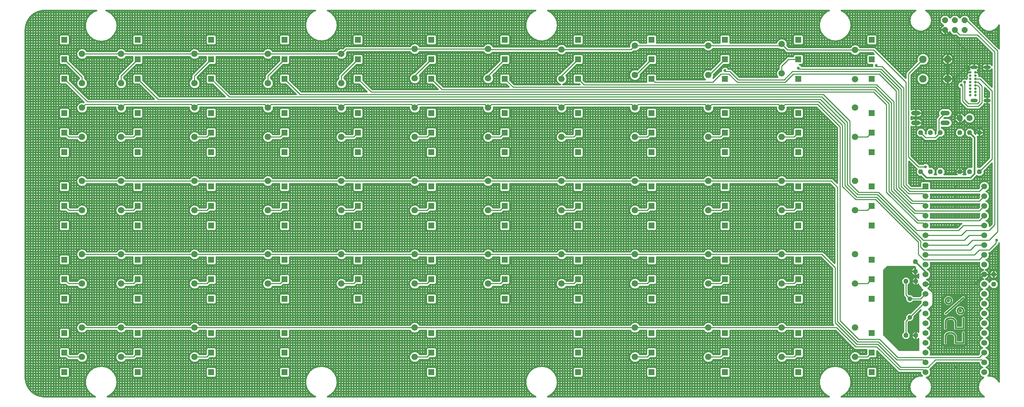
<source format=gbr>
G04 EAGLE Gerber RS-274X export*
G75*
%MOMM*%
%FSLAX34Y34*%
%LPD*%
%INBottom Copper*%
%IPPOS*%
%AMOC8*
5,1,8,0,0,1.08239X$1,22.5*%
G01*
%ADD10C,0.406400*%
%ADD11P,1.319650X8X292.500000*%
%ADD12P,1.319650X8X112.500000*%
%ADD13P,1.732040X8X202.500000*%
%ADD14C,1.600200*%
%ADD15P,1.319650X8X202.500000*%
%ADD16C,1.219200*%
%ADD17C,0.654000*%
%ADD18C,0.900000*%
%ADD19P,1.649562X8X202.500000*%
%ADD20C,1.930400*%
%ADD21R,1.524000X1.524000*%
%ADD22C,1.524000*%
%ADD23C,1.219200*%
%ADD24R,1.500000X1.500000*%
%ADD25C,1.676400*%
%ADD26C,0.254000*%
%ADD27C,0.756400*%

G36*
X2330976Y130813D02*
X2330976Y130813D01*
X2330994Y130811D01*
X2331176Y130832D01*
X2331359Y130851D01*
X2331376Y130856D01*
X2331393Y130858D01*
X2331568Y130915D01*
X2331744Y130969D01*
X2331759Y130977D01*
X2331776Y130983D01*
X2331936Y131073D01*
X2332098Y131161D01*
X2332111Y131172D01*
X2332127Y131181D01*
X2332266Y131301D01*
X2332407Y131418D01*
X2332418Y131432D01*
X2332432Y131444D01*
X2332544Y131589D01*
X2332659Y131732D01*
X2332667Y131748D01*
X2332678Y131762D01*
X2332760Y131927D01*
X2332845Y132089D01*
X2332850Y132106D01*
X2332858Y132122D01*
X2332905Y132301D01*
X2332956Y132476D01*
X2332958Y132494D01*
X2332962Y132511D01*
X2332989Y132842D01*
X2332989Y163221D01*
X2332988Y163230D01*
X2332989Y163239D01*
X2332968Y163431D01*
X2332949Y163622D01*
X2332947Y163630D01*
X2332946Y163639D01*
X2332888Y163822D01*
X2332831Y164007D01*
X2332827Y164015D01*
X2332824Y164023D01*
X2332731Y164192D01*
X2332639Y164361D01*
X2332634Y164368D01*
X2332629Y164375D01*
X2332504Y164523D01*
X2332382Y164670D01*
X2332375Y164676D01*
X2332369Y164682D01*
X2332217Y164802D01*
X2332068Y164922D01*
X2332060Y164926D01*
X2332053Y164932D01*
X2331880Y165020D01*
X2331711Y165108D01*
X2331702Y165110D01*
X2331694Y165114D01*
X2331508Y165166D01*
X2331324Y165219D01*
X2331315Y165220D01*
X2331306Y165222D01*
X2331114Y165237D01*
X2330922Y165252D01*
X2330914Y165251D01*
X2330905Y165252D01*
X2330712Y165227D01*
X2330523Y165205D01*
X2330514Y165203D01*
X2330505Y165201D01*
X2330322Y165140D01*
X2330140Y165080D01*
X2330132Y165076D01*
X2330124Y165073D01*
X2329958Y164978D01*
X2329789Y164883D01*
X2329782Y164877D01*
X2329775Y164872D01*
X2329522Y164658D01*
X2327677Y162813D01*
X2326131Y162813D01*
X2326131Y171450D01*
X2326131Y180087D01*
X2327677Y180087D01*
X2329522Y178242D01*
X2329529Y178237D01*
X2329534Y178230D01*
X2329684Y178110D01*
X2329833Y177987D01*
X2329841Y177983D01*
X2329848Y177978D01*
X2330018Y177889D01*
X2330189Y177799D01*
X2330198Y177796D01*
X2330205Y177792D01*
X2330390Y177739D01*
X2330575Y177684D01*
X2330584Y177683D01*
X2330592Y177681D01*
X2330783Y177665D01*
X2330976Y177648D01*
X2330985Y177649D01*
X2330994Y177648D01*
X2331183Y177670D01*
X2331376Y177691D01*
X2331385Y177694D01*
X2331393Y177695D01*
X2331575Y177754D01*
X2331760Y177812D01*
X2331768Y177817D01*
X2331776Y177820D01*
X2331945Y177915D01*
X2332112Y178007D01*
X2332119Y178013D01*
X2332127Y178017D01*
X2332273Y178143D01*
X2332419Y178268D01*
X2332425Y178275D01*
X2332432Y178281D01*
X2332549Y178432D01*
X2332669Y178584D01*
X2332673Y178592D01*
X2332678Y178599D01*
X2332764Y178771D01*
X2332851Y178943D01*
X2332854Y178951D01*
X2332858Y178959D01*
X2332908Y179145D01*
X2332959Y179331D01*
X2332960Y179339D01*
X2332962Y179348D01*
X2332989Y179679D01*
X2332989Y230178D01*
X2335816Y233005D01*
X2335817Y233006D01*
X2338236Y235425D01*
X2338253Y235446D01*
X2338274Y235464D01*
X2338381Y235602D01*
X2338491Y235737D01*
X2338504Y235761D01*
X2338520Y235782D01*
X2338598Y235939D01*
X2338680Y236093D01*
X2338688Y236118D01*
X2338700Y236142D01*
X2338745Y236312D01*
X2338795Y236479D01*
X2338797Y236505D01*
X2338804Y236531D01*
X2338831Y236862D01*
X2338831Y237400D01*
X2338830Y237409D01*
X2338831Y237418D01*
X2338810Y237611D01*
X2338791Y237800D01*
X2338789Y237809D01*
X2338788Y237818D01*
X2338729Y238002D01*
X2338673Y238185D01*
X2338669Y238193D01*
X2338666Y238202D01*
X2338573Y238370D01*
X2338481Y238539D01*
X2338476Y238546D01*
X2338471Y238554D01*
X2338347Y238701D01*
X2338224Y238849D01*
X2338217Y238854D01*
X2338211Y238861D01*
X2338059Y238981D01*
X2337910Y239101D01*
X2337902Y239105D01*
X2337895Y239111D01*
X2337722Y239198D01*
X2337553Y239286D01*
X2337544Y239289D01*
X2337536Y239293D01*
X2337350Y239345D01*
X2337166Y239398D01*
X2337157Y239399D01*
X2337148Y239401D01*
X2336955Y239415D01*
X2336764Y239431D01*
X2336756Y239430D01*
X2336747Y239430D01*
X2336554Y239406D01*
X2336365Y239384D01*
X2336356Y239381D01*
X2336347Y239380D01*
X2336165Y239319D01*
X2335982Y239259D01*
X2335974Y239255D01*
X2335966Y239252D01*
X2335799Y239156D01*
X2335631Y239061D01*
X2335624Y239055D01*
X2335617Y239051D01*
X2335364Y238836D01*
X2318600Y222072D01*
X2318583Y222051D01*
X2318562Y222034D01*
X2318455Y221896D01*
X2318345Y221761D01*
X2318332Y221737D01*
X2318316Y221716D01*
X2318238Y221559D01*
X2318156Y221405D01*
X2318148Y221379D01*
X2318136Y221355D01*
X2318091Y221186D01*
X2318041Y221019D01*
X2318039Y220992D01*
X2318032Y220966D01*
X2318005Y220636D01*
X2318005Y216621D01*
X2316613Y213260D01*
X2314040Y210687D01*
X2310679Y209295D01*
X2306664Y209295D01*
X2306638Y209293D01*
X2306611Y209295D01*
X2306437Y209273D01*
X2306264Y209255D01*
X2306238Y209248D01*
X2306211Y209244D01*
X2306046Y209188D01*
X2305879Y209137D01*
X2305855Y209124D01*
X2305830Y209116D01*
X2305679Y209029D01*
X2305525Y208945D01*
X2305504Y208928D01*
X2305481Y208915D01*
X2305228Y208700D01*
X2303614Y207086D01*
X2303597Y207065D01*
X2303576Y207048D01*
X2303469Y206910D01*
X2303359Y206775D01*
X2303346Y206751D01*
X2303330Y206730D01*
X2303252Y206574D01*
X2303170Y206419D01*
X2303162Y206393D01*
X2303150Y206369D01*
X2303105Y206200D01*
X2303055Y206033D01*
X2303053Y206006D01*
X2303046Y205980D01*
X2303019Y205650D01*
X2303019Y180905D01*
X2303021Y180879D01*
X2303019Y180852D01*
X2303041Y180678D01*
X2303059Y180505D01*
X2303066Y180479D01*
X2303070Y180452D01*
X2303125Y180287D01*
X2303177Y180120D01*
X2303190Y180096D01*
X2303198Y180071D01*
X2303285Y179919D01*
X2303369Y179766D01*
X2303386Y179745D01*
X2303399Y179722D01*
X2303614Y179469D01*
X2307845Y175238D01*
X2307845Y167662D01*
X2302488Y162305D01*
X2294912Y162305D01*
X2289555Y167662D01*
X2289555Y175238D01*
X2293786Y179469D01*
X2293803Y179490D01*
X2293824Y179507D01*
X2293931Y179645D01*
X2294041Y179780D01*
X2294054Y179804D01*
X2294070Y179825D01*
X2294148Y179982D01*
X2294230Y180136D01*
X2294238Y180162D01*
X2294250Y180186D01*
X2294295Y180355D01*
X2294345Y180522D01*
X2294347Y180549D01*
X2294354Y180575D01*
X2294381Y180905D01*
X2294381Y209139D01*
X2295039Y210726D01*
X2299120Y214808D01*
X2299137Y214829D01*
X2299158Y214846D01*
X2299265Y214984D01*
X2299375Y215119D01*
X2299388Y215143D01*
X2299404Y215164D01*
X2299482Y215321D01*
X2299564Y215475D01*
X2299572Y215501D01*
X2299584Y215525D01*
X2299629Y215694D01*
X2299679Y215861D01*
X2299681Y215888D01*
X2299688Y215914D01*
X2299715Y216244D01*
X2299715Y220259D01*
X2301107Y223620D01*
X2303680Y226193D01*
X2307041Y227585D01*
X2311056Y227585D01*
X2311082Y227587D01*
X2311109Y227585D01*
X2311283Y227607D01*
X2311456Y227625D01*
X2311482Y227632D01*
X2311509Y227636D01*
X2311674Y227691D01*
X2311841Y227743D01*
X2311865Y227756D01*
X2311890Y227764D01*
X2312042Y227851D01*
X2312195Y227935D01*
X2312216Y227952D01*
X2312239Y227965D01*
X2312492Y228180D01*
X2338236Y253924D01*
X2338253Y253945D01*
X2338274Y253962D01*
X2338381Y254100D01*
X2338491Y254235D01*
X2338504Y254259D01*
X2338520Y254280D01*
X2338598Y254437D01*
X2338680Y254591D01*
X2338688Y254617D01*
X2338700Y254641D01*
X2338745Y254810D01*
X2338795Y254977D01*
X2338797Y255004D01*
X2338804Y255030D01*
X2338831Y255360D01*
X2338831Y260350D01*
X2338829Y260368D01*
X2338831Y260386D01*
X2338810Y260568D01*
X2338791Y260751D01*
X2338786Y260768D01*
X2338784Y260785D01*
X2338727Y260960D01*
X2338673Y261136D01*
X2338665Y261151D01*
X2338659Y261168D01*
X2338569Y261328D01*
X2338481Y261490D01*
X2338470Y261503D01*
X2338461Y261519D01*
X2338341Y261658D01*
X2338224Y261799D01*
X2338210Y261810D01*
X2338198Y261824D01*
X2338053Y261936D01*
X2337910Y262051D01*
X2337894Y262059D01*
X2337880Y262070D01*
X2337715Y262152D01*
X2337553Y262237D01*
X2337536Y262242D01*
X2337520Y262250D01*
X2337341Y262297D01*
X2337166Y262348D01*
X2337148Y262350D01*
X2337131Y262354D01*
X2336800Y262381D01*
X2318315Y262381D01*
X2318289Y262379D01*
X2318262Y262381D01*
X2318088Y262359D01*
X2317915Y262341D01*
X2317889Y262334D01*
X2317863Y262330D01*
X2317697Y262275D01*
X2317530Y262223D01*
X2317506Y262210D01*
X2317481Y262202D01*
X2317329Y262115D01*
X2317176Y262031D01*
X2317155Y262014D01*
X2317132Y262001D01*
X2316879Y261786D01*
X2314040Y258947D01*
X2310679Y257555D01*
X2307041Y257555D01*
X2303680Y258947D01*
X2301107Y261520D01*
X2299715Y264881D01*
X2299715Y268896D01*
X2299713Y268922D01*
X2299715Y268949D01*
X2299693Y269123D01*
X2299675Y269296D01*
X2299668Y269322D01*
X2299664Y269349D01*
X2299608Y269514D01*
X2299557Y269681D01*
X2299544Y269705D01*
X2299536Y269730D01*
X2299449Y269881D01*
X2299365Y270035D01*
X2299348Y270056D01*
X2299335Y270079D01*
X2299120Y270332D01*
X2296539Y272913D01*
X2295039Y274414D01*
X2294381Y276001D01*
X2294381Y302965D01*
X2294379Y302991D01*
X2294381Y303018D01*
X2294359Y303192D01*
X2294341Y303365D01*
X2294334Y303391D01*
X2294330Y303418D01*
X2294274Y303583D01*
X2294223Y303750D01*
X2294210Y303774D01*
X2294202Y303799D01*
X2294115Y303951D01*
X2294031Y304104D01*
X2294014Y304125D01*
X2294001Y304148D01*
X2293786Y304401D01*
X2289555Y308632D01*
X2289555Y316208D01*
X2294912Y321565D01*
X2302488Y321565D01*
X2307845Y316208D01*
X2307845Y308632D01*
X2303614Y304401D01*
X2303597Y304380D01*
X2303576Y304363D01*
X2303469Y304225D01*
X2303359Y304090D01*
X2303346Y304066D01*
X2303330Y304045D01*
X2303252Y303888D01*
X2303170Y303734D01*
X2303162Y303708D01*
X2303150Y303684D01*
X2303105Y303515D01*
X2303055Y303348D01*
X2303053Y303321D01*
X2303046Y303296D01*
X2303019Y302965D01*
X2303019Y279490D01*
X2303021Y279464D01*
X2303019Y279437D01*
X2303041Y279263D01*
X2303059Y279090D01*
X2303066Y279064D01*
X2303070Y279038D01*
X2303126Y278872D01*
X2303177Y278705D01*
X2303189Y278681D01*
X2303198Y278656D01*
X2303285Y278504D01*
X2303369Y278351D01*
X2303386Y278330D01*
X2303399Y278307D01*
X2303614Y278054D01*
X2305228Y276440D01*
X2305249Y276423D01*
X2305266Y276402D01*
X2305404Y276295D01*
X2305539Y276185D01*
X2305563Y276172D01*
X2305584Y276156D01*
X2305741Y276078D01*
X2305895Y275996D01*
X2305921Y275988D01*
X2305945Y275976D01*
X2306114Y275931D01*
X2306281Y275881D01*
X2306308Y275879D01*
X2306334Y275872D01*
X2306664Y275845D01*
X2310679Y275845D01*
X2314040Y274453D01*
X2316879Y271614D01*
X2316900Y271597D01*
X2316917Y271576D01*
X2317055Y271469D01*
X2317190Y271359D01*
X2317214Y271346D01*
X2317235Y271330D01*
X2317392Y271252D01*
X2317546Y271170D01*
X2317572Y271162D01*
X2317596Y271150D01*
X2317765Y271105D01*
X2317932Y271055D01*
X2317959Y271053D01*
X2317985Y271046D01*
X2318315Y271019D01*
X2334170Y271019D01*
X2334196Y271021D01*
X2334223Y271019D01*
X2334397Y271041D01*
X2334570Y271059D01*
X2334596Y271066D01*
X2334622Y271070D01*
X2334788Y271125D01*
X2334955Y271177D01*
X2334979Y271190D01*
X2335004Y271198D01*
X2335155Y271285D01*
X2335309Y271369D01*
X2335330Y271386D01*
X2335353Y271399D01*
X2335606Y271614D01*
X2338236Y274244D01*
X2338253Y274265D01*
X2338274Y274282D01*
X2338381Y274420D01*
X2338491Y274555D01*
X2338504Y274579D01*
X2338520Y274600D01*
X2338598Y274757D01*
X2338680Y274911D01*
X2338688Y274937D01*
X2338700Y274961D01*
X2338745Y275129D01*
X2338795Y275297D01*
X2338797Y275324D01*
X2338804Y275350D01*
X2338831Y275680D01*
X2338831Y296538D01*
X2338829Y296565D01*
X2338831Y296592D01*
X2338809Y296766D01*
X2338791Y296939D01*
X2338784Y296964D01*
X2338780Y296991D01*
X2338724Y297157D01*
X2338673Y297324D01*
X2338660Y297347D01*
X2338652Y297373D01*
X2338565Y297524D01*
X2338481Y297678D01*
X2338464Y297698D01*
X2338451Y297722D01*
X2338236Y297975D01*
X2335816Y300394D01*
X2332989Y303222D01*
X2332989Y304191D01*
X2332988Y304200D01*
X2332989Y304209D01*
X2332968Y304401D01*
X2332949Y304592D01*
X2332947Y304600D01*
X2332946Y304609D01*
X2332888Y304792D01*
X2332831Y304977D01*
X2332827Y304985D01*
X2332824Y304993D01*
X2332731Y305162D01*
X2332639Y305331D01*
X2332634Y305338D01*
X2332629Y305345D01*
X2332504Y305493D01*
X2332382Y305640D01*
X2332375Y305646D01*
X2332369Y305652D01*
X2332217Y305772D01*
X2332068Y305892D01*
X2332060Y305896D01*
X2332053Y305902D01*
X2331880Y305990D01*
X2331711Y306078D01*
X2331702Y306080D01*
X2331694Y306084D01*
X2331508Y306136D01*
X2331324Y306189D01*
X2331315Y306190D01*
X2331306Y306192D01*
X2331114Y306207D01*
X2330922Y306222D01*
X2330914Y306221D01*
X2330905Y306222D01*
X2330712Y306197D01*
X2330523Y306175D01*
X2330514Y306173D01*
X2330505Y306171D01*
X2330322Y306110D01*
X2330140Y306050D01*
X2330132Y306046D01*
X2330124Y306043D01*
X2329958Y305948D01*
X2329789Y305853D01*
X2329782Y305847D01*
X2329775Y305842D01*
X2329522Y305628D01*
X2327677Y303783D01*
X2326131Y303783D01*
X2326131Y312420D01*
X2326131Y321057D01*
X2327677Y321057D01*
X2329522Y319212D01*
X2329529Y319207D01*
X2329534Y319200D01*
X2329684Y319080D01*
X2329833Y318957D01*
X2329841Y318953D01*
X2329848Y318948D01*
X2330018Y318859D01*
X2330189Y318769D01*
X2330198Y318766D01*
X2330205Y318762D01*
X2330390Y318709D01*
X2330575Y318654D01*
X2330584Y318653D01*
X2330592Y318651D01*
X2330783Y318635D01*
X2330976Y318618D01*
X2330985Y318619D01*
X2330994Y318618D01*
X2331183Y318640D01*
X2331376Y318661D01*
X2331385Y318664D01*
X2331393Y318665D01*
X2331575Y318724D01*
X2331760Y318782D01*
X2331768Y318787D01*
X2331776Y318790D01*
X2331945Y318885D01*
X2332112Y318977D01*
X2332119Y318983D01*
X2332127Y318987D01*
X2332273Y319113D01*
X2332419Y319238D01*
X2332425Y319245D01*
X2332432Y319251D01*
X2332549Y319402D01*
X2332669Y319554D01*
X2332673Y319562D01*
X2332678Y319569D01*
X2332764Y319741D01*
X2332851Y319913D01*
X2332854Y319921D01*
X2332858Y319929D01*
X2332908Y320115D01*
X2332959Y320301D01*
X2332960Y320309D01*
X2332962Y320318D01*
X2332989Y320649D01*
X2332989Y330861D01*
X2332988Y330870D01*
X2332989Y330879D01*
X2332968Y331071D01*
X2332949Y331262D01*
X2332947Y331270D01*
X2332946Y331279D01*
X2332888Y331462D01*
X2332831Y331647D01*
X2332827Y331655D01*
X2332824Y331663D01*
X2332731Y331832D01*
X2332639Y332001D01*
X2332634Y332008D01*
X2332629Y332015D01*
X2332505Y332162D01*
X2332382Y332310D01*
X2332375Y332316D01*
X2332369Y332322D01*
X2332218Y332441D01*
X2332068Y332562D01*
X2332060Y332567D01*
X2332053Y332572D01*
X2331880Y332660D01*
X2331711Y332748D01*
X2331702Y332750D01*
X2331694Y332754D01*
X2331508Y332806D01*
X2331324Y332859D01*
X2331315Y332860D01*
X2331306Y332862D01*
X2331113Y332877D01*
X2330922Y332892D01*
X2330914Y332891D01*
X2330905Y332892D01*
X2330712Y332867D01*
X2330523Y332845D01*
X2330514Y332843D01*
X2330505Y332841D01*
X2330322Y332780D01*
X2330140Y332720D01*
X2330132Y332716D01*
X2330124Y332713D01*
X2329957Y332617D01*
X2329789Y332523D01*
X2329782Y332517D01*
X2329775Y332512D01*
X2329522Y332298D01*
X2326407Y329183D01*
X2324861Y329183D01*
X2324861Y337820D01*
X2324861Y347816D01*
X2324895Y347938D01*
X2324948Y348122D01*
X2324949Y348131D01*
X2324951Y348140D01*
X2324966Y348332D01*
X2324981Y348524D01*
X2324980Y348532D01*
X2324981Y348541D01*
X2324956Y348734D01*
X2324934Y348923D01*
X2324932Y348932D01*
X2324930Y348941D01*
X2324869Y349124D01*
X2324809Y349306D01*
X2324805Y349314D01*
X2324802Y349322D01*
X2324707Y349488D01*
X2324612Y349657D01*
X2324606Y349664D01*
X2324601Y349671D01*
X2324387Y349924D01*
X2323116Y351194D01*
X2323096Y351211D01*
X2323078Y351232D01*
X2322940Y351338D01*
X2322805Y351449D01*
X2322781Y351462D01*
X2322760Y351478D01*
X2322604Y351556D01*
X2322449Y351638D01*
X2322424Y351646D01*
X2322400Y351658D01*
X2322231Y351703D01*
X2322063Y351753D01*
X2322037Y351755D01*
X2322011Y351762D01*
X2321680Y351789D01*
X2250320Y351789D01*
X2250293Y351787D01*
X2250267Y351789D01*
X2250093Y351767D01*
X2249919Y351749D01*
X2249894Y351742D01*
X2249867Y351738D01*
X2249701Y351683D01*
X2249534Y351631D01*
X2249511Y351618D01*
X2249485Y351610D01*
X2249334Y351523D01*
X2249180Y351439D01*
X2249160Y351422D01*
X2249137Y351409D01*
X2248884Y351194D01*
X2239606Y341916D01*
X2239589Y341896D01*
X2239568Y341878D01*
X2239461Y341740D01*
X2239351Y341605D01*
X2239338Y341581D01*
X2239322Y341560D01*
X2239244Y341403D01*
X2239162Y341249D01*
X2239154Y341224D01*
X2239142Y341200D01*
X2239097Y341030D01*
X2239047Y340863D01*
X2239045Y340837D01*
X2239038Y340811D01*
X2239011Y340480D01*
X2239011Y173870D01*
X2239013Y173843D01*
X2239011Y173817D01*
X2239033Y173643D01*
X2239051Y173469D01*
X2239058Y173444D01*
X2239062Y173417D01*
X2239117Y173251D01*
X2239169Y173084D01*
X2239182Y173061D01*
X2239190Y173035D01*
X2239277Y172884D01*
X2239361Y172730D01*
X2239378Y172710D01*
X2239391Y172687D01*
X2239606Y172434D01*
X2280634Y131406D01*
X2280654Y131389D01*
X2280672Y131368D01*
X2280810Y131261D01*
X2280945Y131151D01*
X2280969Y131138D01*
X2280990Y131122D01*
X2281147Y131044D01*
X2281301Y130962D01*
X2281326Y130954D01*
X2281350Y130942D01*
X2281520Y130897D01*
X2281687Y130847D01*
X2281713Y130845D01*
X2281739Y130838D01*
X2282070Y130811D01*
X2330958Y130811D01*
X2330976Y130813D01*
G37*
G36*
X2451127Y141481D02*
X2451127Y141481D01*
X2451153Y141479D01*
X2451327Y141501D01*
X2451501Y141519D01*
X2451526Y141527D01*
X2451553Y141530D01*
X2451718Y141586D01*
X2451886Y141637D01*
X2451909Y141650D01*
X2451934Y141658D01*
X2452086Y141745D01*
X2452240Y141829D01*
X2452260Y141846D01*
X2452283Y141859D01*
X2452536Y142074D01*
X2457616Y147154D01*
X2457633Y147174D01*
X2457654Y147192D01*
X2457761Y147330D01*
X2457871Y147465D01*
X2457884Y147489D01*
X2457900Y147510D01*
X2457978Y147667D01*
X2458060Y147821D01*
X2458068Y147846D01*
X2458080Y147871D01*
X2458125Y148040D01*
X2458175Y148207D01*
X2458177Y148233D01*
X2458184Y148259D01*
X2458211Y148590D01*
X2458211Y273050D01*
X2458209Y273077D01*
X2458211Y273103D01*
X2458189Y273277D01*
X2458171Y273451D01*
X2458164Y273476D01*
X2458160Y273503D01*
X2458105Y273668D01*
X2458053Y273836D01*
X2458040Y273859D01*
X2458032Y273884D01*
X2457945Y274036D01*
X2457861Y274190D01*
X2457844Y274210D01*
X2457831Y274233D01*
X2457616Y274486D01*
X2452536Y279566D01*
X2452516Y279583D01*
X2452498Y279604D01*
X2452360Y279711D01*
X2452225Y279821D01*
X2452201Y279834D01*
X2452180Y279850D01*
X2452023Y279928D01*
X2451869Y280010D01*
X2451844Y280018D01*
X2451820Y280030D01*
X2451650Y280075D01*
X2451483Y280125D01*
X2451457Y280127D01*
X2451431Y280134D01*
X2451100Y280161D01*
X2401570Y280161D01*
X2401543Y280159D01*
X2401517Y280161D01*
X2401343Y280139D01*
X2401169Y280121D01*
X2401144Y280114D01*
X2401117Y280110D01*
X2400952Y280055D01*
X2400784Y280003D01*
X2400761Y279990D01*
X2400736Y279982D01*
X2400584Y279895D01*
X2400430Y279811D01*
X2400410Y279794D01*
X2400387Y279781D01*
X2400134Y279566D01*
X2391244Y270676D01*
X2391227Y270656D01*
X2391207Y270638D01*
X2391099Y270500D01*
X2390989Y270365D01*
X2390976Y270341D01*
X2390960Y270320D01*
X2390882Y270163D01*
X2390800Y270009D01*
X2390792Y269984D01*
X2390780Y269960D01*
X2390735Y269790D01*
X2390685Y269623D01*
X2390683Y269597D01*
X2390676Y269571D01*
X2390649Y269240D01*
X2390649Y148590D01*
X2390651Y148563D01*
X2390649Y148537D01*
X2390671Y148363D01*
X2390689Y148189D01*
X2390697Y148164D01*
X2390700Y148137D01*
X2390756Y147972D01*
X2390807Y147804D01*
X2390820Y147781D01*
X2390828Y147756D01*
X2390915Y147604D01*
X2390999Y147450D01*
X2391016Y147430D01*
X2391029Y147407D01*
X2391244Y147154D01*
X2396324Y142074D01*
X2396344Y142057D01*
X2396362Y142037D01*
X2396500Y141929D01*
X2396635Y141819D01*
X2396659Y141806D01*
X2396680Y141790D01*
X2396837Y141712D01*
X2396991Y141630D01*
X2397016Y141622D01*
X2397041Y141610D01*
X2397210Y141565D01*
X2397377Y141515D01*
X2397403Y141513D01*
X2397429Y141506D01*
X2397760Y141479D01*
X2451100Y141479D01*
X2451127Y141481D01*
G37*
%LPC*%
G36*
X2399589Y148618D02*
X2399589Y148618D01*
X2397505Y150701D01*
X2397505Y170526D01*
X2399628Y175651D01*
X2403550Y179573D01*
X2408674Y181695D01*
X2419414Y181695D01*
X2424538Y179573D01*
X2428461Y175651D01*
X2430583Y170526D01*
X2430583Y157762D01*
X2430585Y157744D01*
X2430583Y157727D01*
X2430605Y157544D01*
X2430623Y157362D01*
X2430628Y157345D01*
X2430630Y157327D01*
X2430687Y157152D01*
X2430741Y156977D01*
X2430750Y156961D01*
X2430755Y156944D01*
X2430846Y156784D01*
X2430933Y156623D01*
X2430944Y156609D01*
X2430953Y156593D01*
X2431073Y156454D01*
X2431191Y156313D01*
X2431205Y156302D01*
X2431216Y156289D01*
X2431361Y156176D01*
X2431504Y156061D01*
X2431520Y156053D01*
X2431534Y156042D01*
X2431699Y155960D01*
X2431862Y155876D01*
X2431879Y155871D01*
X2431895Y155863D01*
X2432073Y155815D01*
X2432249Y155764D01*
X2432266Y155763D01*
X2432284Y155758D01*
X2432614Y155731D01*
X2442210Y155731D01*
X2442228Y155733D01*
X2442246Y155731D01*
X2442428Y155753D01*
X2442611Y155771D01*
X2442628Y155776D01*
X2442645Y155778D01*
X2442820Y155835D01*
X2442996Y155889D01*
X2443011Y155898D01*
X2443028Y155903D01*
X2443188Y155993D01*
X2443350Y156081D01*
X2443363Y156092D01*
X2443379Y156101D01*
X2443518Y156221D01*
X2443659Y156339D01*
X2443670Y156352D01*
X2443684Y156364D01*
X2443796Y156509D01*
X2443911Y156652D01*
X2443919Y156668D01*
X2443930Y156682D01*
X2444012Y156847D01*
X2444097Y157010D01*
X2444102Y157027D01*
X2444110Y157043D01*
X2444157Y157221D01*
X2444208Y157397D01*
X2444210Y157414D01*
X2444214Y157432D01*
X2444241Y157762D01*
X2444241Y179612D01*
X2446325Y181695D01*
X2449271Y181695D01*
X2451355Y179612D01*
X2451355Y150701D01*
X2449271Y148618D01*
X2425553Y148618D01*
X2423470Y150701D01*
X2423470Y167753D01*
X2423462Y167831D01*
X2423460Y167952D01*
X2423368Y168888D01*
X2423342Y169018D01*
X2423324Y169150D01*
X2423300Y169226D01*
X2423289Y169283D01*
X2423259Y169354D01*
X2423223Y169466D01*
X2422507Y171196D01*
X2422492Y171223D01*
X2422482Y171253D01*
X2422397Y171400D01*
X2422316Y171551D01*
X2422296Y171575D01*
X2422281Y171602D01*
X2422066Y171855D01*
X2420742Y173178D01*
X2420718Y173198D01*
X2420698Y173222D01*
X2420563Y173326D01*
X2420431Y173434D01*
X2420403Y173448D01*
X2420379Y173467D01*
X2420083Y173619D01*
X2418354Y174335D01*
X2418227Y174374D01*
X2418102Y174421D01*
X2418024Y174435D01*
X2417969Y174452D01*
X2417891Y174459D01*
X2417776Y174480D01*
X2416840Y174572D01*
X2416761Y174572D01*
X2416641Y174582D01*
X2411448Y174582D01*
X2411369Y174574D01*
X2411249Y174572D01*
X2410313Y174480D01*
X2410182Y174454D01*
X2410050Y174437D01*
X2409975Y174412D01*
X2409918Y174401D01*
X2409846Y174371D01*
X2409734Y174335D01*
X2408005Y173619D01*
X2407977Y173604D01*
X2407948Y173594D01*
X2407800Y173509D01*
X2407650Y173429D01*
X2407626Y173409D01*
X2407599Y173393D01*
X2407346Y173178D01*
X2406022Y171855D01*
X2406003Y171831D01*
X2405979Y171810D01*
X2405875Y171675D01*
X2405767Y171543D01*
X2405753Y171516D01*
X2405733Y171491D01*
X2405582Y171196D01*
X2404866Y169466D01*
X2404827Y169339D01*
X2404780Y169214D01*
X2404766Y169136D01*
X2404749Y169081D01*
X2404742Y169004D01*
X2404721Y168888D01*
X2404629Y167952D01*
X2404629Y167873D01*
X2404619Y167753D01*
X2404619Y150701D01*
X2402535Y148618D01*
X2399589Y148618D01*
G37*
%LPD*%
%LPC*%
G36*
X2399589Y186718D02*
X2399589Y186718D01*
X2397505Y188801D01*
X2397505Y208626D01*
X2399628Y213751D01*
X2403550Y217673D01*
X2408674Y219795D01*
X2419414Y219795D01*
X2424538Y217673D01*
X2428461Y213751D01*
X2430583Y208626D01*
X2430583Y195862D01*
X2430585Y195844D01*
X2430583Y195827D01*
X2430605Y195644D01*
X2430623Y195462D01*
X2430628Y195445D01*
X2430630Y195427D01*
X2430687Y195252D01*
X2430741Y195077D01*
X2430750Y195061D01*
X2430755Y195044D01*
X2430846Y194884D01*
X2430933Y194723D01*
X2430944Y194709D01*
X2430953Y194693D01*
X2431073Y194554D01*
X2431191Y194413D01*
X2431205Y194402D01*
X2431216Y194389D01*
X2431361Y194276D01*
X2431504Y194161D01*
X2431520Y194153D01*
X2431534Y194142D01*
X2431699Y194060D01*
X2431862Y193976D01*
X2431879Y193971D01*
X2431895Y193963D01*
X2432073Y193915D01*
X2432249Y193864D01*
X2432266Y193863D01*
X2432284Y193858D01*
X2432614Y193831D01*
X2442210Y193831D01*
X2442228Y193833D01*
X2442246Y193831D01*
X2442428Y193853D01*
X2442611Y193871D01*
X2442628Y193876D01*
X2442645Y193878D01*
X2442820Y193935D01*
X2442996Y193989D01*
X2443011Y193998D01*
X2443028Y194003D01*
X2443188Y194093D01*
X2443350Y194181D01*
X2443363Y194192D01*
X2443379Y194201D01*
X2443518Y194321D01*
X2443659Y194439D01*
X2443670Y194452D01*
X2443684Y194464D01*
X2443796Y194609D01*
X2443911Y194752D01*
X2443919Y194768D01*
X2443930Y194782D01*
X2444012Y194947D01*
X2444097Y195110D01*
X2444102Y195127D01*
X2444110Y195143D01*
X2444157Y195321D01*
X2444208Y195497D01*
X2444210Y195514D01*
X2444214Y195532D01*
X2444241Y195862D01*
X2444241Y217712D01*
X2446325Y219795D01*
X2449271Y219795D01*
X2451355Y217712D01*
X2451355Y188801D01*
X2449271Y186718D01*
X2425553Y186718D01*
X2423470Y188801D01*
X2423470Y205853D01*
X2423462Y205931D01*
X2423460Y206052D01*
X2423368Y206988D01*
X2423342Y207118D01*
X2423324Y207250D01*
X2423300Y207326D01*
X2423289Y207383D01*
X2423259Y207454D01*
X2423223Y207566D01*
X2422507Y209296D01*
X2422498Y209312D01*
X2422493Y209328D01*
X2422487Y209339D01*
X2422482Y209353D01*
X2422397Y209500D01*
X2422316Y209651D01*
X2422298Y209673D01*
X2422295Y209679D01*
X2422293Y209681D01*
X2422281Y209702D01*
X2422066Y209955D01*
X2420742Y211278D01*
X2420718Y211298D01*
X2420698Y211322D01*
X2420563Y211426D01*
X2420431Y211534D01*
X2420403Y211548D01*
X2420379Y211567D01*
X2420083Y211719D01*
X2418354Y212435D01*
X2418342Y212439D01*
X2418338Y212441D01*
X2418314Y212447D01*
X2418227Y212474D01*
X2418102Y212521D01*
X2418024Y212535D01*
X2417969Y212552D01*
X2417891Y212559D01*
X2417776Y212580D01*
X2416840Y212672D01*
X2416761Y212672D01*
X2416641Y212682D01*
X2411448Y212682D01*
X2411369Y212674D01*
X2411249Y212672D01*
X2410313Y212580D01*
X2410182Y212554D01*
X2410050Y212537D01*
X2409975Y212512D01*
X2409918Y212501D01*
X2409846Y212471D01*
X2409734Y212435D01*
X2408005Y211719D01*
X2407977Y211704D01*
X2407948Y211694D01*
X2407800Y211609D01*
X2407650Y211529D01*
X2407626Y211509D01*
X2407599Y211493D01*
X2407346Y211278D01*
X2406022Y209955D01*
X2406003Y209931D01*
X2405979Y209910D01*
X2405875Y209775D01*
X2405767Y209643D01*
X2405757Y209623D01*
X2405754Y209620D01*
X2405750Y209612D01*
X2405734Y209591D01*
X2405582Y209296D01*
X2404866Y207566D01*
X2404827Y207439D01*
X2404780Y207314D01*
X2404766Y207236D01*
X2404749Y207181D01*
X2404742Y207104D01*
X2404721Y206988D01*
X2404629Y206052D01*
X2404629Y205973D01*
X2404619Y205853D01*
X2404619Y188801D01*
X2402535Y186718D01*
X2399589Y186718D01*
G37*
%LPD*%
%LPC*%
G36*
X2399382Y224741D02*
X2399382Y224741D01*
X2397425Y226943D01*
X2397598Y229884D01*
X2446536Y273385D01*
X2449478Y273212D01*
X2451435Y271010D01*
X2451262Y268068D01*
X2402324Y224568D01*
X2399382Y224741D01*
G37*
%LPD*%
%LPC*%
G36*
X2406262Y250613D02*
X2406262Y250613D01*
X2401595Y252860D01*
X2398366Y256909D01*
X2397213Y261959D01*
X2398366Y267008D01*
X2401595Y271058D01*
X2406262Y273305D01*
X2411166Y273305D01*
X2411441Y273305D01*
X2416107Y271057D01*
X2419337Y267008D01*
X2420489Y261959D01*
X2419337Y256909D01*
X2416107Y252860D01*
X2411441Y250613D01*
X2411166Y250613D01*
X2406262Y250613D01*
G37*
%LPD*%
%LPC*%
G36*
X2437419Y224648D02*
X2437419Y224648D01*
X2432753Y226895D01*
X2429523Y230945D01*
X2428371Y235994D01*
X2429523Y241044D01*
X2432753Y245093D01*
X2437419Y247340D01*
X2442323Y247340D01*
X2442598Y247340D01*
X2447265Y245093D01*
X2450494Y241044D01*
X2451647Y235994D01*
X2450494Y230945D01*
X2447265Y226895D01*
X2442598Y224648D01*
X2442323Y224648D01*
X2437419Y224648D01*
G37*
%LPD*%
G36*
X2440093Y231770D02*
X2440093Y231770D01*
X2440100Y231770D01*
X2440183Y231769D01*
X2440206Y231774D01*
X2440236Y231774D01*
X2440726Y231830D01*
X2440897Y231866D01*
X2441070Y231899D01*
X2441097Y231909D01*
X2441120Y231914D01*
X2441196Y231947D01*
X2441380Y232018D01*
X2442262Y232443D01*
X2442338Y232489D01*
X2442418Y232526D01*
X2442509Y232594D01*
X2442606Y232653D01*
X2442671Y232713D01*
X2442742Y232765D01*
X2442839Y232869D01*
X2442902Y232926D01*
X2442928Y232963D01*
X2442969Y233007D01*
X2443580Y233773D01*
X2443628Y233847D01*
X2443684Y233915D01*
X2443737Y234015D01*
X2443799Y234111D01*
X2443831Y234193D01*
X2443872Y234271D01*
X2443915Y234406D01*
X2443946Y234485D01*
X2443954Y234530D01*
X2443972Y234587D01*
X2444190Y235542D01*
X2444201Y235630D01*
X2444222Y235715D01*
X2444226Y235829D01*
X2444241Y235942D01*
X2444234Y236029D01*
X2444237Y236118D01*
X2444217Y236259D01*
X2444211Y236343D01*
X2444199Y236387D01*
X2444190Y236446D01*
X2443972Y237401D01*
X2443944Y237485D01*
X2443926Y237571D01*
X2443883Y237669D01*
X2443852Y237766D01*
X2443848Y237772D01*
X2443844Y237783D01*
X2443800Y237860D01*
X2443765Y237940D01*
X2443689Y238053D01*
X2443654Y238116D01*
X2443650Y238121D01*
X2443643Y238132D01*
X2443613Y238166D01*
X2443580Y238216D01*
X2442969Y238982D01*
X2442908Y239045D01*
X2442854Y239115D01*
X2442767Y239189D01*
X2442688Y239270D01*
X2442616Y239320D01*
X2442549Y239377D01*
X2442426Y239449D01*
X2442356Y239497D01*
X2442314Y239515D01*
X2442262Y239545D01*
X2441380Y239970D01*
X2441215Y240030D01*
X2441051Y240095D01*
X2441023Y240100D01*
X2441002Y240108D01*
X2440920Y240121D01*
X2440726Y240159D01*
X2440236Y240214D01*
X2440174Y240215D01*
X2440113Y240224D01*
X2440061Y240223D01*
X2440009Y240227D01*
X2440008Y240227D01*
X2439924Y240218D01*
X2439917Y240218D01*
X2439834Y240219D01*
X2439811Y240215D01*
X2439781Y240214D01*
X2439291Y240159D01*
X2439120Y240122D01*
X2438947Y240090D01*
X2438920Y240079D01*
X2438898Y240074D01*
X2438822Y240041D01*
X2438637Y239970D01*
X2437755Y239545D01*
X2437680Y239499D01*
X2437600Y239462D01*
X2437508Y239395D01*
X2437411Y239336D01*
X2437346Y239276D01*
X2437275Y239223D01*
X2437178Y239120D01*
X2437116Y239062D01*
X2437089Y239025D01*
X2437048Y238982D01*
X2436437Y238216D01*
X2436389Y238142D01*
X2436333Y238073D01*
X2436327Y238062D01*
X2436324Y238057D01*
X2436278Y237970D01*
X2436219Y237878D01*
X2436186Y237796D01*
X2436145Y237718D01*
X2436141Y237706D01*
X2436138Y237700D01*
X2436126Y237657D01*
X2436102Y237582D01*
X2436071Y237503D01*
X2436063Y237458D01*
X2436045Y237401D01*
X2435827Y236446D01*
X2435816Y236359D01*
X2435795Y236273D01*
X2435791Y236159D01*
X2435777Y236047D01*
X2435783Y235959D01*
X2435780Y235871D01*
X2435800Y235730D01*
X2435806Y235645D01*
X2435818Y235601D01*
X2435827Y235542D01*
X2436045Y234587D01*
X2436073Y234503D01*
X2436092Y234417D01*
X2436137Y234313D01*
X2436173Y234205D01*
X2436217Y234129D01*
X2436252Y234048D01*
X2436332Y233930D01*
X2436374Y233856D01*
X2436404Y233822D01*
X2436437Y233773D01*
X2437048Y233007D01*
X2437110Y232943D01*
X2437164Y232874D01*
X2437250Y232800D01*
X2437329Y232718D01*
X2437402Y232669D01*
X2437469Y232611D01*
X2437591Y232539D01*
X2437661Y232491D01*
X2437703Y232473D01*
X2437755Y232443D01*
X2438637Y232018D01*
X2438802Y231958D01*
X2438966Y231894D01*
X2438994Y231888D01*
X2439016Y231880D01*
X2439098Y231868D01*
X2439291Y231830D01*
X2439781Y231774D01*
X2439843Y231774D01*
X2439904Y231764D01*
X2439956Y231766D01*
X2440008Y231762D01*
X2440009Y231762D01*
X2440093Y231770D01*
G37*
G36*
X2408936Y257735D02*
X2408936Y257735D01*
X2408943Y257735D01*
X2409026Y257734D01*
X2409049Y257738D01*
X2409079Y257739D01*
X2409569Y257794D01*
X2409740Y257831D01*
X2409913Y257863D01*
X2409940Y257874D01*
X2409962Y257879D01*
X2410039Y257912D01*
X2410222Y257982D01*
X2411105Y258407D01*
X2411180Y258453D01*
X2411260Y258491D01*
X2411352Y258558D01*
X2411449Y258617D01*
X2411513Y258677D01*
X2411585Y258729D01*
X2411682Y258833D01*
X2411744Y258891D01*
X2411771Y258928D01*
X2411812Y258971D01*
X2412423Y259737D01*
X2412471Y259811D01*
X2412526Y259879D01*
X2412580Y259980D01*
X2412641Y260075D01*
X2412674Y260157D01*
X2412715Y260235D01*
X2412758Y260371D01*
X2412789Y260450D01*
X2412797Y260495D01*
X2412815Y260552D01*
X2413033Y261507D01*
X2413044Y261594D01*
X2413065Y261680D01*
X2413069Y261794D01*
X2413083Y261906D01*
X2413077Y261994D01*
X2413080Y262082D01*
X2413060Y262223D01*
X2413054Y262308D01*
X2413041Y262351D01*
X2413033Y262411D01*
X2412815Y263366D01*
X2412787Y263449D01*
X2412768Y263536D01*
X2412723Y263640D01*
X2412687Y263747D01*
X2412643Y263824D01*
X2412608Y263905D01*
X2412528Y264023D01*
X2412486Y264096D01*
X2412456Y264131D01*
X2412423Y264180D01*
X2411812Y264946D01*
X2411750Y265009D01*
X2411696Y265079D01*
X2411610Y265153D01*
X2411531Y265235D01*
X2411458Y265284D01*
X2411391Y265342D01*
X2411269Y265414D01*
X2411199Y265462D01*
X2411157Y265480D01*
X2411105Y265510D01*
X2410222Y265935D01*
X2410058Y265995D01*
X2409894Y266059D01*
X2409866Y266065D01*
X2409844Y266073D01*
X2409762Y266085D01*
X2409569Y266123D01*
X2409079Y266178D01*
X2409016Y266179D01*
X2408955Y266189D01*
X2408903Y266187D01*
X2408851Y266191D01*
X2408766Y266183D01*
X2408760Y266183D01*
X2408676Y266184D01*
X2408653Y266179D01*
X2408624Y266178D01*
X2408134Y266123D01*
X2407963Y266087D01*
X2407790Y266054D01*
X2407763Y266044D01*
X2407740Y266039D01*
X2407664Y266006D01*
X2407480Y265935D01*
X2406597Y265510D01*
X2406522Y265464D01*
X2406442Y265427D01*
X2406351Y265359D01*
X2406254Y265300D01*
X2406189Y265240D01*
X2406118Y265188D01*
X2406020Y265084D01*
X2405958Y265027D01*
X2405932Y264990D01*
X2405891Y264946D01*
X2405280Y264180D01*
X2405232Y264106D01*
X2405176Y264038D01*
X2405123Y263938D01*
X2405061Y263842D01*
X2405029Y263760D01*
X2404988Y263682D01*
X2404945Y263546D01*
X2404914Y263468D01*
X2404906Y263423D01*
X2404888Y263366D01*
X2404670Y262411D01*
X2404659Y262323D01*
X2404638Y262237D01*
X2404634Y262124D01*
X2404619Y262011D01*
X2404626Y261923D01*
X2404622Y261835D01*
X2404643Y261694D01*
X2404649Y261610D01*
X2404661Y261566D01*
X2404670Y261507D01*
X2404888Y260552D01*
X2404916Y260468D01*
X2404934Y260382D01*
X2404980Y260277D01*
X2405016Y260170D01*
X2405060Y260093D01*
X2405095Y260012D01*
X2405174Y259895D01*
X2405216Y259821D01*
X2405247Y259787D01*
X2405280Y259737D01*
X2405891Y258971D01*
X2405952Y258908D01*
X2406006Y258838D01*
X2406092Y258764D01*
X2406172Y258683D01*
X2406244Y258633D01*
X2406311Y258575D01*
X2406434Y258503D01*
X2406504Y258455D01*
X2406546Y258438D01*
X2406597Y258407D01*
X2407480Y257982D01*
X2407645Y257922D01*
X2407808Y257858D01*
X2407837Y257852D01*
X2407858Y257845D01*
X2407941Y257832D01*
X2408134Y257794D01*
X2408624Y257739D01*
X2408686Y257738D01*
X2408747Y257729D01*
X2408799Y257730D01*
X2408851Y257726D01*
X2408936Y257735D01*
G37*
%LPC*%
G36*
X2314193Y339851D02*
X2314193Y339851D01*
X2314193Y341397D01*
X2319253Y346457D01*
X2320799Y346457D01*
X2320799Y339851D01*
X2314193Y339851D01*
G37*
%LPD*%
%LPC*%
G36*
X2315463Y314451D02*
X2315463Y314451D01*
X2315463Y315997D01*
X2320523Y321057D01*
X2322069Y321057D01*
X2322069Y314451D01*
X2315463Y314451D01*
G37*
%LPD*%
%LPC*%
G36*
X2315463Y173481D02*
X2315463Y173481D01*
X2315463Y175027D01*
X2320523Y180087D01*
X2322069Y180087D01*
X2322069Y173481D01*
X2315463Y173481D01*
G37*
%LPD*%
%LPC*%
G36*
X2319253Y329183D02*
X2319253Y329183D01*
X2314193Y334243D01*
X2314193Y335789D01*
X2320799Y335789D01*
X2320799Y329183D01*
X2319253Y329183D01*
G37*
%LPD*%
%LPC*%
G36*
X2320523Y303783D02*
X2320523Y303783D01*
X2315463Y308843D01*
X2315463Y310389D01*
X2322069Y310389D01*
X2322069Y303783D01*
X2320523Y303783D01*
G37*
%LPD*%
%LPC*%
G36*
X2320523Y162813D02*
X2320523Y162813D01*
X2315463Y167873D01*
X2315463Y169419D01*
X2322069Y169419D01*
X2322069Y162813D01*
X2320523Y162813D01*
G37*
%LPD*%
D10*
X2401062Y152174D02*
X2401062Y167753D01*
X2401065Y168008D01*
X2401075Y168263D01*
X2401090Y168517D01*
X2401112Y168771D01*
X2401140Y169024D01*
X2401174Y169277D01*
X2401215Y169529D01*
X2401262Y169779D01*
X2401314Y170029D01*
X2401373Y170277D01*
X2401438Y170523D01*
X2401509Y170768D01*
X2401586Y171011D01*
X2401669Y171252D01*
X2401758Y171491D01*
X2401853Y171728D01*
X2401953Y171962D01*
X2402059Y172194D01*
X2402171Y172423D01*
X2402288Y172649D01*
X2402411Y172872D01*
X2402540Y173092D01*
X2402673Y173309D01*
X2402812Y173523D01*
X2402957Y173733D01*
X2403106Y173940D01*
X2403260Y174143D01*
X2403420Y174342D01*
X2403584Y174537D01*
X2403752Y174728D01*
X2403926Y174915D01*
X2404104Y175097D01*
X2404286Y175275D01*
X2404473Y175449D01*
X2404664Y175617D01*
X2404859Y175781D01*
X2405058Y175941D01*
X2405261Y176095D01*
X2405468Y176244D01*
X2405678Y176389D01*
X2405891Y176528D01*
X2406109Y176661D01*
X2406329Y176790D01*
X2406552Y176913D01*
X2406778Y177030D01*
X2407007Y177142D01*
X2407239Y177248D01*
X2407473Y177348D01*
X2407710Y177443D01*
X2407949Y177532D01*
X2408190Y177615D01*
X2408433Y177692D01*
X2408678Y177763D01*
X2408924Y177828D01*
X2409172Y177887D01*
X2409422Y177939D01*
X2409672Y177986D01*
X2409924Y178027D01*
X2410177Y178061D01*
X2410430Y178089D01*
X2410684Y178111D01*
X2410938Y178126D01*
X2411193Y178136D01*
X2411448Y178139D01*
X2416641Y178139D01*
X2416892Y178136D01*
X2417143Y178127D01*
X2417393Y178112D01*
X2417643Y178091D01*
X2417893Y178063D01*
X2418142Y178030D01*
X2418390Y177991D01*
X2418636Y177946D01*
X2418882Y177894D01*
X2419127Y177837D01*
X2419369Y177774D01*
X2419611Y177705D01*
X2419850Y177631D01*
X2420088Y177550D01*
X2420324Y177464D01*
X2420558Y177372D01*
X2420789Y177275D01*
X2421018Y177172D01*
X2421244Y177063D01*
X2421468Y176949D01*
X2421688Y176830D01*
X2421906Y176705D01*
X2422121Y176576D01*
X2422333Y176441D01*
X2422541Y176301D01*
X2422746Y176155D01*
X2422947Y176005D01*
X2423145Y175851D01*
X2423338Y175691D01*
X2423528Y175527D01*
X2423714Y175358D01*
X2423896Y175185D01*
X2424073Y175008D01*
X2424246Y174826D01*
X2424415Y174640D01*
X2424579Y174450D01*
X2424739Y174257D01*
X2424893Y174059D01*
X2425043Y173858D01*
X2425189Y173653D01*
X2425329Y173445D01*
X2425464Y173233D01*
X2425593Y173018D01*
X2425718Y172800D01*
X2425837Y172580D01*
X2425951Y172356D01*
X2426060Y172130D01*
X2426163Y171901D01*
X2426260Y171670D01*
X2426352Y171436D01*
X2426438Y171200D01*
X2426519Y170962D01*
X2426593Y170723D01*
X2426662Y170481D01*
X2426725Y170239D01*
X2426782Y169994D01*
X2426834Y169748D01*
X2426879Y169502D01*
X2426918Y169254D01*
X2426951Y169005D01*
X2426979Y168755D01*
X2427000Y168505D01*
X2427015Y168255D01*
X2427024Y168004D01*
X2427027Y167753D01*
X2427026Y167753D02*
X2427026Y152174D01*
X2447798Y152174D01*
X2447798Y178139D01*
X2401062Y190274D02*
X2401062Y205853D01*
X2401065Y206108D01*
X2401075Y206363D01*
X2401090Y206617D01*
X2401112Y206871D01*
X2401140Y207124D01*
X2401174Y207377D01*
X2401215Y207629D01*
X2401262Y207879D01*
X2401314Y208129D01*
X2401373Y208377D01*
X2401438Y208623D01*
X2401509Y208868D01*
X2401586Y209111D01*
X2401669Y209352D01*
X2401758Y209591D01*
X2401853Y209828D01*
X2401953Y210062D01*
X2402059Y210294D01*
X2402171Y210523D01*
X2402288Y210749D01*
X2402411Y210972D01*
X2402540Y211192D01*
X2402673Y211409D01*
X2402812Y211623D01*
X2402957Y211833D01*
X2403106Y212040D01*
X2403260Y212243D01*
X2403420Y212442D01*
X2403584Y212637D01*
X2403752Y212828D01*
X2403926Y213015D01*
X2404104Y213197D01*
X2404286Y213375D01*
X2404473Y213549D01*
X2404664Y213717D01*
X2404859Y213881D01*
X2405058Y214041D01*
X2405261Y214195D01*
X2405468Y214344D01*
X2405678Y214489D01*
X2405891Y214628D01*
X2406109Y214761D01*
X2406329Y214890D01*
X2406552Y215013D01*
X2406778Y215130D01*
X2407007Y215242D01*
X2407239Y215348D01*
X2407473Y215448D01*
X2407710Y215543D01*
X2407949Y215632D01*
X2408190Y215715D01*
X2408433Y215792D01*
X2408678Y215863D01*
X2408924Y215928D01*
X2409172Y215987D01*
X2409422Y216039D01*
X2409672Y216086D01*
X2409924Y216127D01*
X2410177Y216161D01*
X2410430Y216189D01*
X2410684Y216211D01*
X2410938Y216226D01*
X2411193Y216236D01*
X2411448Y216239D01*
X2416641Y216239D01*
X2416892Y216236D01*
X2417143Y216227D01*
X2417393Y216212D01*
X2417643Y216191D01*
X2417893Y216163D01*
X2418142Y216130D01*
X2418390Y216091D01*
X2418636Y216046D01*
X2418882Y215994D01*
X2419127Y215937D01*
X2419369Y215874D01*
X2419611Y215805D01*
X2419850Y215731D01*
X2420088Y215650D01*
X2420324Y215564D01*
X2420558Y215472D01*
X2420789Y215375D01*
X2421018Y215272D01*
X2421244Y215163D01*
X2421468Y215049D01*
X2421688Y214930D01*
X2421906Y214805D01*
X2422121Y214676D01*
X2422333Y214541D01*
X2422541Y214401D01*
X2422746Y214255D01*
X2422947Y214105D01*
X2423145Y213951D01*
X2423338Y213791D01*
X2423528Y213627D01*
X2423714Y213458D01*
X2423896Y213285D01*
X2424073Y213108D01*
X2424246Y212926D01*
X2424415Y212740D01*
X2424579Y212550D01*
X2424739Y212357D01*
X2424893Y212159D01*
X2425043Y211958D01*
X2425189Y211753D01*
X2425329Y211545D01*
X2425464Y211333D01*
X2425593Y211118D01*
X2425718Y210900D01*
X2425837Y210680D01*
X2425951Y210456D01*
X2426060Y210230D01*
X2426163Y210001D01*
X2426260Y209770D01*
X2426352Y209536D01*
X2426438Y209300D01*
X2426519Y209062D01*
X2426593Y208823D01*
X2426662Y208581D01*
X2426725Y208339D01*
X2426782Y208094D01*
X2426834Y207848D01*
X2426879Y207602D01*
X2426918Y207354D01*
X2426951Y207105D01*
X2426979Y206855D01*
X2427000Y206605D01*
X2427015Y206355D01*
X2427024Y206104D01*
X2427027Y205853D01*
X2427026Y205853D02*
X2427026Y190274D01*
X2447798Y190274D01*
X2447798Y216239D01*
X2401062Y228205D02*
X2447798Y269748D01*
X2440009Y243783D02*
X2440199Y243781D01*
X2440388Y243774D01*
X2440578Y243762D01*
X2440767Y243746D01*
X2440955Y243725D01*
X2441143Y243700D01*
X2441330Y243670D01*
X2441517Y243636D01*
X2441703Y243597D01*
X2441887Y243553D01*
X2442071Y243505D01*
X2442253Y243453D01*
X2442434Y243396D01*
X2442613Y243335D01*
X2442791Y243269D01*
X2442968Y243199D01*
X2443142Y243125D01*
X2443315Y243047D01*
X2443486Y242964D01*
X2443655Y242877D01*
X2443821Y242786D01*
X2443985Y242692D01*
X2444147Y242593D01*
X2444307Y242490D01*
X2444464Y242383D01*
X2444618Y242273D01*
X2444769Y242159D01*
X2444918Y242041D01*
X2445064Y241920D01*
X2445207Y241795D01*
X2445346Y241667D01*
X2445483Y241535D01*
X2445616Y241400D01*
X2445746Y241262D01*
X2445873Y241121D01*
X2445996Y240976D01*
X2446116Y240829D01*
X2446231Y240679D01*
X2446344Y240526D01*
X2446452Y240370D01*
X2446557Y240212D01*
X2446658Y240052D01*
X2446754Y239889D01*
X2446847Y239723D01*
X2446936Y239555D01*
X2447021Y239386D01*
X2447101Y239214D01*
X2447178Y239040D01*
X2447250Y238865D01*
X2447317Y238688D01*
X2447381Y238509D01*
X2447440Y238329D01*
X2447495Y238147D01*
X2447545Y237964D01*
X2447590Y237780D01*
X2447632Y237595D01*
X2447668Y237409D01*
X2447701Y237222D01*
X2447728Y237034D01*
X2447751Y236846D01*
X2447770Y236657D01*
X2447784Y236468D01*
X2447793Y236278D01*
X2447797Y236089D01*
X2447797Y235899D01*
X2447793Y235710D01*
X2447784Y235520D01*
X2447770Y235331D01*
X2447751Y235142D01*
X2447728Y234954D01*
X2447701Y234766D01*
X2447668Y234579D01*
X2447632Y234393D01*
X2447590Y234208D01*
X2447545Y234024D01*
X2447495Y233841D01*
X2447440Y233659D01*
X2447381Y233479D01*
X2447317Y233300D01*
X2447250Y233123D01*
X2447178Y232948D01*
X2447101Y232774D01*
X2447021Y232602D01*
X2446936Y232433D01*
X2446847Y232265D01*
X2446754Y232100D01*
X2446658Y231936D01*
X2446557Y231776D01*
X2446452Y231618D01*
X2446344Y231462D01*
X2446231Y231309D01*
X2446116Y231159D01*
X2445996Y231012D01*
X2445873Y230867D01*
X2445746Y230726D01*
X2445616Y230588D01*
X2445483Y230453D01*
X2445346Y230321D01*
X2445207Y230193D01*
X2445064Y230068D01*
X2444918Y229947D01*
X2444769Y229829D01*
X2444618Y229715D01*
X2444464Y229605D01*
X2444307Y229498D01*
X2444147Y229395D01*
X2443985Y229296D01*
X2443821Y229202D01*
X2443655Y229111D01*
X2443486Y229024D01*
X2443315Y228941D01*
X2443142Y228863D01*
X2442968Y228789D01*
X2442791Y228719D01*
X2442613Y228653D01*
X2442434Y228592D01*
X2442253Y228535D01*
X2442071Y228483D01*
X2441887Y228435D01*
X2441703Y228391D01*
X2441517Y228352D01*
X2441330Y228318D01*
X2441143Y228288D01*
X2440955Y228263D01*
X2440767Y228242D01*
X2440578Y228226D01*
X2440388Y228214D01*
X2440199Y228207D01*
X2440009Y228205D01*
X2439819Y228207D01*
X2439630Y228214D01*
X2439440Y228226D01*
X2439251Y228242D01*
X2439063Y228263D01*
X2438875Y228288D01*
X2438688Y228318D01*
X2438501Y228352D01*
X2438315Y228391D01*
X2438131Y228435D01*
X2437947Y228483D01*
X2437765Y228535D01*
X2437584Y228592D01*
X2437405Y228653D01*
X2437227Y228719D01*
X2437050Y228789D01*
X2436876Y228863D01*
X2436703Y228941D01*
X2436532Y229024D01*
X2436363Y229111D01*
X2436197Y229202D01*
X2436033Y229296D01*
X2435871Y229395D01*
X2435711Y229498D01*
X2435554Y229605D01*
X2435400Y229715D01*
X2435249Y229829D01*
X2435100Y229947D01*
X2434954Y230068D01*
X2434811Y230193D01*
X2434672Y230321D01*
X2434535Y230453D01*
X2434402Y230588D01*
X2434272Y230726D01*
X2434145Y230867D01*
X2434022Y231012D01*
X2433902Y231159D01*
X2433787Y231309D01*
X2433674Y231462D01*
X2433566Y231618D01*
X2433461Y231776D01*
X2433360Y231936D01*
X2433264Y232099D01*
X2433171Y232265D01*
X2433082Y232433D01*
X2432997Y232602D01*
X2432917Y232774D01*
X2432840Y232948D01*
X2432768Y233123D01*
X2432701Y233300D01*
X2432637Y233479D01*
X2432578Y233659D01*
X2432523Y233841D01*
X2432473Y234024D01*
X2432428Y234208D01*
X2432386Y234393D01*
X2432350Y234579D01*
X2432317Y234766D01*
X2432290Y234954D01*
X2432267Y235142D01*
X2432248Y235331D01*
X2432234Y235520D01*
X2432225Y235710D01*
X2432221Y235899D01*
X2432221Y236089D01*
X2432225Y236278D01*
X2432234Y236468D01*
X2432248Y236657D01*
X2432267Y236846D01*
X2432290Y237034D01*
X2432317Y237222D01*
X2432350Y237409D01*
X2432386Y237595D01*
X2432428Y237780D01*
X2432473Y237964D01*
X2432523Y238147D01*
X2432578Y238329D01*
X2432637Y238509D01*
X2432701Y238688D01*
X2432768Y238865D01*
X2432840Y239040D01*
X2432917Y239214D01*
X2432997Y239386D01*
X2433082Y239555D01*
X2433171Y239723D01*
X2433264Y239889D01*
X2433360Y240052D01*
X2433461Y240212D01*
X2433566Y240370D01*
X2433674Y240526D01*
X2433787Y240679D01*
X2433902Y240829D01*
X2434022Y240976D01*
X2434145Y241121D01*
X2434272Y241262D01*
X2434402Y241400D01*
X2434535Y241535D01*
X2434672Y241667D01*
X2434811Y241795D01*
X2434954Y241920D01*
X2435100Y242041D01*
X2435249Y242159D01*
X2435400Y242273D01*
X2435554Y242383D01*
X2435711Y242490D01*
X2435871Y242593D01*
X2436033Y242692D01*
X2436197Y242786D01*
X2436363Y242877D01*
X2436532Y242964D01*
X2436703Y243047D01*
X2436876Y243125D01*
X2437050Y243199D01*
X2437227Y243269D01*
X2437405Y243335D01*
X2437584Y243396D01*
X2437765Y243453D01*
X2437947Y243505D01*
X2438131Y243553D01*
X2438315Y243597D01*
X2438501Y243636D01*
X2438688Y243670D01*
X2438875Y243700D01*
X2439063Y243725D01*
X2439251Y243746D01*
X2439440Y243762D01*
X2439630Y243774D01*
X2439819Y243781D01*
X2440009Y243783D01*
X2408851Y254170D02*
X2409041Y254172D01*
X2409230Y254179D01*
X2409420Y254191D01*
X2409609Y254207D01*
X2409797Y254228D01*
X2409985Y254253D01*
X2410172Y254283D01*
X2410359Y254317D01*
X2410545Y254356D01*
X2410729Y254400D01*
X2410913Y254448D01*
X2411095Y254500D01*
X2411276Y254557D01*
X2411455Y254618D01*
X2411633Y254684D01*
X2411810Y254754D01*
X2411984Y254828D01*
X2412157Y254906D01*
X2412328Y254989D01*
X2412497Y255076D01*
X2412663Y255167D01*
X2412827Y255261D01*
X2412989Y255360D01*
X2413149Y255463D01*
X2413306Y255570D01*
X2413460Y255680D01*
X2413611Y255794D01*
X2413760Y255912D01*
X2413906Y256033D01*
X2414049Y256158D01*
X2414188Y256286D01*
X2414325Y256418D01*
X2414458Y256553D01*
X2414588Y256691D01*
X2414715Y256832D01*
X2414838Y256977D01*
X2414958Y257124D01*
X2415073Y257274D01*
X2415186Y257427D01*
X2415294Y257583D01*
X2415399Y257741D01*
X2415500Y257901D01*
X2415596Y258065D01*
X2415689Y258230D01*
X2415778Y258398D01*
X2415863Y258567D01*
X2415943Y258739D01*
X2416020Y258913D01*
X2416092Y259088D01*
X2416159Y259265D01*
X2416223Y259444D01*
X2416282Y259624D01*
X2416337Y259806D01*
X2416387Y259989D01*
X2416432Y260173D01*
X2416474Y260358D01*
X2416510Y260544D01*
X2416543Y260731D01*
X2416570Y260919D01*
X2416593Y261107D01*
X2416612Y261296D01*
X2416626Y261485D01*
X2416635Y261675D01*
X2416639Y261864D01*
X2416639Y262054D01*
X2416635Y262243D01*
X2416626Y262433D01*
X2416612Y262622D01*
X2416593Y262811D01*
X2416570Y262999D01*
X2416543Y263187D01*
X2416510Y263374D01*
X2416474Y263560D01*
X2416432Y263745D01*
X2416387Y263929D01*
X2416337Y264112D01*
X2416282Y264294D01*
X2416223Y264474D01*
X2416159Y264653D01*
X2416092Y264830D01*
X2416020Y265005D01*
X2415943Y265179D01*
X2415863Y265351D01*
X2415778Y265520D01*
X2415689Y265688D01*
X2415596Y265854D01*
X2415500Y266017D01*
X2415399Y266177D01*
X2415294Y266335D01*
X2415186Y266491D01*
X2415073Y266644D01*
X2414958Y266794D01*
X2414838Y266941D01*
X2414715Y267086D01*
X2414588Y267227D01*
X2414458Y267365D01*
X2414325Y267500D01*
X2414188Y267632D01*
X2414049Y267760D01*
X2413906Y267885D01*
X2413760Y268006D01*
X2413611Y268124D01*
X2413460Y268238D01*
X2413306Y268348D01*
X2413149Y268455D01*
X2412989Y268558D01*
X2412827Y268657D01*
X2412663Y268751D01*
X2412497Y268842D01*
X2412328Y268929D01*
X2412157Y269012D01*
X2411984Y269090D01*
X2411810Y269164D01*
X2411633Y269234D01*
X2411455Y269300D01*
X2411276Y269361D01*
X2411095Y269418D01*
X2410913Y269470D01*
X2410729Y269518D01*
X2410545Y269562D01*
X2410359Y269601D01*
X2410172Y269635D01*
X2409985Y269665D01*
X2409797Y269690D01*
X2409609Y269711D01*
X2409420Y269727D01*
X2409230Y269739D01*
X2409041Y269746D01*
X2408851Y269748D01*
X2408661Y269746D01*
X2408472Y269739D01*
X2408282Y269727D01*
X2408093Y269711D01*
X2407905Y269690D01*
X2407717Y269665D01*
X2407530Y269635D01*
X2407343Y269601D01*
X2407157Y269562D01*
X2406973Y269518D01*
X2406789Y269470D01*
X2406607Y269418D01*
X2406426Y269361D01*
X2406247Y269300D01*
X2406069Y269234D01*
X2405892Y269164D01*
X2405718Y269090D01*
X2405545Y269012D01*
X2405374Y268929D01*
X2405205Y268842D01*
X2405039Y268751D01*
X2404875Y268657D01*
X2404713Y268558D01*
X2404553Y268455D01*
X2404396Y268348D01*
X2404242Y268238D01*
X2404091Y268124D01*
X2403942Y268006D01*
X2403796Y267885D01*
X2403653Y267760D01*
X2403514Y267632D01*
X2403377Y267500D01*
X2403244Y267365D01*
X2403114Y267227D01*
X2402987Y267086D01*
X2402864Y266941D01*
X2402744Y266794D01*
X2402629Y266644D01*
X2402516Y266491D01*
X2402408Y266335D01*
X2402303Y266177D01*
X2402202Y266017D01*
X2402106Y265854D01*
X2402013Y265688D01*
X2401924Y265520D01*
X2401839Y265351D01*
X2401759Y265179D01*
X2401682Y265005D01*
X2401610Y264830D01*
X2401543Y264653D01*
X2401479Y264474D01*
X2401420Y264294D01*
X2401365Y264112D01*
X2401315Y263929D01*
X2401270Y263745D01*
X2401228Y263560D01*
X2401192Y263374D01*
X2401159Y263187D01*
X2401132Y262999D01*
X2401109Y262811D01*
X2401090Y262622D01*
X2401076Y262433D01*
X2401067Y262243D01*
X2401063Y262054D01*
X2401063Y261864D01*
X2401067Y261675D01*
X2401076Y261485D01*
X2401090Y261296D01*
X2401109Y261107D01*
X2401132Y260919D01*
X2401159Y260731D01*
X2401192Y260544D01*
X2401228Y260358D01*
X2401270Y260173D01*
X2401315Y259989D01*
X2401365Y259806D01*
X2401420Y259624D01*
X2401479Y259444D01*
X2401543Y259265D01*
X2401610Y259088D01*
X2401682Y258913D01*
X2401759Y258739D01*
X2401839Y258567D01*
X2401924Y258398D01*
X2402013Y258230D01*
X2402106Y258064D01*
X2402202Y257901D01*
X2402303Y257741D01*
X2402408Y257583D01*
X2402516Y257427D01*
X2402629Y257274D01*
X2402744Y257124D01*
X2402864Y256977D01*
X2402987Y256832D01*
X2403114Y256691D01*
X2403244Y256553D01*
X2403377Y256418D01*
X2403514Y256286D01*
X2403653Y256158D01*
X2403796Y256033D01*
X2403942Y255912D01*
X2404091Y255794D01*
X2404242Y255680D01*
X2404396Y255570D01*
X2404553Y255463D01*
X2404713Y255360D01*
X2404875Y255261D01*
X2405039Y255167D01*
X2405205Y255076D01*
X2405374Y254989D01*
X2405545Y254906D01*
X2405718Y254828D01*
X2405892Y254754D01*
X2406069Y254684D01*
X2406247Y254618D01*
X2406426Y254557D01*
X2406607Y254500D01*
X2406789Y254448D01*
X2406973Y254400D01*
X2407157Y254356D01*
X2407343Y254317D01*
X2407530Y254283D01*
X2407717Y254253D01*
X2407905Y254228D01*
X2408093Y254207D01*
X2408282Y254191D01*
X2408472Y254179D01*
X2408661Y254172D01*
X2408851Y254170D01*
D11*
X2322830Y363220D03*
X2322830Y337820D03*
D12*
X2526030Y304800D03*
X2526030Y330200D03*
D13*
X2438400Y736600D03*
D14*
X2463800Y736600D03*
D15*
X2324100Y312420D03*
X2298700Y312420D03*
X2324100Y171450D03*
X2298700Y171450D03*
D16*
X2394204Y723900D02*
X2406396Y723900D01*
X2330196Y723900D02*
X2318004Y723900D01*
X2394204Y749300D02*
X2406396Y749300D01*
X2330196Y749300D02*
X2318004Y749300D01*
D17*
X2465460Y795750D03*
X2465460Y804250D03*
X2465460Y812750D03*
X2465460Y821250D03*
X2465460Y829750D03*
X2465460Y838250D03*
X2465460Y846750D03*
X2465460Y855250D03*
X2478960Y855250D03*
X2478960Y846750D03*
X2478960Y838250D03*
X2478960Y829750D03*
X2478960Y821250D03*
X2478960Y812750D03*
X2478960Y804250D03*
X2478960Y795750D03*
D18*
X2479760Y782250D02*
X2470760Y782250D01*
X2470760Y868750D02*
X2479760Y868750D01*
X2504560Y868750D02*
X2513560Y868750D01*
X2513560Y782250D02*
X2504560Y782250D01*
D19*
X2451100Y990600D03*
X2451100Y965200D03*
X2425700Y990600D03*
X2425700Y965200D03*
X2400300Y990600D03*
X2400300Y965200D03*
D12*
X2438400Y596900D03*
X2438400Y698500D03*
D11*
X2489200Y698500D03*
X2489200Y596900D03*
D12*
X2463800Y596900D03*
X2463800Y698500D03*
X2336800Y596900D03*
X2336800Y698500D03*
X2362200Y596900D03*
X2362200Y698500D03*
X2387600Y596900D03*
X2387600Y698500D03*
D20*
X2406650Y838200D03*
X2342650Y838200D03*
X2406650Y889000D03*
X2342650Y889000D03*
D21*
X2349500Y558800D03*
D22*
X2349500Y533400D03*
X2349500Y508000D03*
X2349500Y482600D03*
X2349500Y457200D03*
X2349500Y431800D03*
X2349500Y406400D03*
X2349500Y381000D03*
X2349500Y355600D03*
X2349500Y330200D03*
X2349500Y304800D03*
X2349500Y279400D03*
X2349500Y254000D03*
X2349500Y228600D03*
X2349500Y203200D03*
X2349500Y177800D03*
X2349500Y152400D03*
X2349500Y127000D03*
X2349500Y101600D03*
X2349500Y76200D03*
X2501900Y76200D03*
X2501900Y101600D03*
X2501900Y127000D03*
X2501900Y152400D03*
X2501900Y177800D03*
X2501900Y203200D03*
X2501900Y228600D03*
X2501900Y254000D03*
X2501900Y279400D03*
X2501900Y304800D03*
X2501900Y330200D03*
X2501900Y355600D03*
X2501900Y381000D03*
X2501900Y406400D03*
X2501900Y431800D03*
X2501900Y457200D03*
X2501900Y482600D03*
X2501900Y508000D03*
X2501900Y533400D03*
X2501900Y558800D03*
D23*
X2308860Y218440D03*
X2308860Y266700D03*
D24*
X114300Y939800D03*
X114300Y889000D03*
X114300Y838200D03*
X114300Y749300D03*
X114300Y698500D03*
X114300Y647700D03*
X114300Y558800D03*
X114300Y508000D03*
X114300Y457200D03*
X114300Y368300D03*
X114300Y317500D03*
X114300Y266700D03*
X114300Y177800D03*
X114300Y127000D03*
X114300Y76200D03*
D25*
X160020Y826770D03*
X160020Y902970D03*
X160020Y687070D03*
X160020Y763270D03*
X160020Y496570D03*
X160020Y572770D03*
X160020Y306070D03*
X160020Y382270D03*
X160020Y115570D03*
X160020Y191770D03*
D24*
X304800Y939800D03*
X304800Y889000D03*
X304800Y838200D03*
X304800Y749300D03*
X304800Y698500D03*
X304800Y647700D03*
X304800Y558800D03*
X304800Y508000D03*
X304800Y457200D03*
X304800Y368300D03*
X304800Y317500D03*
X304800Y266700D03*
X304800Y177800D03*
X304800Y127000D03*
X304800Y76200D03*
D25*
X261620Y826770D03*
X261620Y902970D03*
X261620Y687070D03*
X261620Y763270D03*
X261620Y496570D03*
X261620Y572770D03*
X261620Y306070D03*
X261620Y382270D03*
X261620Y115570D03*
X261620Y191770D03*
D24*
X495300Y939800D03*
X495300Y889000D03*
X495300Y838200D03*
X495300Y749300D03*
X495300Y698500D03*
X495300Y647700D03*
X495300Y558800D03*
X495300Y508000D03*
X495300Y457200D03*
X495300Y368300D03*
X495300Y317500D03*
X495300Y266700D03*
X495300Y177800D03*
X495300Y127000D03*
X495300Y76200D03*
D25*
X452120Y826770D03*
X452120Y902970D03*
X452120Y687070D03*
X452120Y763270D03*
X452120Y496570D03*
X452120Y572770D03*
X452120Y306070D03*
X452120Y382270D03*
X452120Y115570D03*
X452120Y191770D03*
D24*
X685800Y939800D03*
X685800Y889000D03*
X685800Y838200D03*
X685800Y749300D03*
X685800Y698500D03*
X685800Y647700D03*
X685800Y558800D03*
X685800Y508000D03*
X685800Y457200D03*
X685800Y368300D03*
X685800Y317500D03*
X685800Y266700D03*
D25*
X642620Y826770D03*
X642620Y902970D03*
X642620Y687070D03*
X642620Y763270D03*
X642620Y496570D03*
X642620Y572770D03*
X642620Y306070D03*
X642620Y382270D03*
D24*
X876300Y939800D03*
X876300Y889000D03*
X876300Y838200D03*
X876300Y749300D03*
X876300Y698500D03*
X876300Y647700D03*
X876300Y558800D03*
X876300Y508000D03*
X876300Y457200D03*
X876300Y368300D03*
X876300Y317500D03*
X876300Y266700D03*
D25*
X833120Y826770D03*
X833120Y902970D03*
X833120Y687070D03*
X833120Y763270D03*
X833120Y496570D03*
X833120Y572770D03*
X833120Y306070D03*
X833120Y382270D03*
D24*
X1066800Y939800D03*
X1066800Y889000D03*
X1066800Y838200D03*
X1066800Y749300D03*
X1066800Y698500D03*
X1066800Y647700D03*
X1066800Y558800D03*
X1066800Y508000D03*
X1066800Y457200D03*
X1066800Y368300D03*
X1066800Y317500D03*
X1066800Y266700D03*
X1066800Y177800D03*
X1066800Y127000D03*
X1066800Y76200D03*
D25*
X1023620Y839470D03*
X1023620Y915670D03*
X1023620Y687070D03*
X1023620Y763270D03*
X1023620Y496570D03*
X1023620Y572770D03*
X1023620Y306070D03*
X1023620Y382270D03*
X1023620Y115570D03*
X1023620Y191770D03*
D24*
X1257300Y939800D03*
X1257300Y889000D03*
X1257300Y838200D03*
X1257300Y749300D03*
X1257300Y698500D03*
X1257300Y647700D03*
X1257300Y558800D03*
X1257300Y508000D03*
X1257300Y457200D03*
X1257300Y368300D03*
X1257300Y317500D03*
X1257300Y266700D03*
D25*
X1214120Y839470D03*
X1214120Y915670D03*
X1214120Y687070D03*
X1214120Y763270D03*
X1214120Y496570D03*
X1214120Y572770D03*
X1214120Y306070D03*
X1214120Y382270D03*
D24*
X1447800Y939800D03*
X1447800Y889000D03*
X1447800Y838200D03*
X1447800Y749300D03*
X1447800Y698500D03*
X1447800Y647700D03*
X1447800Y558800D03*
X1447800Y508000D03*
X1447800Y457200D03*
X1447800Y368300D03*
X1447800Y317500D03*
X1447800Y266700D03*
D25*
X1404620Y838200D03*
X1404620Y914400D03*
X1404620Y687070D03*
X1404620Y763270D03*
X1404620Y496570D03*
X1404620Y572770D03*
X1404620Y306070D03*
X1404620Y382270D03*
D24*
X1638300Y939800D03*
X1638300Y889000D03*
X1638300Y838200D03*
X1638300Y749300D03*
X1638300Y698500D03*
X1638300Y647700D03*
X1638300Y558800D03*
X1638300Y508000D03*
X1638300Y457200D03*
X1638300Y368300D03*
X1638300Y317500D03*
X1638300Y266700D03*
X1638300Y177800D03*
X1638300Y127000D03*
X1638300Y76200D03*
D25*
X1595120Y848360D03*
X1595120Y924560D03*
X1595120Y687070D03*
X1595120Y763270D03*
X1595120Y496570D03*
X1595120Y572770D03*
X1595120Y306070D03*
X1595120Y382270D03*
X1595120Y115570D03*
X1595120Y191770D03*
D24*
X1828800Y939800D03*
X1828800Y889000D03*
X1828800Y838200D03*
X1828800Y749300D03*
X1828800Y698500D03*
X1828800Y647700D03*
X1828800Y558800D03*
X1828800Y508000D03*
X1828800Y457200D03*
X1828800Y368300D03*
X1828800Y317500D03*
X1828800Y266700D03*
X1828800Y177800D03*
X1828800Y127000D03*
X1828800Y76200D03*
D25*
X1785620Y848360D03*
X1785620Y924560D03*
X1785620Y687070D03*
X1785620Y763270D03*
X1785620Y496570D03*
X1785620Y572770D03*
X1785620Y306070D03*
X1785620Y382270D03*
X1785620Y115570D03*
X1785620Y191770D03*
D24*
X2019300Y939800D03*
X2019300Y889000D03*
X2019300Y838200D03*
X2019300Y749300D03*
X2019300Y698500D03*
X2019300Y647700D03*
X2019300Y558800D03*
X2019300Y508000D03*
X2019300Y457200D03*
X2019300Y368300D03*
X2019300Y317500D03*
X2019300Y266700D03*
X2019300Y177800D03*
X2019300Y127000D03*
X2019300Y76200D03*
D25*
X1976120Y852170D03*
X1976120Y928370D03*
X1976120Y687070D03*
X1976120Y763270D03*
X1976120Y496570D03*
X1976120Y572770D03*
X1976120Y306070D03*
X1976120Y382270D03*
X1976120Y115570D03*
X1976120Y191770D03*
D24*
X2209800Y939800D03*
X2209800Y889000D03*
X2209800Y838200D03*
X2209800Y749300D03*
X2209800Y698500D03*
X2209800Y647700D03*
X2209800Y558800D03*
X2209800Y508000D03*
X2209800Y457200D03*
X2209800Y368300D03*
X2209800Y317500D03*
X2209800Y266700D03*
X2209800Y177800D03*
X2209800Y127000D03*
X2209800Y76200D03*
D25*
X2166620Y836930D03*
X2166620Y913130D03*
X2166620Y687070D03*
X2166620Y763270D03*
X2166620Y496570D03*
X2166620Y572770D03*
X2166620Y306070D03*
X2166620Y382270D03*
X2166620Y115570D03*
X2166620Y191770D03*
D24*
X685800Y177800D03*
X685800Y127000D03*
X685800Y76200D03*
X1447800Y177800D03*
X1447800Y127000D03*
X1447800Y76200D03*
D10*
X2456250Y868750D02*
X2475260Y868750D01*
X2425700Y838200D02*
X2425700Y749300D01*
X2425700Y838200D02*
X2456250Y868750D01*
D26*
X2294890Y323850D02*
X2287270Y316230D01*
X2287270Y166370D01*
X2324100Y171450D02*
X2324100Y160020D01*
X2324100Y323850D02*
X2294890Y323850D01*
X2287270Y166370D02*
X2293620Y160020D01*
X2324100Y160020D01*
X2324100Y312420D02*
X2324100Y323850D01*
D10*
X2438400Y736600D02*
X2425700Y749300D01*
D26*
X2438400Y732790D02*
X2459990Y711200D01*
X2438400Y732790D02*
X2438400Y736600D01*
X2459990Y711200D02*
X2476500Y711200D01*
X2489200Y698500D01*
X2459990Y711200D02*
X2451100Y702310D01*
X2451100Y609600D02*
X2438400Y596900D01*
X2451100Y609600D02*
X2451100Y702310D01*
D10*
X2501900Y330200D02*
X2476500Y304800D01*
X2349500Y304800D01*
X2324100Y312420D02*
X2322830Y313690D01*
X2322830Y337820D01*
D27*
X2425700Y533400D03*
X2425700Y508000D03*
X2425700Y482600D03*
X2425700Y457200D03*
D10*
X2456250Y868750D02*
X2456250Y909250D01*
X2400300Y965200D01*
D26*
X2406650Y838200D02*
X2425700Y838200D01*
X2406650Y838200D02*
X2406650Y889000D01*
D10*
X2536782Y56713D02*
X2540000Y51138D01*
X2536782Y56713D02*
X2536782Y56713D01*
X2536782Y56713D01*
X2529078Y63177D01*
X2529078Y63177D01*
X2519628Y66616D01*
X2511713Y66616D01*
X2513528Y68431D01*
X2515616Y73472D01*
X2515616Y78928D01*
X2513528Y83969D01*
X2509669Y87828D01*
X2507081Y88900D01*
X2509669Y89972D01*
X2513528Y93831D01*
X2515616Y98872D01*
X2515616Y104328D01*
X2513528Y109369D01*
X2509669Y113228D01*
X2507081Y114300D01*
X2509669Y115372D01*
X2513528Y119231D01*
X2515616Y124272D01*
X2515616Y129728D01*
X2513528Y134769D01*
X2509669Y138628D01*
X2507081Y139700D01*
X2509669Y140772D01*
X2513528Y144631D01*
X2515616Y149672D01*
X2515616Y155128D01*
X2513528Y160169D01*
X2509669Y164028D01*
X2507081Y165100D01*
X2509669Y166172D01*
X2513528Y170031D01*
X2515616Y175072D01*
X2515616Y180528D01*
X2513528Y185569D01*
X2509669Y189428D01*
X2507081Y190500D01*
X2509669Y191572D01*
X2513528Y195431D01*
X2515616Y200472D01*
X2515616Y205928D01*
X2513528Y210969D01*
X2509669Y214828D01*
X2507081Y215900D01*
X2509669Y216972D01*
X2513528Y220831D01*
X2515616Y225872D01*
X2515616Y231328D01*
X2513528Y236369D01*
X2509669Y240228D01*
X2507081Y241300D01*
X2509669Y242372D01*
X2513528Y246231D01*
X2515616Y251272D01*
X2515616Y256728D01*
X2513528Y261769D01*
X2509669Y265628D01*
X2507081Y266700D01*
X2509669Y267772D01*
X2513528Y271631D01*
X2515616Y276672D01*
X2515616Y282128D01*
X2513528Y287169D01*
X2509669Y291028D01*
X2507081Y292100D01*
X2509669Y293172D01*
X2513528Y297031D01*
X2514415Y299173D01*
X2520980Y292608D01*
X2531080Y292608D01*
X2538222Y299750D01*
X2538222Y309850D01*
X2531080Y316992D01*
X2520980Y316992D01*
X2514415Y310427D01*
X2513528Y312569D01*
X2509669Y316428D01*
X2504965Y318376D01*
X2506580Y318901D01*
X2508290Y319772D01*
X2509843Y320900D01*
X2511200Y322257D01*
X2512328Y323810D01*
X2513199Y325520D01*
X2513792Y327345D01*
X2514092Y329240D01*
X2514092Y330200D01*
X2501900Y330200D01*
X2501900Y330200D01*
X2514092Y330200D01*
X2514092Y331160D01*
X2513792Y333055D01*
X2513199Y334880D01*
X2512328Y336590D01*
X2511200Y338143D01*
X2509843Y339500D01*
X2508290Y340628D01*
X2506580Y341499D01*
X2504965Y342024D01*
X2509669Y343972D01*
X2513528Y347831D01*
X2515616Y352872D01*
X2515616Y358328D01*
X2513528Y363369D01*
X2509669Y367228D01*
X2507081Y368300D01*
X2509669Y369372D01*
X2513528Y373231D01*
X2515616Y378272D01*
X2515616Y383728D01*
X2514537Y386334D01*
X2516065Y386334D01*
X2518773Y387455D01*
X2536553Y405235D01*
X2538625Y407307D01*
X2539746Y410015D01*
X2539746Y411226D01*
X2540000Y411480D01*
X2540000Y51138D01*
X2526030Y319532D02*
X2521611Y319532D01*
X2526030Y319532D02*
X2526030Y330200D01*
X2526030Y330200D01*
X2526030Y319532D01*
X2530449Y319532D01*
X2536698Y325781D01*
X2536698Y330200D01*
X2526030Y330200D01*
X2526030Y330200D01*
X2536698Y330200D01*
X2536698Y334619D01*
X2530449Y340868D01*
X2526030Y340868D01*
X2526030Y330200D01*
X2526030Y330200D01*
X2526030Y340868D01*
X2521611Y340868D01*
X2515362Y334619D01*
X2515362Y330200D01*
X2526030Y330200D01*
X2526030Y330200D01*
X2515362Y330200D01*
X2515362Y325781D01*
X2521611Y319532D01*
X2488184Y100584D02*
X2488184Y98872D01*
X2490272Y93831D01*
X2494131Y89972D01*
X2496719Y88900D01*
X2494131Y87828D01*
X2490272Y83969D01*
X2488184Y78928D01*
X2488184Y73472D01*
X2490272Y68431D01*
X2494131Y64572D01*
X2499172Y62484D01*
X2499297Y62484D01*
X2492418Y56713D01*
X2492418Y56713D01*
X2487390Y48004D01*
X2487390Y48004D01*
X2485644Y38100D01*
X2485644Y38100D01*
X2487390Y28196D01*
X2487390Y28196D01*
X2492418Y19487D01*
X2492418Y19487D01*
X2492418Y19487D01*
X2500122Y13023D01*
X2501011Y12700D01*
X2350389Y12700D01*
X2351278Y13023D01*
X2351278Y13023D01*
X2358982Y19487D01*
X2358982Y19487D01*
X2364010Y28196D01*
X2364010Y28196D01*
X2365756Y38100D01*
X2364010Y48004D01*
X2364010Y48004D01*
X2358982Y56713D01*
X2358982Y56713D01*
X2358982Y56713D01*
X2352103Y62484D01*
X2352228Y62484D01*
X2357269Y64572D01*
X2361128Y68431D01*
X2363216Y73472D01*
X2363216Y78928D01*
X2361189Y83822D01*
X2362095Y84727D01*
X2377951Y100584D01*
X2488184Y100584D01*
X2488184Y352872D02*
X2488184Y358328D01*
X2488184Y352872D02*
X2490272Y347831D01*
X2494131Y343972D01*
X2498835Y342024D01*
X2497220Y341499D01*
X2495510Y340628D01*
X2493957Y339500D01*
X2492600Y338143D01*
X2491472Y336590D01*
X2490601Y334880D01*
X2490008Y333055D01*
X2489708Y331160D01*
X2489708Y330200D01*
X2501900Y330200D01*
X2501900Y330200D01*
X2489708Y330200D01*
X2489708Y329240D01*
X2490008Y327345D01*
X2490601Y325520D01*
X2491472Y323810D01*
X2492600Y322257D01*
X2493957Y320900D01*
X2495510Y319772D01*
X2497220Y318901D01*
X2498835Y318376D01*
X2494131Y316428D01*
X2490272Y312569D01*
X2488184Y307528D01*
X2488184Y302072D01*
X2490272Y297031D01*
X2494131Y293172D01*
X2496719Y292100D01*
X2494131Y291028D01*
X2490272Y287169D01*
X2488184Y282128D01*
X2488184Y276672D01*
X2490272Y271631D01*
X2494131Y267772D01*
X2496719Y266700D01*
X2494131Y265628D01*
X2490272Y261769D01*
X2488184Y256728D01*
X2488184Y251272D01*
X2490272Y246231D01*
X2494131Y242372D01*
X2496719Y241300D01*
X2494131Y240228D01*
X2490272Y236369D01*
X2488184Y231328D01*
X2488184Y225872D01*
X2490272Y220831D01*
X2494131Y216972D01*
X2496719Y215900D01*
X2494131Y214828D01*
X2490272Y210969D01*
X2488184Y205928D01*
X2488184Y200472D01*
X2490272Y195431D01*
X2494131Y191572D01*
X2496719Y190500D01*
X2494131Y189428D01*
X2490272Y185569D01*
X2488184Y180528D01*
X2488184Y175072D01*
X2490272Y170031D01*
X2494131Y166172D01*
X2496719Y165100D01*
X2494131Y164028D01*
X2490272Y160169D01*
X2488184Y155128D01*
X2488184Y149672D01*
X2490272Y144631D01*
X2494131Y140772D01*
X2496719Y139700D01*
X2494131Y138628D01*
X2490272Y134769D01*
X2488184Y129728D01*
X2488184Y124272D01*
X2488351Y123868D01*
X2486149Y121666D01*
X2362137Y121666D01*
X2363216Y124272D01*
X2363216Y129728D01*
X2361128Y134769D01*
X2357269Y138628D01*
X2354681Y139700D01*
X2357269Y140772D01*
X2361128Y144631D01*
X2363216Y149672D01*
X2363216Y155128D01*
X2361128Y160169D01*
X2357269Y164028D01*
X2354681Y165100D01*
X2357269Y166172D01*
X2361128Y170031D01*
X2363216Y175072D01*
X2363216Y180528D01*
X2361128Y185569D01*
X2357269Y189428D01*
X2354681Y190500D01*
X2357269Y191572D01*
X2361128Y195431D01*
X2363216Y200472D01*
X2363216Y205928D01*
X2361128Y210969D01*
X2357269Y214828D01*
X2354681Y215900D01*
X2357269Y216972D01*
X2361128Y220831D01*
X2363216Y225872D01*
X2363216Y231328D01*
X2361128Y236369D01*
X2357698Y239799D01*
X2366085Y248186D01*
X2368014Y250115D01*
X2369058Y252636D01*
X2369058Y280764D01*
X2368014Y283285D01*
X2356490Y294809D01*
X2357443Y295500D01*
X2358800Y296857D01*
X2359928Y298410D01*
X2360799Y300120D01*
X2361392Y301945D01*
X2361692Y303840D01*
X2361692Y304800D01*
X2349500Y304800D01*
X2349500Y304800D01*
X2361692Y304800D01*
X2361692Y305760D01*
X2361392Y307655D01*
X2360799Y309480D01*
X2359928Y311190D01*
X2358800Y312743D01*
X2357443Y314100D01*
X2355890Y315228D01*
X2354180Y316099D01*
X2352565Y316624D01*
X2357269Y318572D01*
X2361128Y322431D01*
X2363216Y327472D01*
X2363216Y332928D01*
X2361128Y337969D01*
X2357269Y341828D01*
X2354681Y342900D01*
X2357269Y343972D01*
X2361128Y347831D01*
X2363216Y352872D01*
X2363216Y358328D01*
X2362137Y360934D01*
X2489263Y360934D01*
X2488184Y358328D01*
X2394454Y233206D02*
X2393043Y230296D01*
X2392853Y227068D01*
X2393913Y224013D01*
X2396061Y221597D01*
X2398971Y220186D01*
X2399563Y220151D01*
X2395753Y216340D01*
X2395753Y216340D01*
X2392934Y209536D01*
X2392934Y188657D01*
X2394171Y185670D01*
X2396458Y183384D01*
X2399445Y182146D01*
X2399659Y182146D01*
X2395753Y178240D01*
X2395753Y178240D01*
X2392934Y171436D01*
X2392934Y150557D01*
X2394171Y147570D01*
X2396458Y145284D01*
X2399445Y144046D01*
X2402679Y144046D01*
X2405666Y145284D01*
X2407953Y147570D01*
X2409190Y150557D01*
X2409190Y167753D01*
X2409233Y168193D01*
X2409570Y169007D01*
X2410193Y169630D01*
X2411007Y169967D01*
X2411448Y170011D01*
X2416641Y170011D01*
X2417081Y169967D01*
X2417895Y169630D01*
X2418518Y169007D01*
X2418855Y168193D01*
X2418898Y167753D01*
X2418898Y150557D01*
X2420136Y147570D01*
X2422422Y145284D01*
X2425410Y144046D01*
X2449415Y144046D01*
X2452402Y145284D01*
X2454689Y147570D01*
X2455926Y150557D01*
X2455926Y179755D01*
X2454689Y182743D01*
X2453225Y184206D01*
X2454689Y185670D01*
X2455926Y188657D01*
X2455926Y217855D01*
X2454689Y220843D01*
X2452402Y223129D01*
X2450678Y223844D01*
X2454718Y228910D01*
X2454718Y228910D01*
X2456335Y235994D01*
X2456335Y235994D01*
X2454718Y243078D01*
X2454718Y243078D01*
X2450188Y248759D01*
X2450188Y248759D01*
X2450188Y248759D01*
X2443642Y251912D01*
X2441625Y251912D01*
X2441625Y251912D01*
X2439966Y251912D01*
X2454406Y264747D01*
X2455817Y267657D01*
X2456007Y270885D01*
X2454947Y273940D01*
X2452799Y276356D01*
X2449889Y277767D01*
X2446661Y277957D01*
X2443606Y276897D01*
X2424765Y260149D01*
X2425178Y261959D01*
X2425178Y261959D01*
X2423561Y269042D01*
X2423561Y269043D01*
X2419031Y274723D01*
X2419031Y274723D01*
X2419031Y274723D01*
X2412484Y277876D01*
X2410468Y277876D01*
X2410468Y277876D01*
X2405218Y277876D01*
X2398672Y274723D01*
X2398672Y274723D01*
X2394141Y269043D01*
X2394141Y269043D01*
X2392525Y261959D01*
X2392525Y261959D01*
X2394141Y254875D01*
X2394141Y254875D01*
X2398672Y249194D01*
X2398672Y249194D01*
X2398672Y249194D01*
X2405218Y246041D01*
X2408894Y246041D01*
X2394454Y233206D01*
X2310892Y307370D02*
X2310892Y317470D01*
X2303750Y324612D01*
X2293650Y324612D01*
X2286508Y317470D01*
X2286508Y307370D01*
X2291334Y302544D01*
X2291334Y275395D01*
X2292455Y272687D01*
X2294527Y270615D01*
X2296668Y268475D01*
X2296668Y264275D01*
X2298524Y259794D01*
X2301954Y256364D01*
X2306435Y254508D01*
X2311285Y254508D01*
X2315766Y256364D01*
X2318736Y259334D01*
X2336863Y259334D01*
X2335784Y256728D01*
X2335784Y255781D01*
X2310635Y230632D01*
X2306435Y230632D01*
X2301954Y228776D01*
X2298524Y225346D01*
X2296668Y220865D01*
X2296668Y216665D01*
X2292455Y212453D01*
X2291334Y209745D01*
X2291334Y181326D01*
X2286508Y176500D01*
X2286508Y166400D01*
X2293650Y159258D01*
X2303750Y159258D01*
X2310892Y166400D01*
X2310892Y176500D01*
X2306066Y181326D01*
X2306066Y205229D01*
X2307085Y206248D01*
X2311285Y206248D01*
X2315766Y208104D01*
X2319196Y211534D01*
X2321052Y216015D01*
X2321052Y220215D01*
X2329942Y229105D01*
X2329942Y180695D01*
X2328519Y182118D01*
X2324100Y182118D01*
X2324100Y171450D01*
X2324100Y171450D01*
X2324100Y182118D01*
X2319681Y182118D01*
X2313432Y175869D01*
X2313432Y171450D01*
X2324100Y171450D01*
X2324100Y171450D01*
X2313432Y171450D01*
X2313432Y167031D01*
X2319681Y160782D01*
X2324100Y160782D01*
X2324100Y171450D01*
X2324100Y171450D01*
X2324100Y160782D01*
X2328519Y160782D01*
X2329942Y162205D01*
X2329942Y133858D01*
X2282491Y133858D01*
X2242058Y174291D01*
X2242058Y340059D01*
X2250741Y348742D01*
X2321259Y348742D01*
X2321513Y348488D01*
X2318411Y348488D01*
X2312162Y342239D01*
X2312162Y337820D01*
X2322830Y337820D01*
X2322830Y337820D01*
X2312162Y337820D01*
X2312162Y333401D01*
X2318411Y327152D01*
X2322830Y327152D01*
X2322830Y337820D01*
X2322830Y337820D01*
X2322830Y327152D01*
X2327249Y327152D01*
X2329942Y329845D01*
X2329942Y321665D01*
X2328519Y323088D01*
X2324100Y323088D01*
X2324100Y312420D01*
X2324100Y312420D01*
X2324100Y323088D01*
X2319681Y323088D01*
X2313432Y316839D01*
X2313432Y312420D01*
X2324100Y312420D01*
X2324100Y312420D01*
X2313432Y312420D01*
X2313432Y308001D01*
X2319681Y301752D01*
X2324100Y301752D01*
X2324100Y312420D01*
X2324100Y312420D01*
X2324100Y301752D01*
X2328519Y301752D01*
X2330018Y303252D01*
X2330986Y300915D01*
X2332915Y298986D01*
X2341302Y290599D01*
X2337872Y287169D01*
X2335784Y282128D01*
X2335784Y276672D01*
X2335951Y276268D01*
X2333749Y274066D01*
X2318736Y274066D01*
X2315766Y277036D01*
X2311285Y278892D01*
X2307085Y278892D01*
X2306066Y279911D01*
X2306066Y302544D01*
X2310892Y307370D01*
X2174821Y127844D02*
X2178894Y123771D01*
X2174821Y127844D02*
X2169500Y130048D01*
X2163740Y130048D01*
X2158419Y127844D01*
X2154346Y123771D01*
X2152142Y118450D01*
X2152142Y112690D01*
X2154346Y107369D01*
X2158419Y103296D01*
X2163740Y101092D01*
X2169500Y101092D01*
X2174821Y103296D01*
X2178894Y107369D01*
X2179240Y108204D01*
X2199835Y108204D01*
X2202543Y109325D01*
X2204615Y111397D01*
X2206621Y113404D01*
X2218513Y113404D01*
X2220753Y114332D01*
X2222468Y116047D01*
X2223396Y118287D01*
X2223396Y130927D01*
X2275945Y78378D01*
X2275945Y78377D01*
X2278017Y76305D01*
X2280725Y75184D01*
X2335784Y75184D01*
X2335784Y73472D01*
X2337872Y68431D01*
X2339687Y66616D01*
X2331772Y66616D01*
X2322322Y63177D01*
X2322322Y63177D01*
X2314618Y56713D01*
X2314618Y56713D01*
X2309590Y48004D01*
X2309590Y48004D01*
X2307844Y38100D01*
X2307844Y38100D01*
X2309590Y28196D01*
X2309590Y28196D01*
X2314618Y19487D01*
X2314618Y19487D01*
X2314618Y19487D01*
X2322322Y13023D01*
X2322322Y13023D01*
X2323211Y12700D01*
X2130940Y12700D01*
X2140522Y18232D01*
X2140522Y18232D01*
X2148968Y27334D01*
X2148968Y27334D01*
X2154355Y38522D01*
X2154355Y38522D01*
X2156206Y50800D01*
X2154355Y63078D01*
X2154355Y63078D01*
X2148968Y74266D01*
X2148968Y74266D01*
X2140522Y83368D01*
X2140522Y83368D01*
X2129769Y89576D01*
X2129769Y89576D01*
X2117663Y92340D01*
X2117663Y92340D01*
X2105281Y91412D01*
X2105281Y91412D01*
X2093722Y86875D01*
X2084014Y79133D01*
X2084014Y79133D01*
X2077019Y68874D01*
X2073359Y57009D01*
X2073359Y57009D01*
X2073359Y44591D01*
X2077019Y32726D01*
X2077019Y32726D01*
X2084014Y22467D01*
X2084014Y22467D01*
X2084014Y22467D01*
X2093722Y14725D01*
X2093722Y14725D01*
X2098881Y12700D01*
X1368940Y12700D01*
X1378522Y18232D01*
X1378522Y18232D01*
X1386968Y27334D01*
X1392355Y38522D01*
X1392355Y38522D01*
X1394206Y50800D01*
X1392355Y63078D01*
X1392355Y63078D01*
X1386968Y74266D01*
X1386968Y74266D01*
X1378522Y83368D01*
X1378522Y83368D01*
X1367769Y89576D01*
X1367769Y89576D01*
X1355663Y92340D01*
X1355663Y92340D01*
X1343281Y91412D01*
X1343281Y91412D01*
X1331722Y86875D01*
X1331722Y86875D01*
X1322014Y79133D01*
X1322014Y79133D01*
X1315019Y68874D01*
X1315019Y68874D01*
X1311359Y57009D01*
X1311359Y44591D01*
X1315019Y32726D01*
X1315019Y32726D01*
X1322014Y22467D01*
X1322014Y22467D01*
X1322014Y22467D01*
X1331722Y14725D01*
X1331722Y14725D01*
X1336881Y12700D01*
X797440Y12700D01*
X807022Y18232D01*
X807022Y18232D01*
X815468Y27334D01*
X815468Y27334D01*
X820855Y38522D01*
X820855Y38522D01*
X822706Y50800D01*
X820855Y63078D01*
X820855Y63078D01*
X815468Y74266D01*
X815468Y74266D01*
X807022Y83368D01*
X807022Y83368D01*
X796269Y89576D01*
X796269Y89576D01*
X784163Y92340D01*
X784163Y92340D01*
X771781Y91412D01*
X771781Y91412D01*
X760222Y86875D01*
X760222Y86875D01*
X750514Y79133D01*
X750514Y79133D01*
X750514Y79133D01*
X743519Y68874D01*
X743519Y68874D01*
X739859Y57009D01*
X739859Y44591D01*
X743519Y32726D01*
X743519Y32726D01*
X750514Y22467D01*
X750514Y22467D01*
X750514Y22467D01*
X760222Y14725D01*
X760222Y14725D01*
X765381Y12700D01*
X225940Y12700D01*
X235522Y18232D01*
X235522Y18232D01*
X243968Y27334D01*
X243968Y27334D01*
X249355Y38522D01*
X249355Y38522D01*
X251206Y50800D01*
X249355Y63078D01*
X249355Y63078D01*
X243968Y74266D01*
X243968Y74266D01*
X235522Y83368D01*
X235522Y83368D01*
X224769Y89576D01*
X224769Y89576D01*
X212663Y92340D01*
X212663Y92340D01*
X200281Y91412D01*
X200281Y91412D01*
X188722Y86875D01*
X188722Y86875D01*
X179014Y79133D01*
X179014Y79133D01*
X172019Y68874D01*
X172019Y68874D01*
X168359Y57009D01*
X168359Y44591D01*
X172019Y32726D01*
X172019Y32726D01*
X179014Y22467D01*
X179014Y22467D01*
X188722Y14725D01*
X193881Y12700D01*
X63500Y12700D01*
X57377Y13070D01*
X51343Y14176D01*
X45486Y16001D01*
X39892Y18519D01*
X34642Y21692D01*
X29813Y25476D01*
X25476Y29813D01*
X21692Y34642D01*
X18519Y39892D01*
X16001Y45486D01*
X14176Y51343D01*
X13070Y57377D01*
X12700Y63500D01*
X12700Y965200D01*
X13070Y971323D01*
X14176Y977357D01*
X16001Y983214D01*
X18519Y988808D01*
X21692Y994058D01*
X25476Y998887D01*
X29813Y1003224D01*
X34642Y1007008D01*
X39892Y1010181D01*
X45486Y1012699D01*
X51343Y1014524D01*
X57377Y1015630D01*
X63500Y1016000D01*
X197117Y1016000D01*
X188722Y1012705D01*
X188722Y1012705D01*
X179014Y1004963D01*
X179014Y1004963D01*
X179014Y1004963D01*
X172019Y994704D01*
X172019Y994704D01*
X168359Y982839D01*
X168359Y970421D01*
X172019Y958556D01*
X172019Y958556D01*
X179014Y948297D01*
X179014Y948297D01*
X179014Y948297D01*
X188722Y940555D01*
X188722Y940555D01*
X200281Y936018D01*
X200281Y936018D01*
X212663Y935090D01*
X212663Y935090D01*
X224769Y937854D01*
X224769Y937854D01*
X235522Y944062D01*
X235522Y944062D01*
X243968Y953164D01*
X243968Y953164D01*
X249355Y964352D01*
X249355Y964352D01*
X251206Y976630D01*
X251206Y976630D01*
X249355Y988908D01*
X243968Y1000096D01*
X235522Y1009198D01*
X235522Y1009198D01*
X224769Y1015406D01*
X224769Y1015406D01*
X222168Y1016000D01*
X765381Y1016000D01*
X760222Y1013975D01*
X760222Y1013975D01*
X750514Y1006233D01*
X750514Y1006233D01*
X750514Y1006233D01*
X743519Y995974D01*
X743519Y995974D01*
X739859Y984109D01*
X739859Y971691D01*
X743519Y959826D01*
X743519Y959826D01*
X750514Y949567D01*
X750514Y949567D01*
X750514Y949567D01*
X760222Y941825D01*
X760222Y941825D01*
X771781Y937288D01*
X771781Y937288D01*
X784163Y936360D01*
X784163Y936360D01*
X796269Y939124D01*
X796269Y939124D01*
X807022Y945332D01*
X807022Y945332D01*
X815468Y954434D01*
X815468Y954434D01*
X820855Y965622D01*
X820855Y965622D01*
X822706Y977900D01*
X820855Y990178D01*
X820855Y990178D01*
X815468Y1001366D01*
X815468Y1001366D01*
X815468Y1001366D01*
X807022Y1010468D01*
X797440Y1016000D01*
X1336881Y1016000D01*
X1331722Y1013975D01*
X1331722Y1013975D01*
X1322014Y1006233D01*
X1322014Y1006233D01*
X1322014Y1006233D01*
X1315019Y995974D01*
X1315019Y995974D01*
X1311359Y984109D01*
X1311359Y971691D01*
X1315019Y959826D01*
X1315019Y959826D01*
X1322014Y949567D01*
X1322014Y949567D01*
X1322014Y949567D01*
X1331722Y941825D01*
X1331722Y941825D01*
X1343281Y937288D01*
X1343281Y937288D01*
X1355663Y936360D01*
X1355663Y936360D01*
X1367769Y939124D01*
X1367769Y939124D01*
X1378522Y945332D01*
X1378522Y945332D01*
X1378522Y945332D01*
X1386968Y954434D01*
X1386968Y954434D01*
X1392355Y965622D01*
X1392355Y965622D01*
X1394206Y977900D01*
X1392355Y990178D01*
X1392355Y990178D01*
X1386968Y1001366D01*
X1386968Y1001366D01*
X1378522Y1010468D01*
X1378522Y1010468D01*
X1368940Y1016000D01*
X2098881Y1016000D01*
X2093722Y1013975D01*
X2093722Y1013975D01*
X2084014Y1006233D01*
X2084014Y1006233D01*
X2084014Y1006233D01*
X2077019Y995974D01*
X2077019Y995974D01*
X2073359Y984109D01*
X2073359Y971691D01*
X2077019Y959826D01*
X2077019Y959826D01*
X2084014Y949567D01*
X2084014Y949567D01*
X2084014Y949567D01*
X2093722Y941825D01*
X2093722Y941825D01*
X2105281Y937288D01*
X2105281Y937288D01*
X2117663Y936360D01*
X2117663Y936360D01*
X2129769Y939124D01*
X2129769Y939124D01*
X2140522Y945332D01*
X2140522Y945332D01*
X2140522Y945332D01*
X2148968Y954434D01*
X2148968Y954434D01*
X2154355Y965622D01*
X2154355Y965622D01*
X2156206Y977900D01*
X2154355Y990178D01*
X2154355Y990178D01*
X2148968Y1001366D01*
X2148968Y1001366D01*
X2140522Y1010468D01*
X2140522Y1010468D01*
X2130940Y1016000D01*
X2323211Y1016000D01*
X2322322Y1015677D01*
X2322322Y1015677D01*
X2314618Y1009213D01*
X2314618Y1009213D01*
X2309590Y1000504D01*
X2309590Y1000504D01*
X2307844Y990600D01*
X2307844Y990600D01*
X2309590Y980696D01*
X2314618Y971987D01*
X2314618Y971987D01*
X2322322Y965523D01*
X2322322Y965523D01*
X2331772Y962084D01*
X2341828Y962084D01*
X2351278Y965523D01*
X2351278Y965523D01*
X2358982Y971987D01*
X2358982Y971987D01*
X2364010Y980696D01*
X2364010Y980696D01*
X2365756Y990600D01*
X2364010Y1000504D01*
X2364010Y1000504D01*
X2358982Y1009213D01*
X2358982Y1009213D01*
X2358982Y1009213D01*
X2351278Y1015677D01*
X2351278Y1015677D01*
X2350389Y1016000D01*
X2501011Y1016000D01*
X2500122Y1015677D01*
X2500122Y1015677D01*
X2492418Y1009213D01*
X2492418Y1009213D01*
X2487390Y1000504D01*
X2487390Y1000504D01*
X2485644Y990600D01*
X2485644Y990600D01*
X2487390Y980696D01*
X2487390Y980696D01*
X2492418Y971987D01*
X2492418Y971987D01*
X2492418Y971987D01*
X2500122Y965523D01*
X2500122Y965523D01*
X2509572Y962084D01*
X2519628Y962084D01*
X2529078Y965523D01*
X2529078Y965523D01*
X2536782Y971987D01*
X2536782Y971987D01*
X2540000Y977562D01*
X2540000Y917197D01*
X2464816Y992381D01*
X2464816Y996281D01*
X2456781Y1004316D01*
X2445419Y1004316D01*
X2438400Y997297D01*
X2431381Y1004316D01*
X2420019Y1004316D01*
X2413000Y997297D01*
X2405981Y1004316D01*
X2394619Y1004316D01*
X2386584Y996281D01*
X2386584Y984919D01*
X2394619Y976884D01*
X2394742Y976884D01*
X2388108Y970250D01*
X2388108Y965708D01*
X2399792Y965708D01*
X2399792Y964692D01*
X2388108Y964692D01*
X2388108Y960150D01*
X2395250Y953008D01*
X2399792Y953008D01*
X2399792Y964692D01*
X2400808Y964692D01*
X2400808Y953008D01*
X2405350Y953008D01*
X2411984Y959642D01*
X2411984Y959519D01*
X2420019Y951484D01*
X2428999Y951484D01*
X2432155Y948327D01*
X2434227Y946255D01*
X2436935Y945134D01*
X2481069Y945134D01*
X2521204Y904999D01*
X2521204Y873639D01*
X2520607Y874533D01*
X2519343Y875797D01*
X2517857Y876789D01*
X2516206Y877473D01*
X2514454Y877822D01*
X2509060Y877822D01*
X2509060Y868750D01*
X2509060Y868750D01*
X2509060Y877822D01*
X2503666Y877822D01*
X2501914Y877473D01*
X2500263Y876789D01*
X2498777Y875797D01*
X2497513Y874533D01*
X2496521Y873047D01*
X2495837Y871396D01*
X2495488Y869644D01*
X2495488Y868750D01*
X2509060Y868750D01*
X2509060Y868750D01*
X2495488Y868750D01*
X2495488Y867856D01*
X2495837Y866104D01*
X2496521Y864453D01*
X2497513Y862967D01*
X2498777Y861703D01*
X2500263Y860711D01*
X2501914Y860027D01*
X2503666Y859678D01*
X2509060Y859678D01*
X2509060Y868750D01*
X2509060Y868750D01*
X2509060Y859678D01*
X2514454Y859678D01*
X2516206Y860027D01*
X2517857Y860711D01*
X2519343Y861703D01*
X2520607Y862967D01*
X2521204Y863861D01*
X2521204Y817929D01*
X2496710Y842423D01*
X2494638Y844495D01*
X2491931Y845616D01*
X2488326Y845616D01*
X2488326Y848613D01*
X2486900Y852055D01*
X2486352Y852604D01*
X2486501Y852963D01*
X2486802Y854478D01*
X2486802Y855250D01*
X2482914Y855250D01*
X2482913Y855250D01*
X2486802Y855250D01*
X2486802Y856022D01*
X2486501Y857537D01*
X2485909Y858965D01*
X2485051Y860249D01*
X2484376Y860924D01*
X2485543Y861703D01*
X2486807Y862967D01*
X2487799Y864453D01*
X2488483Y866104D01*
X2488832Y867856D01*
X2488832Y868750D01*
X2475260Y868750D01*
X2475260Y868750D01*
X2488832Y868750D01*
X2488832Y869644D01*
X2488483Y871396D01*
X2487799Y873047D01*
X2486807Y874533D01*
X2485543Y875797D01*
X2484057Y876789D01*
X2482406Y877473D01*
X2480654Y877822D01*
X2475260Y877822D01*
X2475260Y868750D01*
X2475260Y868750D01*
X2475260Y877822D01*
X2469866Y877822D01*
X2468114Y877473D01*
X2466463Y876789D01*
X2464977Y875797D01*
X2463713Y874533D01*
X2462721Y873047D01*
X2462037Y871396D01*
X2461688Y869644D01*
X2461688Y868750D01*
X2475260Y868750D01*
X2475260Y868750D01*
X2461688Y868750D01*
X2461688Y867856D01*
X2462037Y866104D01*
X2462721Y864453D01*
X2463713Y862967D01*
X2463771Y862910D01*
X2463173Y862791D01*
X2461745Y862199D01*
X2460461Y861341D01*
X2459369Y860249D01*
X2458511Y858965D01*
X2457919Y857537D01*
X2457618Y856022D01*
X2457618Y855250D01*
X2461507Y855250D01*
X2461506Y855250D01*
X2457618Y855250D01*
X2457618Y854478D01*
X2457919Y852963D01*
X2458068Y852604D01*
X2457520Y852055D01*
X2456094Y848613D01*
X2456094Y844887D01*
X2457083Y842500D01*
X2456094Y840113D01*
X2456094Y837933D01*
X2453065Y839188D01*
X2449135Y839188D01*
X2445505Y837684D01*
X2442726Y834905D01*
X2441343Y831568D01*
X2440245Y831568D01*
X2436615Y830064D01*
X2433836Y827285D01*
X2432332Y823655D01*
X2432332Y819725D01*
X2433836Y816095D01*
X2436615Y813316D01*
X2438654Y812471D01*
X2438654Y778315D01*
X2439775Y775607D01*
X2452475Y762907D01*
X2454547Y760835D01*
X2457255Y759714D01*
X2488125Y759714D01*
X2490833Y760835D01*
X2499723Y769725D01*
X2501795Y771797D01*
X2502465Y773417D01*
X2503666Y773178D01*
X2509060Y773178D01*
X2509060Y782250D01*
X2509060Y782250D01*
X2509060Y773178D01*
X2514454Y773178D01*
X2514854Y773258D01*
X2514854Y632971D01*
X2490975Y609092D01*
X2484628Y609092D01*
X2484628Y687417D01*
X2484226Y688387D01*
X2484781Y687832D01*
X2489200Y687832D01*
X2489200Y698500D01*
X2489200Y698500D01*
X2489200Y687832D01*
X2493619Y687832D01*
X2499868Y694081D01*
X2499868Y698500D01*
X2489200Y698500D01*
X2489200Y698500D01*
X2499868Y698500D01*
X2499868Y702919D01*
X2493619Y709168D01*
X2489200Y709168D01*
X2489200Y698500D01*
X2489200Y698500D01*
X2489200Y709168D01*
X2484781Y709168D01*
X2478532Y702919D01*
X2478532Y698500D01*
X2489200Y698500D01*
X2489200Y698500D01*
X2478532Y698500D01*
X2478532Y695263D01*
X2475992Y697803D01*
X2475992Y703550D01*
X2468850Y710692D01*
X2458750Y710692D01*
X2451608Y703550D01*
X2451608Y693450D01*
X2458750Y686308D01*
X2464497Y686308D01*
X2468372Y682433D01*
X2468372Y609092D01*
X2458750Y609092D01*
X2451608Y601950D01*
X2451608Y591850D01*
X2453670Y589788D01*
X2446375Y589788D01*
X2449068Y592481D01*
X2449068Y596900D01*
X2438400Y596900D01*
X2438400Y596900D01*
X2449068Y596900D01*
X2449068Y601319D01*
X2442819Y607568D01*
X2438400Y607568D01*
X2438400Y596900D01*
X2438400Y596900D01*
X2438400Y607568D01*
X2433981Y607568D01*
X2427732Y601319D01*
X2427732Y596900D01*
X2438400Y596900D01*
X2438400Y596900D01*
X2427732Y596900D01*
X2427732Y592481D01*
X2430425Y589788D01*
X2397730Y589788D01*
X2399792Y591850D01*
X2399792Y601950D01*
X2392650Y609092D01*
X2382550Y609092D01*
X2375408Y601950D01*
X2375408Y591850D01*
X2377470Y589788D01*
X2372330Y589788D01*
X2374392Y591850D01*
X2374392Y601950D01*
X2367250Y609092D01*
X2359378Y609092D01*
X2359378Y611565D01*
X2357874Y615195D01*
X2355095Y617974D01*
X2351465Y619478D01*
X2347535Y619478D01*
X2343905Y617974D01*
X2342896Y616966D01*
X2333501Y616966D01*
X2312416Y638051D01*
X2312416Y714774D01*
X2313909Y714014D01*
X2315506Y713495D01*
X2317164Y713232D01*
X2324100Y713232D01*
X2324100Y723900D01*
X2324100Y723900D01*
X2324100Y713232D01*
X2331036Y713232D01*
X2332694Y713495D01*
X2334291Y714014D01*
X2335787Y714776D01*
X2337146Y715763D01*
X2338333Y716950D01*
X2339320Y718309D01*
X2340082Y719805D01*
X2340601Y721402D01*
X2340864Y723060D01*
X2340864Y723900D01*
X2324100Y723900D01*
X2324100Y723900D01*
X2340864Y723900D01*
X2340864Y724740D01*
X2340601Y726398D01*
X2340082Y727995D01*
X2339320Y729491D01*
X2338333Y730850D01*
X2337146Y732037D01*
X2335787Y733024D01*
X2334291Y733786D01*
X2332694Y734305D01*
X2331036Y734568D01*
X2324100Y734568D01*
X2324100Y723900D01*
X2324100Y723900D01*
X2324100Y734568D01*
X2317164Y734568D01*
X2315506Y734305D01*
X2313909Y733786D01*
X2312416Y733026D01*
X2312416Y740174D01*
X2313909Y739414D01*
X2315506Y738895D01*
X2317164Y738632D01*
X2324100Y738632D01*
X2324100Y749300D01*
X2324100Y749300D01*
X2324100Y738632D01*
X2331036Y738632D01*
X2332694Y738895D01*
X2334291Y739414D01*
X2335787Y740176D01*
X2337146Y741163D01*
X2338333Y742350D01*
X2339320Y743709D01*
X2340082Y745205D01*
X2340601Y746802D01*
X2340864Y748460D01*
X2340864Y749300D01*
X2324100Y749300D01*
X2324100Y749300D01*
X2340864Y749300D01*
X2340864Y750140D01*
X2340601Y751798D01*
X2340082Y753395D01*
X2339320Y754891D01*
X2338333Y756250D01*
X2337146Y757437D01*
X2335787Y758424D01*
X2334291Y759186D01*
X2332694Y759705D01*
X2331036Y759968D01*
X2324100Y759968D01*
X2324100Y749300D01*
X2324100Y749300D01*
X2324100Y759968D01*
X2317164Y759968D01*
X2315506Y759705D01*
X2313909Y759186D01*
X2312416Y758426D01*
X2312416Y848349D01*
X2337963Y873896D01*
X2339518Y873252D01*
X2345782Y873252D01*
X2351571Y875650D01*
X2356000Y880079D01*
X2358398Y885868D01*
X2358398Y892132D01*
X2356000Y897921D01*
X2351571Y902350D01*
X2345782Y904748D01*
X2339518Y904748D01*
X2333729Y902350D01*
X2329300Y897921D01*
X2326902Y892132D01*
X2326902Y885868D01*
X2327546Y884313D01*
X2300877Y857645D01*
X2298805Y855573D01*
X2297684Y852865D01*
X2297684Y840743D01*
X2219053Y919375D01*
X2216345Y920496D01*
X2179240Y920496D01*
X2178894Y921331D01*
X2174821Y925404D01*
X2169500Y927608D01*
X2163740Y927608D01*
X2158419Y925404D01*
X2154346Y921331D01*
X2154000Y920496D01*
X1994411Y920496D01*
X1990252Y924655D01*
X1990598Y925490D01*
X1990598Y931250D01*
X1988394Y936571D01*
X1984321Y940644D01*
X1979000Y942848D01*
X1973240Y942848D01*
X1967919Y940644D01*
X1963846Y936571D01*
X1961922Y931926D01*
X1842396Y931926D01*
X1842396Y948513D01*
X1841468Y950753D01*
X1839753Y952468D01*
X1837513Y953396D01*
X1820087Y953396D01*
X1817847Y952468D01*
X1816132Y950753D01*
X1815204Y948513D01*
X1815204Y931926D01*
X1798240Y931926D01*
X1797894Y932761D01*
X1793821Y936834D01*
X1788500Y939038D01*
X1782740Y939038D01*
X1777419Y936834D01*
X1773346Y932761D01*
X1773000Y931926D01*
X1651896Y931926D01*
X1651896Y948513D01*
X1650968Y950753D01*
X1649253Y952468D01*
X1647013Y953396D01*
X1629587Y953396D01*
X1627347Y952468D01*
X1625632Y950753D01*
X1624704Y948513D01*
X1624704Y931926D01*
X1607740Y931926D01*
X1607394Y932761D01*
X1603321Y936834D01*
X1598000Y939038D01*
X1592240Y939038D01*
X1586919Y936834D01*
X1582846Y932761D01*
X1580642Y927440D01*
X1580642Y921766D01*
X1417240Y921766D01*
X1416894Y922601D01*
X1412821Y926674D01*
X1407500Y928878D01*
X1401740Y928878D01*
X1396419Y926674D01*
X1392346Y922601D01*
X1392000Y921766D01*
X1227266Y921766D01*
X1226394Y923871D01*
X1222321Y927944D01*
X1217000Y930148D01*
X1211240Y930148D01*
X1205919Y927944D01*
X1201846Y923871D01*
X1201500Y923036D01*
X1036240Y923036D01*
X1035894Y923871D01*
X1031821Y927944D01*
X1026500Y930148D01*
X1020740Y930148D01*
X1015419Y927944D01*
X1011346Y923871D01*
X1011000Y923036D01*
X844355Y923036D01*
X841647Y921915D01*
X836835Y917102D01*
X836000Y917448D01*
X830240Y917448D01*
X824919Y915244D01*
X820846Y911171D01*
X820500Y910336D01*
X655240Y910336D01*
X654894Y911171D01*
X650821Y915244D01*
X645500Y917448D01*
X639740Y917448D01*
X634419Y915244D01*
X630346Y911171D01*
X630000Y910336D01*
X464740Y910336D01*
X464394Y911171D01*
X460321Y915244D01*
X455000Y917448D01*
X449240Y917448D01*
X443919Y915244D01*
X439846Y911171D01*
X439500Y910336D01*
X274240Y910336D01*
X273894Y911171D01*
X269821Y915244D01*
X264500Y917448D01*
X258740Y917448D01*
X253419Y915244D01*
X249346Y911171D01*
X249000Y910336D01*
X172640Y910336D01*
X172294Y911171D01*
X168221Y915244D01*
X162900Y917448D01*
X157140Y917448D01*
X151819Y915244D01*
X147746Y911171D01*
X145542Y905850D01*
X145542Y900090D01*
X147746Y894769D01*
X151819Y890696D01*
X157140Y888492D01*
X162900Y888492D01*
X168221Y890696D01*
X172294Y894769D01*
X172640Y895604D01*
X249000Y895604D01*
X249346Y894769D01*
X253419Y890696D01*
X258740Y888492D01*
X264500Y888492D01*
X269821Y890696D01*
X273894Y894769D01*
X274240Y895604D01*
X291204Y895604D01*
X291204Y885821D01*
X255375Y849993D01*
X254254Y847285D01*
X254254Y839390D01*
X253419Y839044D01*
X249346Y834971D01*
X247142Y829650D01*
X247142Y823890D01*
X249346Y818569D01*
X253419Y814496D01*
X258740Y812292D01*
X264500Y812292D01*
X269821Y814496D01*
X273894Y818569D01*
X276098Y823890D01*
X276098Y829650D01*
X273894Y834971D01*
X269821Y839044D01*
X268986Y839390D01*
X268986Y842769D01*
X301621Y875404D01*
X313513Y875404D01*
X315753Y876332D01*
X317468Y878047D01*
X318396Y880287D01*
X318396Y895604D01*
X439500Y895604D01*
X439846Y894769D01*
X443919Y890696D01*
X449240Y888492D01*
X455000Y888492D01*
X460321Y890696D01*
X464394Y894769D01*
X464740Y895604D01*
X481704Y895604D01*
X481704Y885821D01*
X445875Y849993D01*
X444754Y847285D01*
X444754Y839390D01*
X443919Y839044D01*
X439846Y834971D01*
X437642Y829650D01*
X437642Y823890D01*
X439846Y818569D01*
X443919Y814496D01*
X449240Y812292D01*
X455000Y812292D01*
X460321Y814496D01*
X464394Y818569D01*
X466598Y823890D01*
X466598Y829650D01*
X464394Y834971D01*
X460321Y839044D01*
X459486Y839390D01*
X459486Y842769D01*
X492121Y875404D01*
X504013Y875404D01*
X506253Y876332D01*
X507968Y878047D01*
X508896Y880287D01*
X508896Y895604D01*
X630000Y895604D01*
X630346Y894769D01*
X634419Y890696D01*
X639740Y888492D01*
X645500Y888492D01*
X650821Y890696D01*
X654894Y894769D01*
X655240Y895604D01*
X672204Y895604D01*
X672204Y885821D01*
X636375Y849993D01*
X635254Y847285D01*
X635254Y839390D01*
X634419Y839044D01*
X630346Y834971D01*
X628142Y829650D01*
X628142Y823890D01*
X630346Y818569D01*
X634419Y814496D01*
X639740Y812292D01*
X645500Y812292D01*
X650821Y814496D01*
X654894Y818569D01*
X657098Y823890D01*
X657098Y829650D01*
X654894Y834971D01*
X650821Y839044D01*
X649986Y839390D01*
X649986Y842769D01*
X682621Y875404D01*
X694513Y875404D01*
X696753Y876332D01*
X698468Y878047D01*
X699396Y880287D01*
X699396Y895604D01*
X820500Y895604D01*
X820846Y894769D01*
X824919Y890696D01*
X830240Y888492D01*
X836000Y888492D01*
X841321Y890696D01*
X845394Y894769D01*
X847598Y900090D01*
X847598Y905850D01*
X847252Y906685D01*
X848871Y908304D01*
X1011000Y908304D01*
X1011346Y907469D01*
X1015419Y903396D01*
X1020740Y901192D01*
X1026500Y901192D01*
X1031821Y903396D01*
X1035894Y907469D01*
X1036240Y908304D01*
X1201500Y908304D01*
X1201846Y907469D01*
X1205919Y903396D01*
X1211240Y901192D01*
X1217000Y901192D01*
X1222321Y903396D01*
X1225959Y907034D01*
X1392000Y907034D01*
X1392346Y906199D01*
X1396419Y902126D01*
X1401740Y899922D01*
X1407500Y899922D01*
X1412821Y902126D01*
X1416894Y906199D01*
X1417240Y907034D01*
X1586425Y907034D01*
X1589133Y908155D01*
X1591405Y910428D01*
X1592240Y910082D01*
X1598000Y910082D01*
X1603321Y912286D01*
X1607394Y916359D01*
X1607740Y917194D01*
X1773000Y917194D01*
X1773346Y916359D01*
X1777419Y912286D01*
X1782740Y910082D01*
X1788500Y910082D01*
X1793821Y912286D01*
X1797894Y916359D01*
X1798240Y917194D01*
X1966821Y917194D01*
X1967919Y916096D01*
X1973240Y913892D01*
X1979000Y913892D01*
X1979835Y914238D01*
X1987187Y906885D01*
X1989895Y905764D01*
X2154000Y905764D01*
X2154346Y904929D01*
X2158419Y900856D01*
X2163740Y898652D01*
X2169500Y898652D01*
X2174821Y900856D01*
X2178894Y904929D01*
X2179240Y905764D01*
X2211829Y905764D01*
X2214997Y902596D01*
X2201087Y902596D01*
X2198847Y901668D01*
X2197132Y899953D01*
X2196204Y897713D01*
X2196204Y880287D01*
X2197132Y878047D01*
X2198847Y876332D01*
X2201087Y875404D01*
X2211745Y875404D01*
X2211352Y874455D01*
X2211352Y870966D01*
X2027993Y870966D01*
X2027674Y871735D01*
X2024895Y874514D01*
X2022747Y875404D01*
X2028013Y875404D01*
X2030253Y876332D01*
X2031968Y878047D01*
X2032896Y880287D01*
X2032896Y897713D01*
X2031968Y899953D01*
X2030253Y901668D01*
X2028013Y902596D01*
X2010587Y902596D01*
X2008347Y901668D01*
X2006632Y899953D01*
X2005704Y897713D01*
X2005704Y896366D01*
X1992435Y896366D01*
X1989727Y895245D01*
X1987655Y893173D01*
X1971947Y877465D01*
X1969875Y875393D01*
X1968754Y872685D01*
X1968754Y864790D01*
X1967919Y864444D01*
X1963846Y860371D01*
X1961642Y855050D01*
X1961642Y849290D01*
X1963846Y843969D01*
X1964789Y843026D01*
X1866141Y843026D01*
X1845673Y863495D01*
X1842965Y864616D01*
X1837493Y864616D01*
X1837174Y865385D01*
X1834395Y868164D01*
X1830765Y869668D01*
X1826835Y869668D01*
X1823205Y868164D01*
X1820426Y865385D01*
X1818922Y861755D01*
X1818922Y858266D01*
X1817175Y858266D01*
X1814467Y857145D01*
X1812395Y855073D01*
X1798185Y840862D01*
X1800098Y845480D01*
X1800098Y849881D01*
X1825621Y875404D01*
X1837513Y875404D01*
X1839753Y876332D01*
X1841468Y878047D01*
X1842396Y880287D01*
X1842396Y897713D01*
X1841468Y899953D01*
X1839753Y901668D01*
X1837513Y902596D01*
X1820087Y902596D01*
X1817847Y901668D01*
X1816132Y899953D01*
X1815204Y897713D01*
X1815204Y885821D01*
X1791131Y861748D01*
X1788500Y862838D01*
X1782740Y862838D01*
X1777419Y860634D01*
X1773346Y856561D01*
X1771142Y851240D01*
X1771142Y845480D01*
X1773346Y840159D01*
X1776829Y836676D01*
X1651896Y836676D01*
X1651896Y846913D01*
X1650968Y849153D01*
X1649253Y850868D01*
X1647013Y851796D01*
X1629587Y851796D01*
X1627347Y850868D01*
X1625632Y849153D01*
X1624704Y846913D01*
X1624704Y830326D01*
X1466091Y830326D01*
X1461396Y835021D01*
X1461396Y846913D01*
X1460468Y849153D01*
X1458753Y850868D01*
X1456513Y851796D01*
X1439087Y851796D01*
X1436847Y850868D01*
X1435132Y849153D01*
X1434204Y846913D01*
X1434204Y829487D01*
X1435132Y827247D01*
X1436847Y825532D01*
X1439087Y824604D01*
X1450979Y824604D01*
X1451607Y823976D01*
X1408113Y823976D01*
X1412821Y825926D01*
X1416894Y829999D01*
X1419098Y835320D01*
X1419098Y841080D01*
X1416894Y846401D01*
X1416256Y847039D01*
X1444621Y875404D01*
X1456513Y875404D01*
X1458753Y876332D01*
X1460468Y878047D01*
X1461396Y880287D01*
X1461396Y897713D01*
X1460468Y899953D01*
X1458753Y901668D01*
X1456513Y902596D01*
X1439087Y902596D01*
X1436847Y901668D01*
X1435132Y899953D01*
X1434204Y897713D01*
X1434204Y885821D01*
X1400581Y852198D01*
X1396419Y850474D01*
X1392346Y846401D01*
X1390142Y841080D01*
X1390142Y835320D01*
X1392346Y829999D01*
X1396419Y825926D01*
X1401127Y823976D01*
X1281941Y823976D01*
X1270896Y835021D01*
X1270896Y846913D01*
X1269968Y849153D01*
X1268253Y850868D01*
X1266013Y851796D01*
X1248587Y851796D01*
X1246347Y850868D01*
X1244632Y849153D01*
X1243704Y846913D01*
X1243704Y829487D01*
X1244632Y827247D01*
X1246347Y825532D01*
X1248587Y824604D01*
X1260479Y824604D01*
X1267457Y817626D01*
X1097791Y817626D01*
X1080396Y835021D01*
X1080396Y846913D01*
X1079468Y849153D01*
X1077753Y850868D01*
X1075513Y851796D01*
X1058087Y851796D01*
X1055847Y850868D01*
X1054132Y849153D01*
X1053204Y846913D01*
X1053204Y829487D01*
X1054132Y827247D01*
X1055847Y825532D01*
X1058087Y824604D01*
X1069979Y824604D01*
X1083307Y811276D01*
X913641Y811276D01*
X889896Y835021D01*
X889896Y846913D01*
X888968Y849153D01*
X887253Y850868D01*
X885013Y851796D01*
X867587Y851796D01*
X865347Y850868D01*
X863632Y849153D01*
X862704Y846913D01*
X862704Y829487D01*
X863632Y827247D01*
X865347Y825532D01*
X867587Y824604D01*
X879479Y824604D01*
X899157Y804926D01*
X729491Y804926D01*
X699396Y835021D01*
X699396Y846913D01*
X698468Y849153D01*
X696753Y850868D01*
X694513Y851796D01*
X677087Y851796D01*
X674847Y850868D01*
X673132Y849153D01*
X672204Y846913D01*
X672204Y829487D01*
X673132Y827247D01*
X674847Y825532D01*
X677087Y824604D01*
X688979Y824604D01*
X715007Y798576D01*
X545341Y798576D01*
X508896Y835021D01*
X508896Y846913D01*
X507968Y849153D01*
X506253Y850868D01*
X504013Y851796D01*
X486587Y851796D01*
X484347Y850868D01*
X482632Y849153D01*
X481704Y846913D01*
X481704Y829487D01*
X482632Y827247D01*
X484347Y825532D01*
X486587Y824604D01*
X498479Y824604D01*
X530857Y792226D01*
X361191Y792226D01*
X318396Y835021D01*
X318396Y846913D01*
X317468Y849153D01*
X315753Y850868D01*
X313513Y851796D01*
X296087Y851796D01*
X293847Y850868D01*
X292132Y849153D01*
X291204Y846913D01*
X291204Y829487D01*
X292132Y827247D01*
X293847Y825532D01*
X296087Y824604D01*
X307979Y824604D01*
X346707Y785876D01*
X177041Y785876D01*
X127896Y835021D01*
X127896Y846913D01*
X126968Y849153D01*
X125253Y850868D01*
X123013Y851796D01*
X105587Y851796D01*
X103347Y850868D01*
X101632Y849153D01*
X100704Y846913D01*
X100704Y829487D01*
X101632Y827247D01*
X103347Y825532D01*
X105587Y824604D01*
X117479Y824604D01*
X164208Y777875D01*
X163735Y777402D01*
X162900Y777748D01*
X157140Y777748D01*
X151819Y775544D01*
X147746Y771471D01*
X145542Y766150D01*
X145542Y760390D01*
X147746Y755069D01*
X151819Y750996D01*
X157140Y748792D01*
X162900Y748792D01*
X168221Y750996D01*
X172294Y755069D01*
X174498Y760390D01*
X174498Y764794D01*
X247142Y764794D01*
X247142Y760390D01*
X249346Y755069D01*
X253419Y750996D01*
X258740Y748792D01*
X264500Y748792D01*
X269821Y750996D01*
X273894Y755069D01*
X276098Y760390D01*
X276098Y764794D01*
X437642Y764794D01*
X437642Y760390D01*
X439846Y755069D01*
X443919Y750996D01*
X449240Y748792D01*
X455000Y748792D01*
X460321Y750996D01*
X464394Y755069D01*
X466598Y760390D01*
X466598Y764794D01*
X628142Y764794D01*
X628142Y760390D01*
X630346Y755069D01*
X634419Y750996D01*
X639740Y748792D01*
X645500Y748792D01*
X650821Y750996D01*
X654894Y755069D01*
X657098Y760390D01*
X657098Y764794D01*
X818642Y764794D01*
X818642Y760390D01*
X820846Y755069D01*
X824919Y750996D01*
X830240Y748792D01*
X836000Y748792D01*
X841321Y750996D01*
X845394Y755069D01*
X847598Y760390D01*
X847598Y764794D01*
X1009142Y764794D01*
X1009142Y760390D01*
X1011346Y755069D01*
X1015419Y750996D01*
X1020740Y748792D01*
X1026500Y748792D01*
X1031821Y750996D01*
X1035894Y755069D01*
X1038098Y760390D01*
X1038098Y764794D01*
X1199642Y764794D01*
X1199642Y760390D01*
X1201846Y755069D01*
X1205919Y750996D01*
X1211240Y748792D01*
X1217000Y748792D01*
X1222321Y750996D01*
X1226394Y755069D01*
X1228598Y760390D01*
X1228598Y764794D01*
X1390142Y764794D01*
X1390142Y760390D01*
X1392346Y755069D01*
X1396419Y750996D01*
X1401740Y748792D01*
X1407500Y748792D01*
X1412821Y750996D01*
X1416894Y755069D01*
X1419098Y760390D01*
X1419098Y764794D01*
X1580642Y764794D01*
X1580642Y760390D01*
X1582846Y755069D01*
X1586919Y750996D01*
X1592240Y748792D01*
X1598000Y748792D01*
X1603321Y750996D01*
X1607394Y755069D01*
X1609598Y760390D01*
X1609598Y764794D01*
X1771142Y764794D01*
X1771142Y760390D01*
X1773346Y755069D01*
X1777419Y750996D01*
X1782740Y748792D01*
X1788500Y748792D01*
X1793821Y750996D01*
X1797894Y755069D01*
X1800098Y760390D01*
X1800098Y764794D01*
X1961642Y764794D01*
X1961642Y760390D01*
X1963846Y755069D01*
X1967919Y750996D01*
X1973240Y748792D01*
X1979000Y748792D01*
X1984321Y750996D01*
X1988394Y755069D01*
X1990598Y760390D01*
X1990598Y764794D01*
X2065779Y764794D01*
X2119884Y710689D01*
X2119884Y567693D01*
X2108563Y579015D01*
X2105855Y580136D01*
X1988740Y580136D01*
X1988394Y580971D01*
X1984321Y585044D01*
X1979000Y587248D01*
X1973240Y587248D01*
X1967919Y585044D01*
X1963846Y580971D01*
X1963500Y580136D01*
X1798240Y580136D01*
X1797894Y580971D01*
X1793821Y585044D01*
X1788500Y587248D01*
X1782740Y587248D01*
X1777419Y585044D01*
X1773346Y580971D01*
X1773000Y580136D01*
X1607740Y580136D01*
X1607394Y580971D01*
X1603321Y585044D01*
X1598000Y587248D01*
X1592240Y587248D01*
X1586919Y585044D01*
X1582846Y580971D01*
X1582500Y580136D01*
X1417240Y580136D01*
X1416894Y580971D01*
X1412821Y585044D01*
X1407500Y587248D01*
X1401740Y587248D01*
X1396419Y585044D01*
X1392346Y580971D01*
X1392000Y580136D01*
X1226740Y580136D01*
X1226394Y580971D01*
X1222321Y585044D01*
X1217000Y587248D01*
X1211240Y587248D01*
X1205919Y585044D01*
X1201846Y580971D01*
X1201500Y580136D01*
X1036240Y580136D01*
X1035894Y580971D01*
X1031821Y585044D01*
X1026500Y587248D01*
X1020740Y587248D01*
X1015419Y585044D01*
X1011346Y580971D01*
X1011000Y580136D01*
X845740Y580136D01*
X845394Y580971D01*
X841321Y585044D01*
X836000Y587248D01*
X830240Y587248D01*
X824919Y585044D01*
X820846Y580971D01*
X820500Y580136D01*
X655240Y580136D01*
X654894Y580971D01*
X650821Y585044D01*
X645500Y587248D01*
X639740Y587248D01*
X634419Y585044D01*
X630346Y580971D01*
X630000Y580136D01*
X464740Y580136D01*
X464394Y580971D01*
X460321Y585044D01*
X455000Y587248D01*
X449240Y587248D01*
X443919Y585044D01*
X439846Y580971D01*
X439500Y580136D01*
X274240Y580136D01*
X273894Y580971D01*
X269821Y585044D01*
X264500Y587248D01*
X258740Y587248D01*
X253419Y585044D01*
X249346Y580971D01*
X249000Y580136D01*
X172640Y580136D01*
X172294Y580971D01*
X168221Y585044D01*
X162900Y587248D01*
X157140Y587248D01*
X151819Y585044D01*
X147746Y580971D01*
X145542Y575650D01*
X145542Y569890D01*
X147746Y564569D01*
X151819Y560496D01*
X157140Y558292D01*
X162900Y558292D01*
X168221Y560496D01*
X172294Y564569D01*
X172640Y565404D01*
X249000Y565404D01*
X249346Y564569D01*
X253419Y560496D01*
X258740Y558292D01*
X264500Y558292D01*
X269821Y560496D01*
X273894Y564569D01*
X274240Y565404D01*
X291204Y565404D01*
X291204Y550087D01*
X292132Y547847D01*
X293847Y546132D01*
X296087Y545204D01*
X313513Y545204D01*
X315753Y546132D01*
X317468Y547847D01*
X318396Y550087D01*
X318396Y565404D01*
X439500Y565404D01*
X439846Y564569D01*
X443919Y560496D01*
X449240Y558292D01*
X455000Y558292D01*
X460321Y560496D01*
X464394Y564569D01*
X464740Y565404D01*
X481704Y565404D01*
X481704Y550087D01*
X482632Y547847D01*
X484347Y546132D01*
X486587Y545204D01*
X504013Y545204D01*
X506253Y546132D01*
X507968Y547847D01*
X508896Y550087D01*
X508896Y565404D01*
X630000Y565404D01*
X630346Y564569D01*
X634419Y560496D01*
X639740Y558292D01*
X645500Y558292D01*
X650821Y560496D01*
X654894Y564569D01*
X655240Y565404D01*
X672204Y565404D01*
X672204Y550087D01*
X673132Y547847D01*
X674847Y546132D01*
X677087Y545204D01*
X694513Y545204D01*
X696753Y546132D01*
X698468Y547847D01*
X699396Y550087D01*
X699396Y565404D01*
X820500Y565404D01*
X820846Y564569D01*
X824919Y560496D01*
X830240Y558292D01*
X836000Y558292D01*
X841321Y560496D01*
X845394Y564569D01*
X845740Y565404D01*
X862704Y565404D01*
X862704Y550087D01*
X863632Y547847D01*
X865347Y546132D01*
X867587Y545204D01*
X885013Y545204D01*
X887253Y546132D01*
X888968Y547847D01*
X889896Y550087D01*
X889896Y565404D01*
X1011000Y565404D01*
X1011346Y564569D01*
X1015419Y560496D01*
X1020740Y558292D01*
X1026500Y558292D01*
X1031821Y560496D01*
X1035894Y564569D01*
X1036240Y565404D01*
X1053204Y565404D01*
X1053204Y550087D01*
X1054132Y547847D01*
X1055847Y546132D01*
X1058087Y545204D01*
X1075513Y545204D01*
X1077753Y546132D01*
X1079468Y547847D01*
X1080396Y550087D01*
X1080396Y565404D01*
X1201500Y565404D01*
X1201846Y564569D01*
X1205919Y560496D01*
X1211240Y558292D01*
X1217000Y558292D01*
X1222321Y560496D01*
X1226394Y564569D01*
X1226740Y565404D01*
X1243704Y565404D01*
X1243704Y550087D01*
X1244632Y547847D01*
X1246347Y546132D01*
X1248587Y545204D01*
X1266013Y545204D01*
X1268253Y546132D01*
X1269968Y547847D01*
X1270896Y550087D01*
X1270896Y565404D01*
X1392000Y565404D01*
X1392346Y564569D01*
X1396419Y560496D01*
X1401740Y558292D01*
X1407500Y558292D01*
X1412821Y560496D01*
X1416894Y564569D01*
X1417240Y565404D01*
X1434204Y565404D01*
X1434204Y550087D01*
X1435132Y547847D01*
X1436847Y546132D01*
X1439087Y545204D01*
X1456513Y545204D01*
X1458753Y546132D01*
X1460468Y547847D01*
X1461396Y550087D01*
X1461396Y565404D01*
X1582500Y565404D01*
X1582846Y564569D01*
X1586919Y560496D01*
X1592240Y558292D01*
X1598000Y558292D01*
X1603321Y560496D01*
X1607394Y564569D01*
X1607740Y565404D01*
X1624704Y565404D01*
X1624704Y550087D01*
X1625632Y547847D01*
X1627347Y546132D01*
X1629587Y545204D01*
X1647013Y545204D01*
X1649253Y546132D01*
X1650968Y547847D01*
X1651896Y550087D01*
X1651896Y565404D01*
X1773000Y565404D01*
X1773346Y564569D01*
X1777419Y560496D01*
X1782740Y558292D01*
X1788500Y558292D01*
X1793821Y560496D01*
X1797894Y564569D01*
X1798240Y565404D01*
X1815204Y565404D01*
X1815204Y550087D01*
X1816132Y547847D01*
X1817847Y546132D01*
X1820087Y545204D01*
X1837513Y545204D01*
X1839753Y546132D01*
X1841468Y547847D01*
X1842396Y550087D01*
X1842396Y565404D01*
X1963500Y565404D01*
X1963846Y564569D01*
X1967919Y560496D01*
X1973240Y558292D01*
X1979000Y558292D01*
X1984321Y560496D01*
X1988394Y564569D01*
X1988740Y565404D01*
X2005704Y565404D01*
X2005704Y550087D01*
X2006632Y547847D01*
X2008347Y546132D01*
X2010587Y545204D01*
X2028013Y545204D01*
X2030253Y546132D01*
X2031968Y547847D01*
X2032896Y550087D01*
X2032896Y565404D01*
X2101339Y565404D01*
X2113534Y553209D01*
X2113534Y359413D01*
X2086505Y386443D01*
X2084433Y388515D01*
X2081725Y389636D01*
X1988740Y389636D01*
X1988394Y390471D01*
X1984321Y394544D01*
X1979000Y396748D01*
X1973240Y396748D01*
X1967919Y394544D01*
X1963846Y390471D01*
X1963500Y389636D01*
X1798240Y389636D01*
X1797894Y390471D01*
X1793821Y394544D01*
X1788500Y396748D01*
X1782740Y396748D01*
X1777419Y394544D01*
X1773346Y390471D01*
X1773000Y389636D01*
X1607740Y389636D01*
X1607394Y390471D01*
X1603321Y394544D01*
X1598000Y396748D01*
X1592240Y396748D01*
X1586919Y394544D01*
X1582846Y390471D01*
X1582500Y389636D01*
X1417240Y389636D01*
X1416894Y390471D01*
X1412821Y394544D01*
X1407500Y396748D01*
X1401740Y396748D01*
X1396419Y394544D01*
X1392346Y390471D01*
X1392000Y389636D01*
X1226740Y389636D01*
X1226394Y390471D01*
X1222321Y394544D01*
X1217000Y396748D01*
X1211240Y396748D01*
X1205919Y394544D01*
X1201846Y390471D01*
X1201500Y389636D01*
X1036240Y389636D01*
X1035894Y390471D01*
X1031821Y394544D01*
X1026500Y396748D01*
X1020740Y396748D01*
X1015419Y394544D01*
X1011346Y390471D01*
X1011000Y389636D01*
X845740Y389636D01*
X845394Y390471D01*
X841321Y394544D01*
X836000Y396748D01*
X830240Y396748D01*
X824919Y394544D01*
X820846Y390471D01*
X820500Y389636D01*
X655240Y389636D01*
X654894Y390471D01*
X650821Y394544D01*
X645500Y396748D01*
X639740Y396748D01*
X634419Y394544D01*
X630346Y390471D01*
X630000Y389636D01*
X464740Y389636D01*
X464394Y390471D01*
X460321Y394544D01*
X455000Y396748D01*
X449240Y396748D01*
X443919Y394544D01*
X439846Y390471D01*
X439500Y389636D01*
X274240Y389636D01*
X273894Y390471D01*
X269821Y394544D01*
X264500Y396748D01*
X258740Y396748D01*
X253419Y394544D01*
X249346Y390471D01*
X249000Y389636D01*
X172640Y389636D01*
X172294Y390471D01*
X168221Y394544D01*
X162900Y396748D01*
X157140Y396748D01*
X151819Y394544D01*
X147746Y390471D01*
X145542Y385150D01*
X145542Y379390D01*
X147746Y374069D01*
X151819Y369996D01*
X157140Y367792D01*
X162900Y367792D01*
X168221Y369996D01*
X172294Y374069D01*
X172640Y374904D01*
X249000Y374904D01*
X249346Y374069D01*
X253419Y369996D01*
X258740Y367792D01*
X264500Y367792D01*
X269821Y369996D01*
X273894Y374069D01*
X274240Y374904D01*
X291204Y374904D01*
X291204Y359587D01*
X292132Y357347D01*
X293847Y355632D01*
X296087Y354704D01*
X313513Y354704D01*
X315753Y355632D01*
X317468Y357347D01*
X318396Y359587D01*
X318396Y374904D01*
X439500Y374904D01*
X439846Y374069D01*
X443919Y369996D01*
X449240Y367792D01*
X455000Y367792D01*
X460321Y369996D01*
X464394Y374069D01*
X464740Y374904D01*
X481704Y374904D01*
X481704Y359587D01*
X482632Y357347D01*
X484347Y355632D01*
X486587Y354704D01*
X504013Y354704D01*
X506253Y355632D01*
X507968Y357347D01*
X508896Y359587D01*
X508896Y374904D01*
X630000Y374904D01*
X630346Y374069D01*
X634419Y369996D01*
X639740Y367792D01*
X645500Y367792D01*
X650821Y369996D01*
X654894Y374069D01*
X655240Y374904D01*
X672204Y374904D01*
X672204Y359587D01*
X673132Y357347D01*
X674847Y355632D01*
X677087Y354704D01*
X694513Y354704D01*
X696753Y355632D01*
X698468Y357347D01*
X699396Y359587D01*
X699396Y374904D01*
X820500Y374904D01*
X820846Y374069D01*
X824919Y369996D01*
X830240Y367792D01*
X836000Y367792D01*
X841321Y369996D01*
X845394Y374069D01*
X845740Y374904D01*
X862704Y374904D01*
X862704Y359587D01*
X863632Y357347D01*
X865347Y355632D01*
X867587Y354704D01*
X885013Y354704D01*
X887253Y355632D01*
X888968Y357347D01*
X889896Y359587D01*
X889896Y374904D01*
X1011000Y374904D01*
X1011346Y374069D01*
X1015419Y369996D01*
X1020740Y367792D01*
X1026500Y367792D01*
X1031821Y369996D01*
X1035894Y374069D01*
X1036240Y374904D01*
X1053204Y374904D01*
X1053204Y359587D01*
X1054132Y357347D01*
X1055847Y355632D01*
X1058087Y354704D01*
X1075513Y354704D01*
X1077753Y355632D01*
X1079468Y357347D01*
X1080396Y359587D01*
X1080396Y374904D01*
X1201500Y374904D01*
X1201846Y374069D01*
X1205919Y369996D01*
X1211240Y367792D01*
X1217000Y367792D01*
X1222321Y369996D01*
X1226394Y374069D01*
X1226740Y374904D01*
X1243704Y374904D01*
X1243704Y359587D01*
X1244632Y357347D01*
X1246347Y355632D01*
X1248587Y354704D01*
X1266013Y354704D01*
X1268253Y355632D01*
X1269968Y357347D01*
X1270896Y359587D01*
X1270896Y374904D01*
X1392000Y374904D01*
X1392346Y374069D01*
X1396419Y369996D01*
X1401740Y367792D01*
X1407500Y367792D01*
X1412821Y369996D01*
X1416894Y374069D01*
X1417240Y374904D01*
X1434204Y374904D01*
X1434204Y359587D01*
X1435132Y357347D01*
X1436847Y355632D01*
X1439087Y354704D01*
X1456513Y354704D01*
X1458753Y355632D01*
X1460468Y357347D01*
X1461396Y359587D01*
X1461396Y374904D01*
X1582500Y374904D01*
X1582846Y374069D01*
X1586919Y369996D01*
X1592240Y367792D01*
X1598000Y367792D01*
X1603321Y369996D01*
X1607394Y374069D01*
X1607740Y374904D01*
X1624704Y374904D01*
X1624704Y359587D01*
X1625632Y357347D01*
X1627347Y355632D01*
X1629587Y354704D01*
X1647013Y354704D01*
X1649253Y355632D01*
X1650968Y357347D01*
X1651896Y359587D01*
X1651896Y374904D01*
X1773000Y374904D01*
X1773346Y374069D01*
X1777419Y369996D01*
X1782740Y367792D01*
X1788500Y367792D01*
X1793821Y369996D01*
X1797894Y374069D01*
X1798240Y374904D01*
X1815204Y374904D01*
X1815204Y359587D01*
X1816132Y357347D01*
X1817847Y355632D01*
X1820087Y354704D01*
X1837513Y354704D01*
X1839753Y355632D01*
X1841468Y357347D01*
X1842396Y359587D01*
X1842396Y374904D01*
X1963500Y374904D01*
X1963846Y374069D01*
X1967919Y369996D01*
X1973240Y367792D01*
X1979000Y367792D01*
X1984321Y369996D01*
X1988394Y374069D01*
X1988740Y374904D01*
X2005704Y374904D01*
X2005704Y359587D01*
X2006632Y357347D01*
X2008347Y355632D01*
X2010587Y354704D01*
X2028013Y354704D01*
X2030253Y355632D01*
X2031968Y357347D01*
X2032896Y359587D01*
X2032896Y374904D01*
X2077209Y374904D01*
X2107184Y344929D01*
X2107184Y203005D01*
X2108305Y200297D01*
X2109467Y199136D01*
X1988740Y199136D01*
X1988394Y199971D01*
X1984321Y204044D01*
X1979000Y206248D01*
X1973240Y206248D01*
X1967919Y204044D01*
X1963846Y199971D01*
X1963500Y199136D01*
X1798240Y199136D01*
X1797894Y199971D01*
X1793821Y204044D01*
X1788500Y206248D01*
X1782740Y206248D01*
X1777419Y204044D01*
X1773346Y199971D01*
X1773000Y199136D01*
X1607740Y199136D01*
X1607394Y199971D01*
X1603321Y204044D01*
X1598000Y206248D01*
X1592240Y206248D01*
X1586919Y204044D01*
X1582846Y199971D01*
X1582500Y199136D01*
X1036240Y199136D01*
X1035894Y199971D01*
X1031821Y204044D01*
X1026500Y206248D01*
X1020740Y206248D01*
X1015419Y204044D01*
X1011346Y199971D01*
X1011000Y199136D01*
X464740Y199136D01*
X464394Y199971D01*
X460321Y204044D01*
X455000Y206248D01*
X449240Y206248D01*
X443919Y204044D01*
X439846Y199971D01*
X439500Y199136D01*
X274240Y199136D01*
X273894Y199971D01*
X269821Y204044D01*
X264500Y206248D01*
X258740Y206248D01*
X253419Y204044D01*
X249346Y199971D01*
X249000Y199136D01*
X172640Y199136D01*
X172294Y199971D01*
X168221Y204044D01*
X162900Y206248D01*
X157140Y206248D01*
X151819Y204044D01*
X147746Y199971D01*
X145542Y194650D01*
X145542Y188890D01*
X147746Y183569D01*
X151819Y179496D01*
X157140Y177292D01*
X162900Y177292D01*
X168221Y179496D01*
X172294Y183569D01*
X172640Y184404D01*
X249000Y184404D01*
X249346Y183569D01*
X253419Y179496D01*
X258740Y177292D01*
X264500Y177292D01*
X269821Y179496D01*
X273894Y183569D01*
X274240Y184404D01*
X291204Y184404D01*
X291204Y169087D01*
X292132Y166847D01*
X293847Y165132D01*
X296087Y164204D01*
X313513Y164204D01*
X315753Y165132D01*
X317468Y166847D01*
X318396Y169087D01*
X318396Y184404D01*
X439500Y184404D01*
X439846Y183569D01*
X443919Y179496D01*
X449240Y177292D01*
X455000Y177292D01*
X460321Y179496D01*
X464394Y183569D01*
X464740Y184404D01*
X481704Y184404D01*
X481704Y169087D01*
X482632Y166847D01*
X484347Y165132D01*
X486587Y164204D01*
X504013Y164204D01*
X506253Y165132D01*
X507968Y166847D01*
X508896Y169087D01*
X508896Y184404D01*
X672204Y184404D01*
X672204Y169087D01*
X673132Y166847D01*
X674847Y165132D01*
X677087Y164204D01*
X694513Y164204D01*
X696753Y165132D01*
X698468Y166847D01*
X699396Y169087D01*
X699396Y184404D01*
X1011000Y184404D01*
X1011346Y183569D01*
X1015419Y179496D01*
X1020740Y177292D01*
X1026500Y177292D01*
X1031821Y179496D01*
X1035894Y183569D01*
X1036240Y184404D01*
X1053204Y184404D01*
X1053204Y169087D01*
X1054132Y166847D01*
X1055847Y165132D01*
X1058087Y164204D01*
X1075513Y164204D01*
X1077753Y165132D01*
X1079468Y166847D01*
X1080396Y169087D01*
X1080396Y184404D01*
X1434204Y184404D01*
X1434204Y169087D01*
X1435132Y166847D01*
X1436847Y165132D01*
X1439087Y164204D01*
X1456513Y164204D01*
X1458753Y165132D01*
X1460468Y166847D01*
X1461396Y169087D01*
X1461396Y184404D01*
X1582500Y184404D01*
X1582846Y183569D01*
X1586919Y179496D01*
X1592240Y177292D01*
X1598000Y177292D01*
X1603321Y179496D01*
X1607394Y183569D01*
X1607740Y184404D01*
X1624704Y184404D01*
X1624704Y169087D01*
X1625632Y166847D01*
X1627347Y165132D01*
X1629587Y164204D01*
X1647013Y164204D01*
X1649253Y165132D01*
X1650968Y166847D01*
X1651896Y169087D01*
X1651896Y184404D01*
X1773000Y184404D01*
X1773346Y183569D01*
X1777419Y179496D01*
X1782740Y177292D01*
X1788500Y177292D01*
X1793821Y179496D01*
X1797894Y183569D01*
X1798240Y184404D01*
X1815204Y184404D01*
X1815204Y169087D01*
X1816132Y166847D01*
X1817847Y165132D01*
X1820087Y164204D01*
X1837513Y164204D01*
X1839753Y165132D01*
X1841468Y166847D01*
X1842396Y169087D01*
X1842396Y184404D01*
X1963500Y184404D01*
X1963846Y183569D01*
X1967919Y179496D01*
X1973240Y177292D01*
X1979000Y177292D01*
X1984321Y179496D01*
X1988394Y183569D01*
X1988740Y184404D01*
X2005704Y184404D01*
X2005704Y169087D01*
X2006632Y166847D01*
X2008347Y165132D01*
X2010587Y164204D01*
X2028013Y164204D01*
X2030253Y165132D01*
X2031968Y166847D01*
X2032896Y169087D01*
X2032896Y184404D01*
X2115309Y184404D01*
X2161645Y138067D01*
X2163717Y135995D01*
X2166425Y134874D01*
X2196204Y134874D01*
X2196204Y123821D01*
X2195319Y122936D01*
X2179240Y122936D01*
X2178894Y123771D01*
X1456513Y89796D02*
X1439087Y89796D01*
X1436847Y88868D01*
X1435132Y87153D01*
X1434204Y84913D01*
X1434204Y67487D01*
X1435132Y65247D01*
X1436847Y63532D01*
X1439087Y62604D01*
X1456513Y62604D01*
X1458753Y63532D01*
X1460468Y65247D01*
X1461396Y67487D01*
X1461396Y84913D01*
X1460468Y87153D01*
X1458753Y88868D01*
X1456513Y89796D01*
X1456513Y140596D02*
X1439087Y140596D01*
X1436847Y139668D01*
X1435132Y137953D01*
X1434204Y135713D01*
X1434204Y118287D01*
X1435132Y116047D01*
X1436847Y114332D01*
X1439087Y113404D01*
X1456513Y113404D01*
X1458753Y114332D01*
X1460468Y116047D01*
X1461396Y118287D01*
X1461396Y135713D01*
X1460468Y137953D01*
X1458753Y139668D01*
X1456513Y140596D01*
X694513Y89796D02*
X677087Y89796D01*
X674847Y88868D01*
X673132Y87153D01*
X672204Y84913D01*
X672204Y67487D01*
X673132Y65247D01*
X674847Y63532D01*
X677087Y62604D01*
X694513Y62604D01*
X696753Y63532D01*
X698468Y65247D01*
X699396Y67487D01*
X699396Y84913D01*
X698468Y87153D01*
X696753Y88868D01*
X694513Y89796D01*
X694513Y140596D02*
X677087Y140596D01*
X674847Y139668D01*
X673132Y137953D01*
X672204Y135713D01*
X672204Y118287D01*
X673132Y116047D01*
X674847Y114332D01*
X677087Y113404D01*
X694513Y113404D01*
X696753Y114332D01*
X698468Y116047D01*
X699396Y118287D01*
X699396Y135713D01*
X698468Y137953D01*
X696753Y139668D01*
X694513Y140596D01*
X2201087Y89796D02*
X2218513Y89796D01*
X2201087Y89796D02*
X2198847Y88868D01*
X2197132Y87153D01*
X2196204Y84913D01*
X2196204Y67487D01*
X2197132Y65247D01*
X2198847Y63532D01*
X2201087Y62604D01*
X2218513Y62604D01*
X2220753Y63532D01*
X2222468Y65247D01*
X2223396Y67487D01*
X2223396Y84913D01*
X2222468Y87153D01*
X2220753Y88868D01*
X2218513Y89796D01*
X2218513Y953396D02*
X2201087Y953396D01*
X2198847Y952468D01*
X2197132Y950753D01*
X2196204Y948513D01*
X2196204Y931087D01*
X2197132Y928847D01*
X2198847Y927132D01*
X2201087Y926204D01*
X2218513Y926204D01*
X2220753Y927132D01*
X2222468Y928847D01*
X2223396Y931087D01*
X2223396Y948513D01*
X2222468Y950753D01*
X2220753Y952468D01*
X2218513Y953396D01*
X1984321Y318344D02*
X1988394Y314271D01*
X1984321Y318344D02*
X1979000Y320548D01*
X1973240Y320548D01*
X1967919Y318344D01*
X1963846Y314271D01*
X1961642Y308950D01*
X1961642Y303190D01*
X1963846Y297869D01*
X1967919Y293796D01*
X1973240Y291592D01*
X1979000Y291592D01*
X1984321Y293796D01*
X1988394Y297869D01*
X1988740Y298704D01*
X2009335Y298704D01*
X2012043Y299825D01*
X2016121Y303904D01*
X2028013Y303904D01*
X2030253Y304832D01*
X2031968Y306547D01*
X2032896Y308787D01*
X2032896Y326213D01*
X2031968Y328453D01*
X2030253Y330168D01*
X2028013Y331096D01*
X2010587Y331096D01*
X2008347Y330168D01*
X2006632Y328453D01*
X2005704Y326213D01*
X2005704Y314321D01*
X2004819Y313436D01*
X1988740Y313436D01*
X1988394Y314271D01*
X1988394Y695271D02*
X1984321Y699344D01*
X1979000Y701548D01*
X1973240Y701548D01*
X1967919Y699344D01*
X1963846Y695271D01*
X1961642Y689950D01*
X1961642Y684190D01*
X1963846Y678869D01*
X1967919Y674796D01*
X1973240Y672592D01*
X1979000Y672592D01*
X1984321Y674796D01*
X1988394Y678869D01*
X1988740Y679704D01*
X2009335Y679704D01*
X2012043Y680825D01*
X2016121Y684904D01*
X2028013Y684904D01*
X2030253Y685832D01*
X2031968Y687547D01*
X2032896Y689787D01*
X2032896Y707213D01*
X2031968Y709453D01*
X2030253Y711168D01*
X2028013Y712096D01*
X2010587Y712096D01*
X2008347Y711168D01*
X2006632Y709453D01*
X2005704Y707213D01*
X2005704Y695321D01*
X2004819Y694436D01*
X1988740Y694436D01*
X1988394Y695271D01*
X2010587Y89796D02*
X2028013Y89796D01*
X2010587Y89796D02*
X2008347Y88868D01*
X2006632Y87153D01*
X2005704Y84913D01*
X2005704Y67487D01*
X2006632Y65247D01*
X2008347Y63532D01*
X2010587Y62604D01*
X2028013Y62604D01*
X2030253Y63532D01*
X2031968Y65247D01*
X2032896Y67487D01*
X2032896Y84913D01*
X2031968Y87153D01*
X2030253Y88868D01*
X2028013Y89796D01*
X2028013Y140596D02*
X2010587Y140596D01*
X2008347Y139668D01*
X2006632Y137953D01*
X2005704Y135713D01*
X2005704Y123821D01*
X2004819Y122936D01*
X1988740Y122936D01*
X1988394Y123771D01*
X1984321Y127844D01*
X1979000Y130048D01*
X1973240Y130048D01*
X1967919Y127844D01*
X1963846Y123771D01*
X1961642Y118450D01*
X1961642Y112690D01*
X1963846Y107369D01*
X1967919Y103296D01*
X1973240Y101092D01*
X1979000Y101092D01*
X1984321Y103296D01*
X1988394Y107369D01*
X1988740Y108204D01*
X2009335Y108204D01*
X2012043Y109325D01*
X2014115Y111397D01*
X2016121Y113404D01*
X2028013Y113404D01*
X2030253Y114332D01*
X2031968Y116047D01*
X2032896Y118287D01*
X2032896Y135713D01*
X2031968Y137953D01*
X2030253Y139668D01*
X2028013Y140596D01*
X2028013Y280296D02*
X2010587Y280296D01*
X2008347Y279368D01*
X2006632Y277653D01*
X2005704Y275413D01*
X2005704Y257987D01*
X2006632Y255747D01*
X2008347Y254032D01*
X2010587Y253104D01*
X2028013Y253104D01*
X2030253Y254032D01*
X2031968Y255747D01*
X2032896Y257987D01*
X2032896Y275413D01*
X2031968Y277653D01*
X2030253Y279368D01*
X2028013Y280296D01*
X2028013Y470796D02*
X2010587Y470796D01*
X2008347Y469868D01*
X2006632Y468153D01*
X2005704Y465913D01*
X2005704Y448487D01*
X2006632Y446247D01*
X2008347Y444532D01*
X2010587Y443604D01*
X2028013Y443604D01*
X2030253Y444532D01*
X2031968Y446247D01*
X2032896Y448487D01*
X2032896Y465913D01*
X2031968Y468153D01*
X2030253Y469868D01*
X2028013Y470796D01*
X2028013Y521596D02*
X2010587Y521596D01*
X2008347Y520668D01*
X2006632Y518953D01*
X2005704Y516713D01*
X2005704Y504821D01*
X2004819Y503936D01*
X1988740Y503936D01*
X1988394Y504771D01*
X1984321Y508844D01*
X1979000Y511048D01*
X1973240Y511048D01*
X1967919Y508844D01*
X1963846Y504771D01*
X1961642Y499450D01*
X1961642Y493690D01*
X1963846Y488369D01*
X1967919Y484296D01*
X1973240Y482092D01*
X1979000Y482092D01*
X1984321Y484296D01*
X1988394Y488369D01*
X1988740Y489204D01*
X2009335Y489204D01*
X2012043Y490325D01*
X2014115Y492397D01*
X2016121Y494404D01*
X2028013Y494404D01*
X2030253Y495332D01*
X2031968Y497047D01*
X2032896Y499287D01*
X2032896Y516713D01*
X2031968Y518953D01*
X2030253Y520668D01*
X2028013Y521596D01*
X2028013Y661296D02*
X2010587Y661296D01*
X2008347Y660368D01*
X2006632Y658653D01*
X2005704Y656413D01*
X2005704Y638987D01*
X2006632Y636747D01*
X2008347Y635032D01*
X2010587Y634104D01*
X2028013Y634104D01*
X2030253Y635032D01*
X2031968Y636747D01*
X2032896Y638987D01*
X2032896Y656413D01*
X2031968Y658653D01*
X2030253Y660368D01*
X2028013Y661296D01*
X2028013Y762896D02*
X2010587Y762896D01*
X2008347Y761968D01*
X2006632Y760253D01*
X2005704Y758013D01*
X2005704Y740587D01*
X2006632Y738347D01*
X2008347Y736632D01*
X2010587Y735704D01*
X2028013Y735704D01*
X2030253Y736632D01*
X2031968Y738347D01*
X2032896Y740587D01*
X2032896Y758013D01*
X2031968Y760253D01*
X2030253Y761968D01*
X2028013Y762896D01*
X2028013Y953396D02*
X2010587Y953396D01*
X2008347Y952468D01*
X2006632Y950753D01*
X2005704Y948513D01*
X2005704Y931087D01*
X2006632Y928847D01*
X2008347Y927132D01*
X2010587Y926204D01*
X2028013Y926204D01*
X2030253Y927132D01*
X2031968Y928847D01*
X2032896Y931087D01*
X2032896Y948513D01*
X2031968Y950753D01*
X2030253Y952468D01*
X2028013Y953396D01*
X1793821Y127844D02*
X1797894Y123771D01*
X1793821Y127844D02*
X1788500Y130048D01*
X1782740Y130048D01*
X1777419Y127844D01*
X1773346Y123771D01*
X1771142Y118450D01*
X1771142Y112690D01*
X1773346Y107369D01*
X1777419Y103296D01*
X1782740Y101092D01*
X1788500Y101092D01*
X1793821Y103296D01*
X1797894Y107369D01*
X1798240Y108204D01*
X1818835Y108204D01*
X1821543Y109325D01*
X1823615Y111397D01*
X1825621Y113404D01*
X1837513Y113404D01*
X1839753Y114332D01*
X1841468Y116047D01*
X1842396Y118287D01*
X1842396Y135713D01*
X1841468Y137953D01*
X1839753Y139668D01*
X1837513Y140596D01*
X1820087Y140596D01*
X1817847Y139668D01*
X1816132Y137953D01*
X1815204Y135713D01*
X1815204Y123821D01*
X1814319Y122936D01*
X1798240Y122936D01*
X1797894Y123771D01*
X1797894Y504771D02*
X1793821Y508844D01*
X1788500Y511048D01*
X1782740Y511048D01*
X1777419Y508844D01*
X1773346Y504771D01*
X1771142Y499450D01*
X1771142Y493690D01*
X1773346Y488369D01*
X1777419Y484296D01*
X1782740Y482092D01*
X1788500Y482092D01*
X1793821Y484296D01*
X1797894Y488369D01*
X1798240Y489204D01*
X1818835Y489204D01*
X1821543Y490325D01*
X1823615Y492397D01*
X1825621Y494404D01*
X1837513Y494404D01*
X1839753Y495332D01*
X1841468Y497047D01*
X1842396Y499287D01*
X1842396Y516713D01*
X1841468Y518953D01*
X1839753Y520668D01*
X1837513Y521596D01*
X1820087Y521596D01*
X1817847Y520668D01*
X1816132Y518953D01*
X1815204Y516713D01*
X1815204Y504821D01*
X1814319Y503936D01*
X1798240Y503936D01*
X1797894Y504771D01*
X1820087Y89796D02*
X1837513Y89796D01*
X1820087Y89796D02*
X1817847Y88868D01*
X1816132Y87153D01*
X1815204Y84913D01*
X1815204Y67487D01*
X1816132Y65247D01*
X1817847Y63532D01*
X1820087Y62604D01*
X1837513Y62604D01*
X1839753Y63532D01*
X1841468Y65247D01*
X1842396Y67487D01*
X1842396Y84913D01*
X1841468Y87153D01*
X1839753Y88868D01*
X1837513Y89796D01*
X1837513Y280296D02*
X1820087Y280296D01*
X1817847Y279368D01*
X1816132Y277653D01*
X1815204Y275413D01*
X1815204Y257987D01*
X1816132Y255747D01*
X1817847Y254032D01*
X1820087Y253104D01*
X1837513Y253104D01*
X1839753Y254032D01*
X1841468Y255747D01*
X1842396Y257987D01*
X1842396Y275413D01*
X1841468Y277653D01*
X1839753Y279368D01*
X1837513Y280296D01*
X1837513Y331096D02*
X1820087Y331096D01*
X1817847Y330168D01*
X1816132Y328453D01*
X1815204Y326213D01*
X1815204Y314321D01*
X1814319Y313436D01*
X1798240Y313436D01*
X1797894Y314271D01*
X1793821Y318344D01*
X1788500Y320548D01*
X1782740Y320548D01*
X1777419Y318344D01*
X1773346Y314271D01*
X1771142Y308950D01*
X1771142Y303190D01*
X1773346Y297869D01*
X1777419Y293796D01*
X1782740Y291592D01*
X1788500Y291592D01*
X1793821Y293796D01*
X1797894Y297869D01*
X1798240Y298704D01*
X1818835Y298704D01*
X1821543Y299825D01*
X1825621Y303904D01*
X1837513Y303904D01*
X1839753Y304832D01*
X1841468Y306547D01*
X1842396Y308787D01*
X1842396Y326213D01*
X1841468Y328453D01*
X1839753Y330168D01*
X1837513Y331096D01*
X1837513Y470796D02*
X1820087Y470796D01*
X1817847Y469868D01*
X1816132Y468153D01*
X1815204Y465913D01*
X1815204Y448487D01*
X1816132Y446247D01*
X1817847Y444532D01*
X1820087Y443604D01*
X1837513Y443604D01*
X1839753Y444532D01*
X1841468Y446247D01*
X1842396Y448487D01*
X1842396Y465913D01*
X1841468Y468153D01*
X1839753Y469868D01*
X1837513Y470796D01*
X1837513Y661296D02*
X1820087Y661296D01*
X1817847Y660368D01*
X1816132Y658653D01*
X1815204Y656413D01*
X1815204Y638987D01*
X1816132Y636747D01*
X1817847Y635032D01*
X1820087Y634104D01*
X1837513Y634104D01*
X1839753Y635032D01*
X1841468Y636747D01*
X1842396Y638987D01*
X1842396Y656413D01*
X1841468Y658653D01*
X1839753Y660368D01*
X1837513Y661296D01*
X1837513Y712096D02*
X1820087Y712096D01*
X1817847Y711168D01*
X1816132Y709453D01*
X1815204Y707213D01*
X1815204Y695321D01*
X1814319Y694436D01*
X1798240Y694436D01*
X1797894Y695271D01*
X1793821Y699344D01*
X1788500Y701548D01*
X1782740Y701548D01*
X1777419Y699344D01*
X1773346Y695271D01*
X1771142Y689950D01*
X1771142Y684190D01*
X1773346Y678869D01*
X1777419Y674796D01*
X1782740Y672592D01*
X1788500Y672592D01*
X1793821Y674796D01*
X1797894Y678869D01*
X1798240Y679704D01*
X1818835Y679704D01*
X1821543Y680825D01*
X1825621Y684904D01*
X1837513Y684904D01*
X1839753Y685832D01*
X1841468Y687547D01*
X1842396Y689787D01*
X1842396Y707213D01*
X1841468Y709453D01*
X1839753Y711168D01*
X1837513Y712096D01*
X1837513Y762896D02*
X1820087Y762896D01*
X1817847Y761968D01*
X1816132Y760253D01*
X1815204Y758013D01*
X1815204Y740587D01*
X1816132Y738347D01*
X1817847Y736632D01*
X1820087Y735704D01*
X1837513Y735704D01*
X1839753Y736632D01*
X1841468Y738347D01*
X1842396Y740587D01*
X1842396Y758013D01*
X1841468Y760253D01*
X1839753Y761968D01*
X1837513Y762896D01*
X1603321Y318344D02*
X1607394Y314271D01*
X1603321Y318344D02*
X1598000Y320548D01*
X1592240Y320548D01*
X1586919Y318344D01*
X1582846Y314271D01*
X1580642Y308950D01*
X1580642Y303190D01*
X1582846Y297869D01*
X1586919Y293796D01*
X1592240Y291592D01*
X1598000Y291592D01*
X1603321Y293796D01*
X1607394Y297869D01*
X1607740Y298704D01*
X1628335Y298704D01*
X1631043Y299825D01*
X1633115Y301897D01*
X1633115Y301898D01*
X1635121Y303904D01*
X1647013Y303904D01*
X1649253Y304832D01*
X1650968Y306547D01*
X1651896Y308787D01*
X1651896Y326213D01*
X1650968Y328453D01*
X1649253Y330168D01*
X1647013Y331096D01*
X1629587Y331096D01*
X1627347Y330168D01*
X1625632Y328453D01*
X1624704Y326213D01*
X1624704Y314321D01*
X1623819Y313436D01*
X1607740Y313436D01*
X1607394Y314271D01*
X1607394Y695271D02*
X1603321Y699344D01*
X1598000Y701548D01*
X1592240Y701548D01*
X1586919Y699344D01*
X1582846Y695271D01*
X1580642Y689950D01*
X1580642Y684190D01*
X1582846Y678869D01*
X1586919Y674796D01*
X1592240Y672592D01*
X1598000Y672592D01*
X1603321Y674796D01*
X1607394Y678869D01*
X1607740Y679704D01*
X1628335Y679704D01*
X1631043Y680825D01*
X1635121Y684904D01*
X1647013Y684904D01*
X1649253Y685832D01*
X1650968Y687547D01*
X1651896Y689787D01*
X1651896Y707213D01*
X1650968Y709453D01*
X1649253Y711168D01*
X1647013Y712096D01*
X1629587Y712096D01*
X1627347Y711168D01*
X1625632Y709453D01*
X1624704Y707213D01*
X1624704Y695321D01*
X1623819Y694436D01*
X1607740Y694436D01*
X1607394Y695271D01*
X1609598Y845480D02*
X1609598Y849881D01*
X1635121Y875404D01*
X1647013Y875404D01*
X1649253Y876332D01*
X1650968Y878047D01*
X1651896Y880287D01*
X1651896Y897713D01*
X1650968Y899953D01*
X1649253Y901668D01*
X1647013Y902596D01*
X1629587Y902596D01*
X1627347Y901668D01*
X1625632Y899953D01*
X1624704Y897713D01*
X1624704Y885821D01*
X1600631Y861748D01*
X1598000Y862838D01*
X1592240Y862838D01*
X1586919Y860634D01*
X1582846Y856561D01*
X1580642Y851240D01*
X1580642Y845480D01*
X1582846Y840159D01*
X1586919Y836086D01*
X1592240Y833882D01*
X1598000Y833882D01*
X1603321Y836086D01*
X1607394Y840159D01*
X1609598Y845480D01*
X1629587Y89796D02*
X1647013Y89796D01*
X1629587Y89796D02*
X1627347Y88868D01*
X1625632Y87153D01*
X1624704Y84913D01*
X1624704Y67487D01*
X1625632Y65247D01*
X1627347Y63532D01*
X1629587Y62604D01*
X1647013Y62604D01*
X1649253Y63532D01*
X1650968Y65247D01*
X1651896Y67487D01*
X1651896Y84913D01*
X1650968Y87153D01*
X1649253Y88868D01*
X1647013Y89796D01*
X1647013Y140596D02*
X1629587Y140596D01*
X1627347Y139668D01*
X1625632Y137953D01*
X1624704Y135713D01*
X1624704Y123821D01*
X1623819Y122936D01*
X1607740Y122936D01*
X1607394Y123771D01*
X1603321Y127844D01*
X1598000Y130048D01*
X1592240Y130048D01*
X1586919Y127844D01*
X1582846Y123771D01*
X1580642Y118450D01*
X1580642Y112690D01*
X1582846Y107369D01*
X1586919Y103296D01*
X1592240Y101092D01*
X1598000Y101092D01*
X1603321Y103296D01*
X1607394Y107369D01*
X1607740Y108204D01*
X1628335Y108204D01*
X1631043Y109325D01*
X1633115Y111397D01*
X1635121Y113404D01*
X1647013Y113404D01*
X1649253Y114332D01*
X1650968Y116047D01*
X1651896Y118287D01*
X1651896Y135713D01*
X1650968Y137953D01*
X1649253Y139668D01*
X1647013Y140596D01*
X1647013Y280296D02*
X1629587Y280296D01*
X1627347Y279368D01*
X1625632Y277653D01*
X1624704Y275413D01*
X1624704Y257987D01*
X1625632Y255747D01*
X1627347Y254032D01*
X1629587Y253104D01*
X1647013Y253104D01*
X1649253Y254032D01*
X1650968Y255747D01*
X1651896Y257987D01*
X1651896Y275413D01*
X1650968Y277653D01*
X1649253Y279368D01*
X1647013Y280296D01*
X1647013Y470796D02*
X1629587Y470796D01*
X1627347Y469868D01*
X1625632Y468153D01*
X1624704Y465913D01*
X1624704Y448487D01*
X1625632Y446247D01*
X1627347Y444532D01*
X1629587Y443604D01*
X1647013Y443604D01*
X1649253Y444532D01*
X1650968Y446247D01*
X1651896Y448487D01*
X1651896Y465913D01*
X1650968Y468153D01*
X1649253Y469868D01*
X1647013Y470796D01*
X1647013Y521596D02*
X1629587Y521596D01*
X1627347Y520668D01*
X1625632Y518953D01*
X1624704Y516713D01*
X1624704Y504821D01*
X1623819Y503936D01*
X1607740Y503936D01*
X1607394Y504771D01*
X1603321Y508844D01*
X1598000Y511048D01*
X1592240Y511048D01*
X1586919Y508844D01*
X1582846Y504771D01*
X1580642Y499450D01*
X1580642Y493690D01*
X1582846Y488369D01*
X1586919Y484296D01*
X1592240Y482092D01*
X1598000Y482092D01*
X1603321Y484296D01*
X1607394Y488369D01*
X1607740Y489204D01*
X1628335Y489204D01*
X1631043Y490325D01*
X1633115Y492397D01*
X1633115Y492398D01*
X1635121Y494404D01*
X1647013Y494404D01*
X1649253Y495332D01*
X1650968Y497047D01*
X1651896Y499287D01*
X1651896Y516713D01*
X1650968Y518953D01*
X1649253Y520668D01*
X1647013Y521596D01*
X1647013Y661296D02*
X1629587Y661296D01*
X1627347Y660368D01*
X1625632Y658653D01*
X1624704Y656413D01*
X1624704Y638987D01*
X1625632Y636747D01*
X1627347Y635032D01*
X1629587Y634104D01*
X1647013Y634104D01*
X1649253Y635032D01*
X1650968Y636747D01*
X1651896Y638987D01*
X1651896Y656413D01*
X1650968Y658653D01*
X1649253Y660368D01*
X1647013Y661296D01*
X1647013Y762896D02*
X1629587Y762896D01*
X1627347Y761968D01*
X1625632Y760253D01*
X1624704Y758013D01*
X1624704Y740587D01*
X1625632Y738347D01*
X1627347Y736632D01*
X1629587Y735704D01*
X1647013Y735704D01*
X1649253Y736632D01*
X1650968Y738347D01*
X1651896Y740587D01*
X1651896Y758013D01*
X1650968Y760253D01*
X1649253Y761968D01*
X1647013Y762896D01*
X1412821Y318344D02*
X1416894Y314271D01*
X1412821Y318344D02*
X1407500Y320548D01*
X1401740Y320548D01*
X1396419Y318344D01*
X1392346Y314271D01*
X1390142Y308950D01*
X1390142Y303190D01*
X1392346Y297869D01*
X1396419Y293796D01*
X1401740Y291592D01*
X1407500Y291592D01*
X1412821Y293796D01*
X1416894Y297869D01*
X1417240Y298704D01*
X1437835Y298704D01*
X1440543Y299825D01*
X1444621Y303904D01*
X1456513Y303904D01*
X1458753Y304832D01*
X1460468Y306547D01*
X1461396Y308787D01*
X1461396Y326213D01*
X1460468Y328453D01*
X1458753Y330168D01*
X1456513Y331096D01*
X1439087Y331096D01*
X1436847Y330168D01*
X1435132Y328453D01*
X1434204Y326213D01*
X1434204Y314321D01*
X1433319Y313436D01*
X1417240Y313436D01*
X1416894Y314271D01*
X1416894Y695271D02*
X1412821Y699344D01*
X1407500Y701548D01*
X1401740Y701548D01*
X1396419Y699344D01*
X1392346Y695271D01*
X1390142Y689950D01*
X1390142Y684190D01*
X1392346Y678869D01*
X1396419Y674796D01*
X1401740Y672592D01*
X1407500Y672592D01*
X1412821Y674796D01*
X1416894Y678869D01*
X1417240Y679704D01*
X1437835Y679704D01*
X1440543Y680825D01*
X1444621Y684904D01*
X1456513Y684904D01*
X1458753Y685832D01*
X1460468Y687547D01*
X1461396Y689787D01*
X1461396Y707213D01*
X1460468Y709453D01*
X1458753Y711168D01*
X1456513Y712096D01*
X1439087Y712096D01*
X1436847Y711168D01*
X1435132Y709453D01*
X1434204Y707213D01*
X1434204Y695321D01*
X1433319Y694436D01*
X1417240Y694436D01*
X1416894Y695271D01*
X1439087Y280296D02*
X1456513Y280296D01*
X1439087Y280296D02*
X1436847Y279368D01*
X1435132Y277653D01*
X1434204Y275413D01*
X1434204Y257987D01*
X1435132Y255747D01*
X1436847Y254032D01*
X1439087Y253104D01*
X1456513Y253104D01*
X1458753Y254032D01*
X1460468Y255747D01*
X1461396Y257987D01*
X1461396Y275413D01*
X1460468Y277653D01*
X1458753Y279368D01*
X1456513Y280296D01*
X1456513Y470796D02*
X1439087Y470796D01*
X1436847Y469868D01*
X1435132Y468153D01*
X1434204Y465913D01*
X1434204Y448487D01*
X1435132Y446247D01*
X1436847Y444532D01*
X1439087Y443604D01*
X1456513Y443604D01*
X1458753Y444532D01*
X1460468Y446247D01*
X1461396Y448487D01*
X1461396Y465913D01*
X1460468Y468153D01*
X1458753Y469868D01*
X1456513Y470796D01*
X1456513Y521596D02*
X1439087Y521596D01*
X1436847Y520668D01*
X1435132Y518953D01*
X1434204Y516713D01*
X1434204Y504821D01*
X1433319Y503936D01*
X1417240Y503936D01*
X1416894Y504771D01*
X1412821Y508844D01*
X1407500Y511048D01*
X1401740Y511048D01*
X1396419Y508844D01*
X1392346Y504771D01*
X1390142Y499450D01*
X1390142Y493690D01*
X1392346Y488369D01*
X1396419Y484296D01*
X1401740Y482092D01*
X1407500Y482092D01*
X1412821Y484296D01*
X1416894Y488369D01*
X1417240Y489204D01*
X1437835Y489204D01*
X1440543Y490325D01*
X1442615Y492397D01*
X1444621Y494404D01*
X1456513Y494404D01*
X1458753Y495332D01*
X1460468Y497047D01*
X1461396Y499287D01*
X1461396Y516713D01*
X1460468Y518953D01*
X1458753Y520668D01*
X1456513Y521596D01*
X1456513Y661296D02*
X1439087Y661296D01*
X1436847Y660368D01*
X1435132Y658653D01*
X1434204Y656413D01*
X1434204Y638987D01*
X1435132Y636747D01*
X1436847Y635032D01*
X1439087Y634104D01*
X1456513Y634104D01*
X1458753Y635032D01*
X1460468Y636747D01*
X1461396Y638987D01*
X1461396Y656413D01*
X1460468Y658653D01*
X1458753Y660368D01*
X1456513Y661296D01*
X1456513Y762896D02*
X1439087Y762896D01*
X1436847Y761968D01*
X1435132Y760253D01*
X1434204Y758013D01*
X1434204Y740587D01*
X1435132Y738347D01*
X1436847Y736632D01*
X1439087Y735704D01*
X1456513Y735704D01*
X1458753Y736632D01*
X1460468Y738347D01*
X1461396Y740587D01*
X1461396Y758013D01*
X1460468Y760253D01*
X1458753Y761968D01*
X1456513Y762896D01*
X1456513Y953396D02*
X1439087Y953396D01*
X1436847Y952468D01*
X1435132Y950753D01*
X1434204Y948513D01*
X1434204Y931087D01*
X1435132Y928847D01*
X1436847Y927132D01*
X1439087Y926204D01*
X1456513Y926204D01*
X1458753Y927132D01*
X1460468Y928847D01*
X1461396Y931087D01*
X1461396Y948513D01*
X1460468Y950753D01*
X1458753Y952468D01*
X1456513Y953396D01*
X1222321Y318344D02*
X1226394Y314271D01*
X1222321Y318344D02*
X1217000Y320548D01*
X1211240Y320548D01*
X1205919Y318344D01*
X1201846Y314271D01*
X1199642Y308950D01*
X1199642Y303190D01*
X1201846Y297869D01*
X1205919Y293796D01*
X1211240Y291592D01*
X1217000Y291592D01*
X1222321Y293796D01*
X1226394Y297869D01*
X1226740Y298704D01*
X1247335Y298704D01*
X1250043Y299825D01*
X1254121Y303904D01*
X1266013Y303904D01*
X1268253Y304832D01*
X1269968Y306547D01*
X1270896Y308787D01*
X1270896Y326213D01*
X1269968Y328453D01*
X1268253Y330168D01*
X1266013Y331096D01*
X1248587Y331096D01*
X1246347Y330168D01*
X1244632Y328453D01*
X1243704Y326213D01*
X1243704Y314321D01*
X1242819Y313436D01*
X1226740Y313436D01*
X1226394Y314271D01*
X1226394Y695271D02*
X1222321Y699344D01*
X1217000Y701548D01*
X1211240Y701548D01*
X1205919Y699344D01*
X1201846Y695271D01*
X1199642Y689950D01*
X1199642Y684190D01*
X1201846Y678869D01*
X1205919Y674796D01*
X1211240Y672592D01*
X1217000Y672592D01*
X1222321Y674796D01*
X1226394Y678869D01*
X1226740Y679704D01*
X1247335Y679704D01*
X1250043Y680825D01*
X1254121Y684904D01*
X1266013Y684904D01*
X1268253Y685832D01*
X1269968Y687547D01*
X1270896Y689787D01*
X1270896Y707213D01*
X1269968Y709453D01*
X1268253Y711168D01*
X1266013Y712096D01*
X1248587Y712096D01*
X1246347Y711168D01*
X1244632Y709453D01*
X1243704Y707213D01*
X1243704Y695321D01*
X1242819Y694436D01*
X1226740Y694436D01*
X1226394Y695271D01*
X1228598Y836590D02*
X1228598Y842350D01*
X1226394Y847671D01*
X1226391Y847674D01*
X1254121Y875404D01*
X1266013Y875404D01*
X1268253Y876332D01*
X1269968Y878047D01*
X1270896Y880287D01*
X1270896Y897713D01*
X1269968Y899953D01*
X1268253Y901668D01*
X1266013Y902596D01*
X1248587Y902596D01*
X1246347Y901668D01*
X1244632Y899953D01*
X1243704Y897713D01*
X1243704Y885821D01*
X1211831Y853948D01*
X1211240Y853948D01*
X1205919Y851744D01*
X1201846Y847671D01*
X1199642Y842350D01*
X1199642Y836590D01*
X1201846Y831269D01*
X1205919Y827196D01*
X1211240Y824992D01*
X1217000Y824992D01*
X1222321Y827196D01*
X1226394Y831269D01*
X1228598Y836590D01*
X1248587Y280296D02*
X1266013Y280296D01*
X1248587Y280296D02*
X1246347Y279368D01*
X1244632Y277653D01*
X1243704Y275413D01*
X1243704Y257987D01*
X1244632Y255747D01*
X1246347Y254032D01*
X1248587Y253104D01*
X1266013Y253104D01*
X1268253Y254032D01*
X1269968Y255747D01*
X1270896Y257987D01*
X1270896Y275413D01*
X1269968Y277653D01*
X1268253Y279368D01*
X1266013Y280296D01*
X1266013Y470796D02*
X1248587Y470796D01*
X1246347Y469868D01*
X1244632Y468153D01*
X1243704Y465913D01*
X1243704Y448487D01*
X1244632Y446247D01*
X1246347Y444532D01*
X1248587Y443604D01*
X1266013Y443604D01*
X1268253Y444532D01*
X1269968Y446247D01*
X1270896Y448487D01*
X1270896Y465913D01*
X1269968Y468153D01*
X1268253Y469868D01*
X1266013Y470796D01*
X1266013Y521596D02*
X1248587Y521596D01*
X1246347Y520668D01*
X1244632Y518953D01*
X1243704Y516713D01*
X1243704Y504821D01*
X1242819Y503936D01*
X1226740Y503936D01*
X1226394Y504771D01*
X1222321Y508844D01*
X1217000Y511048D01*
X1211240Y511048D01*
X1205919Y508844D01*
X1201846Y504771D01*
X1199642Y499450D01*
X1199642Y493690D01*
X1201846Y488369D01*
X1205919Y484296D01*
X1211240Y482092D01*
X1217000Y482092D01*
X1222321Y484296D01*
X1226394Y488369D01*
X1226740Y489204D01*
X1247335Y489204D01*
X1250043Y490325D01*
X1252115Y492397D01*
X1254121Y494404D01*
X1266013Y494404D01*
X1268253Y495332D01*
X1269968Y497047D01*
X1270896Y499287D01*
X1270896Y516713D01*
X1269968Y518953D01*
X1268253Y520668D01*
X1266013Y521596D01*
X1266013Y661296D02*
X1248587Y661296D01*
X1246347Y660368D01*
X1244632Y658653D01*
X1243704Y656413D01*
X1243704Y638987D01*
X1244632Y636747D01*
X1246347Y635032D01*
X1248587Y634104D01*
X1266013Y634104D01*
X1268253Y635032D01*
X1269968Y636747D01*
X1270896Y638987D01*
X1270896Y656413D01*
X1269968Y658653D01*
X1268253Y660368D01*
X1266013Y661296D01*
X1266013Y762896D02*
X1248587Y762896D01*
X1246347Y761968D01*
X1244632Y760253D01*
X1243704Y758013D01*
X1243704Y740587D01*
X1244632Y738347D01*
X1246347Y736632D01*
X1248587Y735704D01*
X1266013Y735704D01*
X1268253Y736632D01*
X1269968Y738347D01*
X1270896Y740587D01*
X1270896Y758013D01*
X1269968Y760253D01*
X1268253Y761968D01*
X1266013Y762896D01*
X1266013Y953396D02*
X1248587Y953396D01*
X1246347Y952468D01*
X1244632Y950753D01*
X1243704Y948513D01*
X1243704Y931087D01*
X1244632Y928847D01*
X1246347Y927132D01*
X1248587Y926204D01*
X1266013Y926204D01*
X1268253Y927132D01*
X1269968Y928847D01*
X1270896Y931087D01*
X1270896Y948513D01*
X1269968Y950753D01*
X1268253Y952468D01*
X1266013Y953396D01*
X1031821Y318344D02*
X1035894Y314271D01*
X1031821Y318344D02*
X1026500Y320548D01*
X1020740Y320548D01*
X1015419Y318344D01*
X1011346Y314271D01*
X1009142Y308950D01*
X1009142Y303190D01*
X1011346Y297869D01*
X1015419Y293796D01*
X1020740Y291592D01*
X1026500Y291592D01*
X1031821Y293796D01*
X1035894Y297869D01*
X1036240Y298704D01*
X1056835Y298704D01*
X1059543Y299825D01*
X1063621Y303904D01*
X1075513Y303904D01*
X1077753Y304832D01*
X1079468Y306547D01*
X1080396Y308787D01*
X1080396Y326213D01*
X1079468Y328453D01*
X1077753Y330168D01*
X1075513Y331096D01*
X1058087Y331096D01*
X1055847Y330168D01*
X1054132Y328453D01*
X1053204Y326213D01*
X1053204Y314321D01*
X1052319Y313436D01*
X1036240Y313436D01*
X1035894Y314271D01*
X1035894Y695271D02*
X1031821Y699344D01*
X1026500Y701548D01*
X1020740Y701548D01*
X1015419Y699344D01*
X1011346Y695271D01*
X1009142Y689950D01*
X1009142Y684190D01*
X1011346Y678869D01*
X1015419Y674796D01*
X1020740Y672592D01*
X1026500Y672592D01*
X1031821Y674796D01*
X1035894Y678869D01*
X1036240Y679704D01*
X1056835Y679704D01*
X1059543Y680825D01*
X1063621Y684904D01*
X1075513Y684904D01*
X1077753Y685832D01*
X1079468Y687547D01*
X1080396Y689787D01*
X1080396Y707213D01*
X1079468Y709453D01*
X1077753Y711168D01*
X1075513Y712096D01*
X1058087Y712096D01*
X1055847Y711168D01*
X1054132Y709453D01*
X1053204Y707213D01*
X1053204Y695321D01*
X1052319Y694436D01*
X1036240Y694436D01*
X1035894Y695271D01*
X1058087Y89796D02*
X1075513Y89796D01*
X1058087Y89796D02*
X1055847Y88868D01*
X1054132Y87153D01*
X1053204Y84913D01*
X1053204Y67487D01*
X1054132Y65247D01*
X1055847Y63532D01*
X1058087Y62604D01*
X1075513Y62604D01*
X1077753Y63532D01*
X1079468Y65247D01*
X1080396Y67487D01*
X1080396Y84913D01*
X1079468Y87153D01*
X1077753Y88868D01*
X1075513Y89796D01*
X1075513Y140596D02*
X1058087Y140596D01*
X1055847Y139668D01*
X1054132Y137953D01*
X1053204Y135713D01*
X1053204Y123821D01*
X1052319Y122936D01*
X1036240Y122936D01*
X1035894Y123771D01*
X1031821Y127844D01*
X1026500Y130048D01*
X1020740Y130048D01*
X1015419Y127844D01*
X1011346Y123771D01*
X1009142Y118450D01*
X1009142Y112690D01*
X1011346Y107369D01*
X1015419Y103296D01*
X1020740Y101092D01*
X1026500Y101092D01*
X1031821Y103296D01*
X1035894Y107369D01*
X1036240Y108204D01*
X1056835Y108204D01*
X1059543Y109325D01*
X1061615Y111397D01*
X1063621Y113404D01*
X1075513Y113404D01*
X1077753Y114332D01*
X1079468Y116047D01*
X1080396Y118287D01*
X1080396Y135713D01*
X1079468Y137953D01*
X1077753Y139668D01*
X1075513Y140596D01*
X1075513Y280296D02*
X1058087Y280296D01*
X1055847Y279368D01*
X1054132Y277653D01*
X1053204Y275413D01*
X1053204Y257987D01*
X1054132Y255747D01*
X1055847Y254032D01*
X1058087Y253104D01*
X1075513Y253104D01*
X1077753Y254032D01*
X1079468Y255747D01*
X1080396Y257987D01*
X1080396Y275413D01*
X1079468Y277653D01*
X1077753Y279368D01*
X1075513Y280296D01*
X1075513Y470796D02*
X1058087Y470796D01*
X1055847Y469868D01*
X1054132Y468153D01*
X1053204Y465913D01*
X1053204Y448487D01*
X1054132Y446247D01*
X1055847Y444532D01*
X1058087Y443604D01*
X1075513Y443604D01*
X1077753Y444532D01*
X1079468Y446247D01*
X1080396Y448487D01*
X1080396Y465913D01*
X1079468Y468153D01*
X1077753Y469868D01*
X1075513Y470796D01*
X1075513Y521596D02*
X1058087Y521596D01*
X1055847Y520668D01*
X1054132Y518953D01*
X1053204Y516713D01*
X1053204Y504821D01*
X1052319Y503936D01*
X1036240Y503936D01*
X1035894Y504771D01*
X1031821Y508844D01*
X1026500Y511048D01*
X1020740Y511048D01*
X1015419Y508844D01*
X1011346Y504771D01*
X1009142Y499450D01*
X1009142Y493690D01*
X1011346Y488369D01*
X1015419Y484296D01*
X1020740Y482092D01*
X1026500Y482092D01*
X1031821Y484296D01*
X1035894Y488369D01*
X1036240Y489204D01*
X1056835Y489204D01*
X1059543Y490325D01*
X1061615Y492397D01*
X1063621Y494404D01*
X1075513Y494404D01*
X1077753Y495332D01*
X1079468Y497047D01*
X1080396Y499287D01*
X1080396Y516713D01*
X1079468Y518953D01*
X1077753Y520668D01*
X1075513Y521596D01*
X1075513Y661296D02*
X1058087Y661296D01*
X1055847Y660368D01*
X1054132Y658653D01*
X1053204Y656413D01*
X1053204Y638987D01*
X1054132Y636747D01*
X1055847Y635032D01*
X1058087Y634104D01*
X1075513Y634104D01*
X1077753Y635032D01*
X1079468Y636747D01*
X1080396Y638987D01*
X1080396Y656413D01*
X1079468Y658653D01*
X1077753Y660368D01*
X1075513Y661296D01*
X1075513Y762896D02*
X1058087Y762896D01*
X1055847Y761968D01*
X1054132Y760253D01*
X1053204Y758013D01*
X1053204Y740587D01*
X1054132Y738347D01*
X1055847Y736632D01*
X1058087Y735704D01*
X1075513Y735704D01*
X1077753Y736632D01*
X1079468Y738347D01*
X1080396Y740587D01*
X1080396Y758013D01*
X1079468Y760253D01*
X1077753Y761968D01*
X1075513Y762896D01*
X1075513Y902596D02*
X1058087Y902596D01*
X1055847Y901668D01*
X1054132Y899953D01*
X1053204Y897713D01*
X1053204Y885821D01*
X1021331Y853948D01*
X1020740Y853948D01*
X1015419Y851744D01*
X1011346Y847671D01*
X1009142Y842350D01*
X1009142Y836590D01*
X1011346Y831269D01*
X1015419Y827196D01*
X1020740Y824992D01*
X1026500Y824992D01*
X1031821Y827196D01*
X1035894Y831269D01*
X1038098Y836590D01*
X1038098Y842350D01*
X1035894Y847671D01*
X1035891Y847674D01*
X1063621Y875404D01*
X1075513Y875404D01*
X1077753Y876332D01*
X1079468Y878047D01*
X1080396Y880287D01*
X1080396Y897713D01*
X1079468Y899953D01*
X1077753Y901668D01*
X1075513Y902596D01*
X1075513Y953396D02*
X1058087Y953396D01*
X1055847Y952468D01*
X1054132Y950753D01*
X1053204Y948513D01*
X1053204Y931087D01*
X1054132Y928847D01*
X1055847Y927132D01*
X1058087Y926204D01*
X1075513Y926204D01*
X1077753Y927132D01*
X1079468Y928847D01*
X1080396Y931087D01*
X1080396Y948513D01*
X1079468Y950753D01*
X1077753Y952468D01*
X1075513Y953396D01*
X841321Y318344D02*
X845394Y314271D01*
X841321Y318344D02*
X836000Y320548D01*
X830240Y320548D01*
X824919Y318344D01*
X820846Y314271D01*
X818642Y308950D01*
X818642Y303190D01*
X820846Y297869D01*
X824919Y293796D01*
X830240Y291592D01*
X836000Y291592D01*
X841321Y293796D01*
X845394Y297869D01*
X845740Y298704D01*
X866335Y298704D01*
X869043Y299825D01*
X871115Y301897D01*
X871115Y301898D01*
X873121Y303904D01*
X885013Y303904D01*
X887253Y304832D01*
X888968Y306547D01*
X889896Y308787D01*
X889896Y326213D01*
X888968Y328453D01*
X887253Y330168D01*
X885013Y331096D01*
X867587Y331096D01*
X865347Y330168D01*
X863632Y328453D01*
X862704Y326213D01*
X862704Y314321D01*
X861819Y313436D01*
X845740Y313436D01*
X845394Y314271D01*
X845394Y695271D02*
X841321Y699344D01*
X836000Y701548D01*
X830240Y701548D01*
X824919Y699344D01*
X820846Y695271D01*
X818642Y689950D01*
X818642Y684190D01*
X820846Y678869D01*
X824919Y674796D01*
X830240Y672592D01*
X836000Y672592D01*
X841321Y674796D01*
X845394Y678869D01*
X845740Y679704D01*
X866335Y679704D01*
X869043Y680825D01*
X873121Y684904D01*
X885013Y684904D01*
X887253Y685832D01*
X888968Y687547D01*
X889896Y689787D01*
X889896Y707213D01*
X888968Y709453D01*
X887253Y711168D01*
X885013Y712096D01*
X867587Y712096D01*
X865347Y711168D01*
X863632Y709453D01*
X862704Y707213D01*
X862704Y695321D01*
X861819Y694436D01*
X845740Y694436D01*
X845394Y695271D01*
X867587Y280296D02*
X885013Y280296D01*
X867587Y280296D02*
X865347Y279368D01*
X863632Y277653D01*
X862704Y275413D01*
X862704Y257987D01*
X863632Y255747D01*
X865347Y254032D01*
X867587Y253104D01*
X885013Y253104D01*
X887253Y254032D01*
X888968Y255747D01*
X889896Y257987D01*
X889896Y275413D01*
X888968Y277653D01*
X887253Y279368D01*
X885013Y280296D01*
X885013Y470796D02*
X867587Y470796D01*
X865347Y469868D01*
X863632Y468153D01*
X862704Y465913D01*
X862704Y448487D01*
X863632Y446247D01*
X865347Y444532D01*
X867587Y443604D01*
X885013Y443604D01*
X887253Y444532D01*
X888968Y446247D01*
X889896Y448487D01*
X889896Y465913D01*
X888968Y468153D01*
X887253Y469868D01*
X885013Y470796D01*
X885013Y521596D02*
X867587Y521596D01*
X865347Y520668D01*
X863632Y518953D01*
X862704Y516713D01*
X862704Y504821D01*
X861819Y503936D01*
X845740Y503936D01*
X845394Y504771D01*
X841321Y508844D01*
X836000Y511048D01*
X830240Y511048D01*
X824919Y508844D01*
X820846Y504771D01*
X818642Y499450D01*
X818642Y493690D01*
X820846Y488369D01*
X824919Y484296D01*
X830240Y482092D01*
X836000Y482092D01*
X841321Y484296D01*
X845394Y488369D01*
X845740Y489204D01*
X866335Y489204D01*
X869043Y490325D01*
X871115Y492397D01*
X871115Y492398D01*
X873121Y494404D01*
X885013Y494404D01*
X887253Y495332D01*
X888968Y497047D01*
X889896Y499287D01*
X889896Y516713D01*
X888968Y518953D01*
X887253Y520668D01*
X885013Y521596D01*
X885013Y661296D02*
X867587Y661296D01*
X865347Y660368D01*
X863632Y658653D01*
X862704Y656413D01*
X862704Y638987D01*
X863632Y636747D01*
X865347Y635032D01*
X867587Y634104D01*
X885013Y634104D01*
X887253Y635032D01*
X888968Y636747D01*
X889896Y638987D01*
X889896Y656413D01*
X888968Y658653D01*
X887253Y660368D01*
X885013Y661296D01*
X885013Y762896D02*
X867587Y762896D01*
X865347Y761968D01*
X863632Y760253D01*
X862704Y758013D01*
X862704Y740587D01*
X863632Y738347D01*
X865347Y736632D01*
X867587Y735704D01*
X885013Y735704D01*
X887253Y736632D01*
X888968Y738347D01*
X889896Y740587D01*
X889896Y758013D01*
X888968Y760253D01*
X887253Y761968D01*
X885013Y762896D01*
X885013Y902596D02*
X867587Y902596D01*
X865347Y901668D01*
X863632Y899953D01*
X862704Y897713D01*
X862704Y885821D01*
X826875Y849993D01*
X825754Y847285D01*
X825754Y839390D01*
X824919Y839044D01*
X820846Y834971D01*
X818642Y829650D01*
X818642Y823890D01*
X820846Y818569D01*
X824919Y814496D01*
X830240Y812292D01*
X836000Y812292D01*
X841321Y814496D01*
X845394Y818569D01*
X847598Y823890D01*
X847598Y829650D01*
X845394Y834971D01*
X841321Y839044D01*
X840486Y839390D01*
X840486Y842769D01*
X873121Y875404D01*
X885013Y875404D01*
X887253Y876332D01*
X888968Y878047D01*
X889896Y880287D01*
X889896Y897713D01*
X888968Y899953D01*
X887253Y901668D01*
X885013Y902596D01*
X885013Y953396D02*
X867587Y953396D01*
X865347Y952468D01*
X863632Y950753D01*
X862704Y948513D01*
X862704Y931087D01*
X863632Y928847D01*
X865347Y927132D01*
X867587Y926204D01*
X885013Y926204D01*
X887253Y927132D01*
X888968Y928847D01*
X889896Y931087D01*
X889896Y948513D01*
X888968Y950753D01*
X887253Y952468D01*
X885013Y953396D01*
X650821Y318344D02*
X654894Y314271D01*
X650821Y318344D02*
X645500Y320548D01*
X639740Y320548D01*
X634419Y318344D01*
X630346Y314271D01*
X628142Y308950D01*
X628142Y303190D01*
X630346Y297869D01*
X634419Y293796D01*
X639740Y291592D01*
X645500Y291592D01*
X650821Y293796D01*
X654894Y297869D01*
X655240Y298704D01*
X675835Y298704D01*
X678543Y299825D01*
X682621Y303904D01*
X694513Y303904D01*
X696753Y304832D01*
X698468Y306547D01*
X699396Y308787D01*
X699396Y326213D01*
X698468Y328453D01*
X696753Y330168D01*
X694513Y331096D01*
X677087Y331096D01*
X674847Y330168D01*
X673132Y328453D01*
X672204Y326213D01*
X672204Y314321D01*
X671319Y313436D01*
X655240Y313436D01*
X654894Y314271D01*
X654894Y695271D02*
X650821Y699344D01*
X645500Y701548D01*
X639740Y701548D01*
X634419Y699344D01*
X630346Y695271D01*
X628142Y689950D01*
X628142Y684190D01*
X630346Y678869D01*
X634419Y674796D01*
X639740Y672592D01*
X645500Y672592D01*
X650821Y674796D01*
X654894Y678869D01*
X655240Y679704D01*
X675835Y679704D01*
X678543Y680825D01*
X682621Y684904D01*
X694513Y684904D01*
X696753Y685832D01*
X698468Y687547D01*
X699396Y689787D01*
X699396Y707213D01*
X698468Y709453D01*
X696753Y711168D01*
X694513Y712096D01*
X677087Y712096D01*
X674847Y711168D01*
X673132Y709453D01*
X672204Y707213D01*
X672204Y695321D01*
X671319Y694436D01*
X655240Y694436D01*
X654894Y695271D01*
X677087Y280296D02*
X694513Y280296D01*
X677087Y280296D02*
X674847Y279368D01*
X673132Y277653D01*
X672204Y275413D01*
X672204Y257987D01*
X673132Y255747D01*
X674847Y254032D01*
X677087Y253104D01*
X694513Y253104D01*
X696753Y254032D01*
X698468Y255747D01*
X699396Y257987D01*
X699396Y275413D01*
X698468Y277653D01*
X696753Y279368D01*
X694513Y280296D01*
X694513Y470796D02*
X677087Y470796D01*
X674847Y469868D01*
X673132Y468153D01*
X672204Y465913D01*
X672204Y448487D01*
X673132Y446247D01*
X674847Y444532D01*
X677087Y443604D01*
X694513Y443604D01*
X696753Y444532D01*
X698468Y446247D01*
X699396Y448487D01*
X699396Y465913D01*
X698468Y468153D01*
X696753Y469868D01*
X694513Y470796D01*
X694513Y521596D02*
X677087Y521596D01*
X674847Y520668D01*
X673132Y518953D01*
X672204Y516713D01*
X672204Y504821D01*
X671319Y503936D01*
X655240Y503936D01*
X654894Y504771D01*
X650821Y508844D01*
X645500Y511048D01*
X639740Y511048D01*
X634419Y508844D01*
X630346Y504771D01*
X628142Y499450D01*
X628142Y493690D01*
X630346Y488369D01*
X634419Y484296D01*
X639740Y482092D01*
X645500Y482092D01*
X650821Y484296D01*
X654894Y488369D01*
X655240Y489204D01*
X675835Y489204D01*
X678543Y490325D01*
X680615Y492397D01*
X682621Y494404D01*
X694513Y494404D01*
X696753Y495332D01*
X698468Y497047D01*
X699396Y499287D01*
X699396Y516713D01*
X698468Y518953D01*
X696753Y520668D01*
X694513Y521596D01*
X694513Y661296D02*
X677087Y661296D01*
X674847Y660368D01*
X673132Y658653D01*
X672204Y656413D01*
X672204Y638987D01*
X673132Y636747D01*
X674847Y635032D01*
X677087Y634104D01*
X694513Y634104D01*
X696753Y635032D01*
X698468Y636747D01*
X699396Y638987D01*
X699396Y656413D01*
X698468Y658653D01*
X696753Y660368D01*
X694513Y661296D01*
X694513Y762896D02*
X677087Y762896D01*
X674847Y761968D01*
X673132Y760253D01*
X672204Y758013D01*
X672204Y740587D01*
X673132Y738347D01*
X674847Y736632D01*
X677087Y735704D01*
X694513Y735704D01*
X696753Y736632D01*
X698468Y738347D01*
X699396Y740587D01*
X699396Y758013D01*
X698468Y760253D01*
X696753Y761968D01*
X694513Y762896D01*
X694513Y953396D02*
X677087Y953396D01*
X674847Y952468D01*
X673132Y950753D01*
X672204Y948513D01*
X672204Y931087D01*
X673132Y928847D01*
X674847Y927132D01*
X677087Y926204D01*
X694513Y926204D01*
X696753Y927132D01*
X698468Y928847D01*
X699396Y931087D01*
X699396Y948513D01*
X698468Y950753D01*
X696753Y952468D01*
X694513Y953396D01*
X460321Y318344D02*
X464394Y314271D01*
X460321Y318344D02*
X455000Y320548D01*
X449240Y320548D01*
X443919Y318344D01*
X439846Y314271D01*
X437642Y308950D01*
X437642Y303190D01*
X439846Y297869D01*
X443919Y293796D01*
X449240Y291592D01*
X455000Y291592D01*
X460321Y293796D01*
X464394Y297869D01*
X464740Y298704D01*
X485335Y298704D01*
X488043Y299825D01*
X492121Y303904D01*
X504013Y303904D01*
X506253Y304832D01*
X507968Y306547D01*
X508896Y308787D01*
X508896Y326213D01*
X507968Y328453D01*
X506253Y330168D01*
X504013Y331096D01*
X486587Y331096D01*
X484347Y330168D01*
X482632Y328453D01*
X481704Y326213D01*
X481704Y314321D01*
X480819Y313436D01*
X464740Y313436D01*
X464394Y314271D01*
X464394Y695271D02*
X460321Y699344D01*
X455000Y701548D01*
X449240Y701548D01*
X443919Y699344D01*
X439846Y695271D01*
X437642Y689950D01*
X437642Y684190D01*
X439846Y678869D01*
X443919Y674796D01*
X449240Y672592D01*
X455000Y672592D01*
X460321Y674796D01*
X464394Y678869D01*
X464740Y679704D01*
X485335Y679704D01*
X488043Y680825D01*
X492121Y684904D01*
X504013Y684904D01*
X506253Y685832D01*
X507968Y687547D01*
X508896Y689787D01*
X508896Y707213D01*
X507968Y709453D01*
X506253Y711168D01*
X504013Y712096D01*
X486587Y712096D01*
X484347Y711168D01*
X482632Y709453D01*
X481704Y707213D01*
X481704Y695321D01*
X480819Y694436D01*
X464740Y694436D01*
X464394Y695271D01*
X486587Y89796D02*
X504013Y89796D01*
X486587Y89796D02*
X484347Y88868D01*
X482632Y87153D01*
X481704Y84913D01*
X481704Y67487D01*
X482632Y65247D01*
X484347Y63532D01*
X486587Y62604D01*
X504013Y62604D01*
X506253Y63532D01*
X507968Y65247D01*
X508896Y67487D01*
X508896Y84913D01*
X507968Y87153D01*
X506253Y88868D01*
X504013Y89796D01*
X504013Y140596D02*
X486587Y140596D01*
X484347Y139668D01*
X482632Y137953D01*
X481704Y135713D01*
X481704Y123821D01*
X480819Y122936D01*
X464740Y122936D01*
X464394Y123771D01*
X460321Y127844D01*
X455000Y130048D01*
X449240Y130048D01*
X443919Y127844D01*
X439846Y123771D01*
X437642Y118450D01*
X437642Y112690D01*
X439846Y107369D01*
X443919Y103296D01*
X449240Y101092D01*
X455000Y101092D01*
X460321Y103296D01*
X464394Y107369D01*
X464740Y108204D01*
X485335Y108204D01*
X488043Y109325D01*
X490115Y111397D01*
X492121Y113404D01*
X504013Y113404D01*
X506253Y114332D01*
X507968Y116047D01*
X508896Y118287D01*
X508896Y135713D01*
X507968Y137953D01*
X506253Y139668D01*
X504013Y140596D01*
X504013Y280296D02*
X486587Y280296D01*
X484347Y279368D01*
X482632Y277653D01*
X481704Y275413D01*
X481704Y257987D01*
X482632Y255747D01*
X484347Y254032D01*
X486587Y253104D01*
X504013Y253104D01*
X506253Y254032D01*
X507968Y255747D01*
X508896Y257987D01*
X508896Y275413D01*
X507968Y277653D01*
X506253Y279368D01*
X504013Y280296D01*
X504013Y470796D02*
X486587Y470796D01*
X484347Y469868D01*
X482632Y468153D01*
X481704Y465913D01*
X481704Y448487D01*
X482632Y446247D01*
X484347Y444532D01*
X486587Y443604D01*
X504013Y443604D01*
X506253Y444532D01*
X507968Y446247D01*
X508896Y448487D01*
X508896Y465913D01*
X507968Y468153D01*
X506253Y469868D01*
X504013Y470796D01*
X504013Y521596D02*
X486587Y521596D01*
X484347Y520668D01*
X482632Y518953D01*
X481704Y516713D01*
X481704Y504821D01*
X480819Y503936D01*
X464740Y503936D01*
X464394Y504771D01*
X460321Y508844D01*
X455000Y511048D01*
X449240Y511048D01*
X443919Y508844D01*
X439846Y504771D01*
X437642Y499450D01*
X437642Y493690D01*
X439846Y488369D01*
X443919Y484296D01*
X449240Y482092D01*
X455000Y482092D01*
X460321Y484296D01*
X464394Y488369D01*
X464740Y489204D01*
X485335Y489204D01*
X488043Y490325D01*
X490115Y492397D01*
X492121Y494404D01*
X504013Y494404D01*
X506253Y495332D01*
X507968Y497047D01*
X508896Y499287D01*
X508896Y516713D01*
X507968Y518953D01*
X506253Y520668D01*
X504013Y521596D01*
X504013Y661296D02*
X486587Y661296D01*
X484347Y660368D01*
X482632Y658653D01*
X481704Y656413D01*
X481704Y638987D01*
X482632Y636747D01*
X484347Y635032D01*
X486587Y634104D01*
X504013Y634104D01*
X506253Y635032D01*
X507968Y636747D01*
X508896Y638987D01*
X508896Y656413D01*
X507968Y658653D01*
X506253Y660368D01*
X504013Y661296D01*
X504013Y762896D02*
X486587Y762896D01*
X484347Y761968D01*
X482632Y760253D01*
X481704Y758013D01*
X481704Y740587D01*
X482632Y738347D01*
X484347Y736632D01*
X486587Y735704D01*
X504013Y735704D01*
X506253Y736632D01*
X507968Y738347D01*
X508896Y740587D01*
X508896Y758013D01*
X507968Y760253D01*
X506253Y761968D01*
X504013Y762896D01*
X504013Y953396D02*
X486587Y953396D01*
X484347Y952468D01*
X482632Y950753D01*
X481704Y948513D01*
X481704Y931087D01*
X482632Y928847D01*
X484347Y927132D01*
X486587Y926204D01*
X504013Y926204D01*
X506253Y927132D01*
X507968Y928847D01*
X508896Y931087D01*
X508896Y948513D01*
X507968Y950753D01*
X506253Y952468D01*
X504013Y953396D01*
X269821Y318344D02*
X273894Y314271D01*
X269821Y318344D02*
X264500Y320548D01*
X258740Y320548D01*
X253419Y318344D01*
X249346Y314271D01*
X247142Y308950D01*
X247142Y303190D01*
X249346Y297869D01*
X253419Y293796D01*
X258740Y291592D01*
X264500Y291592D01*
X269821Y293796D01*
X273894Y297869D01*
X274240Y298704D01*
X294835Y298704D01*
X297543Y299825D01*
X301621Y303904D01*
X313513Y303904D01*
X315753Y304832D01*
X317468Y306547D01*
X318396Y308787D01*
X318396Y326213D01*
X317468Y328453D01*
X315753Y330168D01*
X313513Y331096D01*
X296087Y331096D01*
X293847Y330168D01*
X292132Y328453D01*
X291204Y326213D01*
X291204Y314321D01*
X290319Y313436D01*
X274240Y313436D01*
X273894Y314271D01*
X273894Y695271D02*
X269821Y699344D01*
X264500Y701548D01*
X258740Y701548D01*
X253419Y699344D01*
X249346Y695271D01*
X247142Y689950D01*
X247142Y684190D01*
X249346Y678869D01*
X253419Y674796D01*
X258740Y672592D01*
X264500Y672592D01*
X269821Y674796D01*
X273894Y678869D01*
X274240Y679704D01*
X294835Y679704D01*
X297543Y680825D01*
X301621Y684904D01*
X313513Y684904D01*
X315753Y685832D01*
X317468Y687547D01*
X318396Y689787D01*
X318396Y707213D01*
X317468Y709453D01*
X315753Y711168D01*
X313513Y712096D01*
X296087Y712096D01*
X293847Y711168D01*
X292132Y709453D01*
X291204Y707213D01*
X291204Y695321D01*
X290319Y694436D01*
X274240Y694436D01*
X273894Y695271D01*
X296087Y89796D02*
X313513Y89796D01*
X296087Y89796D02*
X293847Y88868D01*
X292132Y87153D01*
X291204Y84913D01*
X291204Y67487D01*
X292132Y65247D01*
X293847Y63532D01*
X296087Y62604D01*
X313513Y62604D01*
X315753Y63532D01*
X317468Y65247D01*
X318396Y67487D01*
X318396Y84913D01*
X317468Y87153D01*
X315753Y88868D01*
X313513Y89796D01*
X313513Y140596D02*
X296087Y140596D01*
X293847Y139668D01*
X292132Y137953D01*
X291204Y135713D01*
X291204Y123821D01*
X290319Y122936D01*
X274240Y122936D01*
X273894Y123771D01*
X269821Y127844D01*
X264500Y130048D01*
X258740Y130048D01*
X253419Y127844D01*
X249346Y123771D01*
X247142Y118450D01*
X247142Y112690D01*
X249346Y107369D01*
X253419Y103296D01*
X258740Y101092D01*
X264500Y101092D01*
X269821Y103296D01*
X273894Y107369D01*
X274240Y108204D01*
X294835Y108204D01*
X297543Y109325D01*
X299615Y111397D01*
X301621Y113404D01*
X313513Y113404D01*
X315753Y114332D01*
X317468Y116047D01*
X318396Y118287D01*
X318396Y135713D01*
X317468Y137953D01*
X315753Y139668D01*
X313513Y140596D01*
X313513Y280296D02*
X296087Y280296D01*
X293847Y279368D01*
X292132Y277653D01*
X291204Y275413D01*
X291204Y257987D01*
X292132Y255747D01*
X293847Y254032D01*
X296087Y253104D01*
X313513Y253104D01*
X315753Y254032D01*
X317468Y255747D01*
X318396Y257987D01*
X318396Y275413D01*
X317468Y277653D01*
X315753Y279368D01*
X313513Y280296D01*
X313513Y470796D02*
X296087Y470796D01*
X293847Y469868D01*
X292132Y468153D01*
X291204Y465913D01*
X291204Y448487D01*
X292132Y446247D01*
X293847Y444532D01*
X296087Y443604D01*
X313513Y443604D01*
X315753Y444532D01*
X317468Y446247D01*
X318396Y448487D01*
X318396Y465913D01*
X317468Y468153D01*
X315753Y469868D01*
X313513Y470796D01*
X313513Y521596D02*
X296087Y521596D01*
X293847Y520668D01*
X292132Y518953D01*
X291204Y516713D01*
X291204Y504821D01*
X290319Y503936D01*
X274240Y503936D01*
X273894Y504771D01*
X269821Y508844D01*
X264500Y511048D01*
X258740Y511048D01*
X253419Y508844D01*
X249346Y504771D01*
X247142Y499450D01*
X247142Y493690D01*
X249346Y488369D01*
X253419Y484296D01*
X258740Y482092D01*
X264500Y482092D01*
X269821Y484296D01*
X273894Y488369D01*
X274240Y489204D01*
X294835Y489204D01*
X297543Y490325D01*
X299615Y492397D01*
X301621Y494404D01*
X313513Y494404D01*
X315753Y495332D01*
X317468Y497047D01*
X318396Y499287D01*
X318396Y516713D01*
X317468Y518953D01*
X315753Y520668D01*
X313513Y521596D01*
X313513Y661296D02*
X296087Y661296D01*
X293847Y660368D01*
X292132Y658653D01*
X291204Y656413D01*
X291204Y638987D01*
X292132Y636747D01*
X293847Y635032D01*
X296087Y634104D01*
X313513Y634104D01*
X315753Y635032D01*
X317468Y636747D01*
X318396Y638987D01*
X318396Y656413D01*
X317468Y658653D01*
X315753Y660368D01*
X313513Y661296D01*
X313513Y762896D02*
X296087Y762896D01*
X293847Y761968D01*
X292132Y760253D01*
X291204Y758013D01*
X291204Y740587D01*
X292132Y738347D01*
X293847Y736632D01*
X296087Y735704D01*
X313513Y735704D01*
X315753Y736632D01*
X317468Y738347D01*
X318396Y740587D01*
X318396Y758013D01*
X317468Y760253D01*
X315753Y761968D01*
X313513Y762896D01*
X313513Y953396D02*
X296087Y953396D01*
X293847Y952468D01*
X292132Y950753D01*
X291204Y948513D01*
X291204Y931087D01*
X292132Y928847D01*
X293847Y927132D01*
X296087Y926204D01*
X313513Y926204D01*
X315753Y927132D01*
X317468Y928847D01*
X318396Y931087D01*
X318396Y948513D01*
X317468Y950753D01*
X315753Y952468D01*
X313513Y953396D01*
X174498Y118450D02*
X174498Y112690D01*
X174498Y118450D02*
X172294Y123771D01*
X168221Y127844D01*
X162900Y130048D01*
X157140Y130048D01*
X151819Y127844D01*
X147746Y123771D01*
X147400Y122936D01*
X128781Y122936D01*
X127896Y123821D01*
X127896Y135713D01*
X126968Y137953D01*
X125253Y139668D01*
X123013Y140596D01*
X105587Y140596D01*
X103347Y139668D01*
X101632Y137953D01*
X100704Y135713D01*
X100704Y118287D01*
X101632Y116047D01*
X103347Y114332D01*
X105587Y113404D01*
X117479Y113404D01*
X121557Y109325D01*
X124265Y108204D01*
X147400Y108204D01*
X147746Y107369D01*
X151819Y103296D01*
X157140Y101092D01*
X162900Y101092D01*
X168221Y103296D01*
X172294Y107369D01*
X174498Y112690D01*
X174498Y303190D02*
X174498Y308950D01*
X172294Y314271D01*
X168221Y318344D01*
X162900Y320548D01*
X157140Y320548D01*
X151819Y318344D01*
X147746Y314271D01*
X147400Y313436D01*
X128781Y313436D01*
X127896Y314321D01*
X127896Y326213D01*
X126968Y328453D01*
X125253Y330168D01*
X123013Y331096D01*
X105587Y331096D01*
X103347Y330168D01*
X101632Y328453D01*
X100704Y326213D01*
X100704Y308787D01*
X101632Y306547D01*
X103347Y304832D01*
X105587Y303904D01*
X117479Y303904D01*
X119485Y301898D01*
X119485Y301897D01*
X121557Y299825D01*
X124265Y298704D01*
X147400Y298704D01*
X147746Y297869D01*
X151819Y293796D01*
X157140Y291592D01*
X162900Y291592D01*
X168221Y293796D01*
X172294Y297869D01*
X174498Y303190D01*
X174498Y493690D02*
X174498Y499450D01*
X172294Y504771D01*
X168221Y508844D01*
X162900Y511048D01*
X157140Y511048D01*
X151819Y508844D01*
X147746Y504771D01*
X147400Y503936D01*
X128781Y503936D01*
X127896Y504821D01*
X127896Y516713D01*
X126968Y518953D01*
X125253Y520668D01*
X123013Y521596D01*
X105587Y521596D01*
X103347Y520668D01*
X101632Y518953D01*
X100704Y516713D01*
X100704Y499287D01*
X101632Y497047D01*
X103347Y495332D01*
X105587Y494404D01*
X117479Y494404D01*
X121557Y490325D01*
X124265Y489204D01*
X147400Y489204D01*
X147746Y488369D01*
X151819Y484296D01*
X157140Y482092D01*
X162900Y482092D01*
X168221Y484296D01*
X172294Y488369D01*
X174498Y493690D01*
X174498Y684190D02*
X174498Y689950D01*
X172294Y695271D01*
X168221Y699344D01*
X162900Y701548D01*
X157140Y701548D01*
X151819Y699344D01*
X147746Y695271D01*
X147400Y694436D01*
X128781Y694436D01*
X127896Y695321D01*
X127896Y707213D01*
X126968Y709453D01*
X125253Y711168D01*
X123013Y712096D01*
X105587Y712096D01*
X103347Y711168D01*
X101632Y709453D01*
X100704Y707213D01*
X100704Y689787D01*
X101632Y687547D01*
X103347Y685832D01*
X105587Y684904D01*
X117479Y684904D01*
X121557Y680825D01*
X124265Y679704D01*
X147400Y679704D01*
X147746Y678869D01*
X151819Y674796D01*
X157140Y672592D01*
X162900Y672592D01*
X168221Y674796D01*
X172294Y678869D01*
X174498Y684190D01*
X123013Y89796D02*
X105587Y89796D01*
X103347Y88868D01*
X101632Y87153D01*
X100704Y84913D01*
X100704Y67487D01*
X101632Y65247D01*
X103347Y63532D01*
X105587Y62604D01*
X123013Y62604D01*
X125253Y63532D01*
X126968Y65247D01*
X127896Y67487D01*
X127896Y84913D01*
X126968Y87153D01*
X125253Y88868D01*
X123013Y89796D01*
X123013Y191396D02*
X105587Y191396D01*
X103347Y190468D01*
X101632Y188753D01*
X100704Y186513D01*
X100704Y169087D01*
X101632Y166847D01*
X103347Y165132D01*
X105587Y164204D01*
X123013Y164204D01*
X125253Y165132D01*
X126968Y166847D01*
X127896Y169087D01*
X127896Y186513D01*
X126968Y188753D01*
X125253Y190468D01*
X123013Y191396D01*
X123013Y280296D02*
X105587Y280296D01*
X103347Y279368D01*
X101632Y277653D01*
X100704Y275413D01*
X100704Y257987D01*
X101632Y255747D01*
X103347Y254032D01*
X105587Y253104D01*
X123013Y253104D01*
X125253Y254032D01*
X126968Y255747D01*
X127896Y257987D01*
X127896Y275413D01*
X126968Y277653D01*
X125253Y279368D01*
X123013Y280296D01*
X123013Y381896D02*
X105587Y381896D01*
X103347Y380968D01*
X101632Y379253D01*
X100704Y377013D01*
X100704Y359587D01*
X101632Y357347D01*
X103347Y355632D01*
X105587Y354704D01*
X123013Y354704D01*
X125253Y355632D01*
X126968Y357347D01*
X127896Y359587D01*
X127896Y377013D01*
X126968Y379253D01*
X125253Y380968D01*
X123013Y381896D01*
X123013Y470796D02*
X105587Y470796D01*
X103347Y469868D01*
X101632Y468153D01*
X100704Y465913D01*
X100704Y448487D01*
X101632Y446247D01*
X103347Y444532D01*
X105587Y443604D01*
X123013Y443604D01*
X125253Y444532D01*
X126968Y446247D01*
X127896Y448487D01*
X127896Y465913D01*
X126968Y468153D01*
X125253Y469868D01*
X123013Y470796D01*
X123013Y572396D02*
X105587Y572396D01*
X103347Y571468D01*
X101632Y569753D01*
X100704Y567513D01*
X100704Y550087D01*
X101632Y547847D01*
X103347Y546132D01*
X105587Y545204D01*
X123013Y545204D01*
X125253Y546132D01*
X126968Y547847D01*
X127896Y550087D01*
X127896Y567513D01*
X126968Y569753D01*
X125253Y571468D01*
X123013Y572396D01*
X123013Y661296D02*
X105587Y661296D01*
X103347Y660368D01*
X101632Y658653D01*
X100704Y656413D01*
X100704Y638987D01*
X101632Y636747D01*
X103347Y635032D01*
X105587Y634104D01*
X123013Y634104D01*
X125253Y635032D01*
X126968Y636747D01*
X127896Y638987D01*
X127896Y656413D01*
X126968Y658653D01*
X125253Y660368D01*
X123013Y661296D01*
X123013Y762896D02*
X105587Y762896D01*
X103347Y761968D01*
X101632Y760253D01*
X100704Y758013D01*
X100704Y740587D01*
X101632Y738347D01*
X103347Y736632D01*
X105587Y735704D01*
X123013Y735704D01*
X125253Y736632D01*
X126968Y738347D01*
X127896Y740587D01*
X127896Y758013D01*
X126968Y760253D01*
X125253Y761968D01*
X123013Y762896D01*
X123013Y902596D02*
X105587Y902596D01*
X103347Y901668D01*
X101632Y899953D01*
X100704Y897713D01*
X100704Y880287D01*
X101632Y878047D01*
X103347Y876332D01*
X105587Y875404D01*
X117479Y875404D01*
X152654Y840229D01*
X152654Y839390D01*
X151819Y839044D01*
X147746Y834971D01*
X145542Y829650D01*
X145542Y823890D01*
X147746Y818569D01*
X151819Y814496D01*
X157140Y812292D01*
X162900Y812292D01*
X168221Y814496D01*
X172294Y818569D01*
X174498Y823890D01*
X174498Y829650D01*
X172294Y834971D01*
X168221Y839044D01*
X167386Y839390D01*
X167386Y844745D01*
X166265Y847453D01*
X127896Y885821D01*
X127896Y897713D01*
X126968Y899953D01*
X125253Y901668D01*
X123013Y902596D01*
X123013Y953396D02*
X105587Y953396D01*
X103347Y952468D01*
X101632Y950753D01*
X100704Y948513D01*
X100704Y931087D01*
X101632Y928847D01*
X103347Y927132D01*
X105587Y926204D01*
X123013Y926204D01*
X125253Y927132D01*
X126968Y928847D01*
X127896Y931087D01*
X127896Y948513D01*
X126968Y950753D01*
X125253Y952468D01*
X123013Y953396D01*
X2407118Y852424D02*
X2407118Y838668D01*
X2406182Y838668D01*
X2406182Y852424D01*
X2405531Y852424D01*
X2403319Y852074D01*
X2401190Y851382D01*
X2399195Y850365D01*
X2397384Y849049D01*
X2395801Y847466D01*
X2394485Y845655D01*
X2393468Y843660D01*
X2392776Y841531D01*
X2392426Y839319D01*
X2392426Y838668D01*
X2406182Y838668D01*
X2406182Y837732D01*
X2392426Y837732D01*
X2392426Y837081D01*
X2392776Y834869D01*
X2393468Y832740D01*
X2394485Y830745D01*
X2395801Y828934D01*
X2397384Y827351D01*
X2399195Y826035D01*
X2401190Y825018D01*
X2403319Y824326D01*
X2405531Y823976D01*
X2406182Y823976D01*
X2406182Y837732D01*
X2407118Y837732D01*
X2407118Y823976D01*
X2407769Y823976D01*
X2409981Y824326D01*
X2412110Y825018D01*
X2414105Y826035D01*
X2415916Y827351D01*
X2417499Y828934D01*
X2418815Y830745D01*
X2419832Y832740D01*
X2420524Y834869D01*
X2420874Y837081D01*
X2420874Y837732D01*
X2407118Y837732D01*
X2407118Y838668D01*
X2420874Y838668D01*
X2420874Y839319D01*
X2420524Y841531D01*
X2419832Y843660D01*
X2418815Y845655D01*
X2417499Y847466D01*
X2415916Y849049D01*
X2414105Y850365D01*
X2412110Y851382D01*
X2409981Y852074D01*
X2407769Y852424D01*
X2407118Y852424D01*
X2408821Y711708D02*
X2391779Y711708D01*
X2408821Y711708D02*
X2413302Y713564D01*
X2416732Y716994D01*
X2418588Y721475D01*
X2418588Y726325D01*
X2416732Y730806D01*
X2413302Y734236D01*
X2408821Y736092D01*
X2397509Y736092D01*
X2398525Y737108D01*
X2408821Y737108D01*
X2413302Y738964D01*
X2416732Y742394D01*
X2418588Y746875D01*
X2418588Y751725D01*
X2416732Y756206D01*
X2413302Y759636D01*
X2408821Y761492D01*
X2391779Y761492D01*
X2387298Y759636D01*
X2383868Y756206D01*
X2382012Y751725D01*
X2382012Y746875D01*
X2383607Y743024D01*
X2379617Y739035D01*
X2377545Y736963D01*
X2376424Y734255D01*
X2376424Y704566D01*
X2375408Y703550D01*
X2375408Y696725D01*
X2374392Y695709D01*
X2374392Y703550D01*
X2367250Y710692D01*
X2357150Y710692D01*
X2350008Y703550D01*
X2350008Y695709D01*
X2348992Y696725D01*
X2348992Y703550D01*
X2341850Y710692D01*
X2331750Y710692D01*
X2324608Y703550D01*
X2324608Y693450D01*
X2331750Y686308D01*
X2338575Y686308D01*
X2343255Y681627D01*
X2345327Y679555D01*
X2348035Y678434D01*
X2376365Y678434D01*
X2379073Y679555D01*
X2385825Y686308D01*
X2392650Y686308D01*
X2399792Y693450D01*
X2399792Y703550D01*
X2392650Y710692D01*
X2391156Y710692D01*
X2391156Y711966D01*
X2391779Y711708D01*
X2438400Y736600D02*
X2438400Y749173D01*
X2438400Y736600D02*
X2438400Y736600D01*
X2438400Y749173D01*
X2433192Y749173D01*
X2425827Y741808D01*
X2425827Y736600D01*
X2438400Y736600D01*
X2438400Y736600D01*
X2425827Y736600D01*
X2425827Y731392D01*
X2433192Y724027D01*
X2438400Y724027D01*
X2438400Y736600D01*
X2438400Y736600D01*
X2438400Y724027D01*
X2443608Y724027D01*
X2450779Y731198D01*
X2451849Y728615D01*
X2455815Y724649D01*
X2460996Y722503D01*
X2466604Y722503D01*
X2471785Y724649D01*
X2475751Y728615D01*
X2477897Y733796D01*
X2477897Y739404D01*
X2475751Y744585D01*
X2471785Y748551D01*
X2466604Y750697D01*
X2460996Y750697D01*
X2455815Y748551D01*
X2451849Y744585D01*
X2450779Y742002D01*
X2443608Y749173D01*
X2438400Y749173D01*
X2450592Y703550D02*
X2450592Y693450D01*
X2450592Y703550D02*
X2443450Y710692D01*
X2433350Y710692D01*
X2426208Y703550D01*
X2426208Y693450D01*
X2433350Y686308D01*
X2443450Y686308D01*
X2450592Y693450D01*
X2358398Y835068D02*
X2358398Y841332D01*
X2356000Y847121D01*
X2351571Y851550D01*
X2345782Y853948D01*
X2339518Y853948D01*
X2333729Y851550D01*
X2329300Y847121D01*
X2326902Y841332D01*
X2326902Y835068D01*
X2329300Y829279D01*
X2333729Y824850D01*
X2339518Y822452D01*
X2345782Y822452D01*
X2351571Y824850D01*
X2356000Y829279D01*
X2358398Y835068D01*
X2407118Y889468D02*
X2407118Y903224D01*
X2407118Y889468D02*
X2406182Y889468D01*
X2406182Y903224D01*
X2405531Y903224D01*
X2403319Y902874D01*
X2401190Y902182D01*
X2399195Y901165D01*
X2397384Y899849D01*
X2395801Y898266D01*
X2394485Y896455D01*
X2393468Y894460D01*
X2392776Y892331D01*
X2392426Y890119D01*
X2392426Y889468D01*
X2406182Y889468D01*
X2406182Y888532D01*
X2392426Y888532D01*
X2392426Y887881D01*
X2392776Y885669D01*
X2393468Y883540D01*
X2394485Y881545D01*
X2395801Y879734D01*
X2397384Y878151D01*
X2399195Y876835D01*
X2401190Y875818D01*
X2403319Y875126D01*
X2405531Y874776D01*
X2406182Y874776D01*
X2406182Y888532D01*
X2407118Y888532D01*
X2407118Y874776D01*
X2407769Y874776D01*
X2409981Y875126D01*
X2412110Y875818D01*
X2414105Y876835D01*
X2415916Y878151D01*
X2417499Y879734D01*
X2418815Y881545D01*
X2419832Y883540D01*
X2420524Y885669D01*
X2420874Y887881D01*
X2420874Y888532D01*
X2407118Y888532D01*
X2407118Y889468D01*
X2420874Y889468D01*
X2420874Y890119D01*
X2420524Y892331D01*
X2419832Y894460D01*
X2418815Y896455D01*
X2417499Y898266D01*
X2415916Y899849D01*
X2414105Y901165D01*
X2412110Y902182D01*
X2409981Y902874D01*
X2407769Y903224D01*
X2407118Y903224D01*
X2514854Y803445D02*
X2514854Y791242D01*
X2514454Y791322D01*
X2509060Y791322D01*
X2509060Y782250D01*
X2509060Y782250D01*
X2509060Y791322D01*
X2503666Y791322D01*
X2502916Y791173D01*
X2502916Y815383D01*
X2514854Y803445D01*
X2488184Y510728D02*
X2488184Y505272D01*
X2488351Y504868D01*
X2486149Y502666D01*
X2362137Y502666D01*
X2363216Y505272D01*
X2363216Y510728D01*
X2362137Y513334D01*
X2489263Y513334D01*
X2488184Y510728D01*
X2488184Y485328D02*
X2488184Y479872D01*
X2488351Y479468D01*
X2486149Y477266D01*
X2362137Y477266D01*
X2363216Y479872D01*
X2363216Y485328D01*
X2362137Y487934D01*
X2489263Y487934D01*
X2488184Y485328D01*
X2441045Y461373D02*
X2431539Y451866D01*
X2362137Y451866D01*
X2363216Y454472D01*
X2363216Y459928D01*
X2362137Y462534D01*
X2442207Y462534D01*
X2441045Y461373D01*
X2488184Y530672D02*
X2488184Y536128D01*
X2488184Y530672D02*
X2488351Y530268D01*
X2486149Y528066D01*
X2362137Y528066D01*
X2363216Y530672D01*
X2363216Y536128D01*
X2362137Y538734D01*
X2489263Y538734D01*
X2488184Y536128D01*
X2326145Y603487D02*
X2324608Y601950D01*
X2324608Y591850D01*
X2331750Y584708D01*
X2337497Y584708D01*
X2347436Y574769D01*
X2350423Y573532D01*
X2467957Y573532D01*
X2470944Y574769D01*
X2482516Y586342D01*
X2484150Y584708D01*
X2494250Y584708D01*
X2501392Y591850D01*
X2501392Y598675D01*
X2521204Y618487D01*
X2521204Y461521D01*
X2515616Y455933D01*
X2515616Y459928D01*
X2513528Y464969D01*
X2509669Y468828D01*
X2507081Y469900D01*
X2509669Y470972D01*
X2513528Y474831D01*
X2515616Y479872D01*
X2515616Y485328D01*
X2513528Y490369D01*
X2509669Y494228D01*
X2507081Y495300D01*
X2509669Y496372D01*
X2513528Y500231D01*
X2515616Y505272D01*
X2515616Y510728D01*
X2513528Y515769D01*
X2509669Y519628D01*
X2507081Y520700D01*
X2509669Y521772D01*
X2513528Y525631D01*
X2515616Y530672D01*
X2515616Y536128D01*
X2513528Y541169D01*
X2509669Y545028D01*
X2507081Y546100D01*
X2509669Y547172D01*
X2513528Y551031D01*
X2515616Y556072D01*
X2515616Y561528D01*
X2513528Y566569D01*
X2509669Y570428D01*
X2504628Y572516D01*
X2499172Y572516D01*
X2494131Y570428D01*
X2490272Y566569D01*
X2488184Y561528D01*
X2488184Y556072D01*
X2488351Y555668D01*
X2486149Y553466D01*
X2363216Y553466D01*
X2363216Y567633D01*
X2362288Y569873D01*
X2360573Y571588D01*
X2358333Y572516D01*
X2340667Y572516D01*
X2338427Y571588D01*
X2336712Y569873D01*
X2335784Y567633D01*
X2335784Y559816D01*
X2313181Y559816D01*
X2306066Y566931D01*
X2306066Y623567D01*
X2326145Y603487D01*
X192587Y13208D02*
X56626Y13208D01*
X226820Y13208D02*
X764087Y13208D01*
X798320Y13208D02*
X1335587Y13208D01*
X1369820Y13208D02*
X2097587Y13208D01*
X2131820Y13208D02*
X2322102Y13208D01*
X2351498Y13208D02*
X2499902Y13208D01*
X182343Y19812D02*
X37753Y19812D01*
X236988Y19812D02*
X753843Y19812D01*
X808488Y19812D02*
X1325343Y19812D01*
X1379988Y19812D02*
X2087343Y19812D01*
X2141988Y19812D02*
X2314431Y19812D01*
X2359169Y19812D02*
X2492231Y19812D01*
X176321Y26416D02*
X28873Y26416D01*
X243116Y26416D02*
X747821Y26416D01*
X814616Y26416D02*
X1319321Y26416D01*
X1386116Y26416D02*
X2081321Y26416D01*
X2148116Y26416D02*
X2310618Y26416D01*
X2362982Y26416D02*
X2488418Y26416D01*
X171929Y33020D02*
X22963Y33020D01*
X246706Y33020D02*
X743429Y33020D01*
X818206Y33020D02*
X1314929Y33020D01*
X1389706Y33020D02*
X2076929Y33020D01*
X2151706Y33020D02*
X2308740Y33020D01*
X2364860Y33020D02*
X2486540Y33020D01*
X169892Y39624D02*
X18681Y39624D01*
X249521Y39624D02*
X741392Y39624D01*
X821021Y39624D02*
X1312892Y39624D01*
X1392521Y39624D02*
X2074892Y39624D01*
X2154521Y39624D02*
X2308113Y39624D01*
X2365487Y39624D02*
X2485913Y39624D01*
X168359Y46228D02*
X15770Y46228D01*
X250517Y46228D02*
X739859Y46228D01*
X822017Y46228D02*
X1311359Y46228D01*
X1393517Y46228D02*
X2073359Y46228D01*
X2155517Y46228D02*
X2309277Y46228D01*
X2364323Y46228D02*
X2487077Y46228D01*
X168359Y52832D02*
X13903Y52832D01*
X250900Y52832D02*
X739859Y52832D01*
X822400Y52832D02*
X1311359Y52832D01*
X1393900Y52832D02*
X2073359Y52832D01*
X2155900Y52832D02*
X2312378Y52832D01*
X2361222Y52832D02*
X2490178Y52832D01*
X2539022Y52832D02*
X2540000Y52832D01*
X169108Y59436D02*
X12946Y59436D01*
X249904Y59436D02*
X740608Y59436D01*
X821404Y59436D02*
X1312108Y59436D01*
X1392904Y59436D02*
X2074108Y59436D01*
X2154904Y59436D02*
X2317864Y59436D01*
X2355736Y59436D02*
X2495664Y59436D01*
X2533536Y59436D02*
X2540000Y59436D01*
X101304Y66040D02*
X12700Y66040D01*
X127296Y66040D02*
X171145Y66040D01*
X247929Y66040D02*
X291804Y66040D01*
X317796Y66040D02*
X482304Y66040D01*
X508296Y66040D02*
X672804Y66040D01*
X698796Y66040D02*
X742645Y66040D01*
X819429Y66040D02*
X1053804Y66040D01*
X1079796Y66040D02*
X1314145Y66040D01*
X1390929Y66040D02*
X1434804Y66040D01*
X1460796Y66040D02*
X1625304Y66040D01*
X1651296Y66040D02*
X1815804Y66040D01*
X1841796Y66040D02*
X2006304Y66040D01*
X2032296Y66040D02*
X2076145Y66040D01*
X2152929Y66040D02*
X2196804Y66040D01*
X2222796Y66040D02*
X2330189Y66040D01*
X2358737Y66040D02*
X2492663Y66040D01*
X2521211Y66040D02*
X2540000Y66040D01*
X100704Y72644D02*
X12700Y72644D01*
X127896Y72644D02*
X174590Y72644D01*
X244749Y72644D02*
X291204Y72644D01*
X318396Y72644D02*
X481704Y72644D01*
X508896Y72644D02*
X672204Y72644D01*
X699396Y72644D02*
X746090Y72644D01*
X816249Y72644D02*
X1053204Y72644D01*
X1080396Y72644D02*
X1317590Y72644D01*
X1387749Y72644D02*
X1434204Y72644D01*
X1461396Y72644D02*
X1624704Y72644D01*
X1651896Y72644D02*
X1815204Y72644D01*
X1842396Y72644D02*
X2005704Y72644D01*
X2032896Y72644D02*
X2079590Y72644D01*
X2149749Y72644D02*
X2196204Y72644D01*
X2223396Y72644D02*
X2336127Y72644D01*
X2362873Y72644D02*
X2488527Y72644D01*
X2515273Y72644D02*
X2540000Y72644D01*
X100704Y79248D02*
X12700Y79248D01*
X127896Y79248D02*
X179158Y79248D01*
X239345Y79248D02*
X291204Y79248D01*
X318396Y79248D02*
X481704Y79248D01*
X508896Y79248D02*
X672204Y79248D01*
X699396Y79248D02*
X750658Y79248D01*
X810845Y79248D02*
X1053204Y79248D01*
X1080396Y79248D02*
X1322158Y79248D01*
X1382345Y79248D02*
X1434204Y79248D01*
X1461396Y79248D02*
X1624704Y79248D01*
X1651896Y79248D02*
X1815204Y79248D01*
X1842396Y79248D02*
X2005704Y79248D01*
X2032896Y79248D02*
X2084158Y79248D01*
X2144345Y79248D02*
X2196204Y79248D01*
X2223396Y79248D02*
X2275075Y79248D01*
X2363084Y79248D02*
X2488316Y79248D01*
X2515484Y79248D02*
X2540000Y79248D01*
X101093Y85852D02*
X12700Y85852D01*
X127507Y85852D02*
X187439Y85852D01*
X231220Y85852D02*
X291593Y85852D01*
X318007Y85852D02*
X482093Y85852D01*
X508507Y85852D02*
X672593Y85852D01*
X699007Y85852D02*
X758939Y85852D01*
X802720Y85852D02*
X1053593Y85852D01*
X1080007Y85852D02*
X1330439Y85852D01*
X1374220Y85852D02*
X1434593Y85852D01*
X1461007Y85852D02*
X1625093Y85852D01*
X1651507Y85852D02*
X1815593Y85852D01*
X1842007Y85852D02*
X2006093Y85852D01*
X2032507Y85852D02*
X2092439Y85852D01*
X2136220Y85852D02*
X2196593Y85852D01*
X2223007Y85852D02*
X2268471Y85852D01*
X2363219Y85852D02*
X2492155Y85852D01*
X2511645Y85852D02*
X2540000Y85852D01*
X2261867Y92456D02*
X12700Y92456D01*
X2369823Y92456D02*
X2491647Y92456D01*
X2512153Y92456D02*
X2540000Y92456D01*
X2255263Y99060D02*
X12700Y99060D01*
X2376427Y99060D02*
X2488184Y99060D01*
X2515616Y99060D02*
X2540000Y99060D01*
X149451Y105664D02*
X12700Y105664D01*
X170589Y105664D02*
X251051Y105664D01*
X272189Y105664D02*
X441551Y105664D01*
X462689Y105664D02*
X1013051Y105664D01*
X1034189Y105664D02*
X1584551Y105664D01*
X1605689Y105664D02*
X1775051Y105664D01*
X1796189Y105664D02*
X1965551Y105664D01*
X1986689Y105664D02*
X2156051Y105664D01*
X2177189Y105664D02*
X2248659Y105664D01*
X2515063Y105664D02*
X2540000Y105664D01*
X118615Y112268D02*
X12700Y112268D01*
X174323Y112268D02*
X247317Y112268D01*
X300485Y112268D02*
X437817Y112268D01*
X490985Y112268D02*
X1009317Y112268D01*
X1062485Y112268D02*
X1580817Y112268D01*
X1633985Y112268D02*
X1771317Y112268D01*
X1824485Y112268D02*
X1961817Y112268D01*
X2014985Y112268D02*
X2152317Y112268D01*
X2205485Y112268D02*
X2242055Y112268D01*
X2510629Y112268D02*
X2540000Y112268D01*
X100704Y118872D02*
X12700Y118872D01*
X174323Y118872D02*
X247317Y118872D01*
X318396Y118872D02*
X437817Y118872D01*
X508896Y118872D02*
X672204Y118872D01*
X699396Y118872D02*
X1009317Y118872D01*
X1080396Y118872D02*
X1434204Y118872D01*
X1461396Y118872D02*
X1580817Y118872D01*
X1651896Y118872D02*
X1771317Y118872D01*
X1842396Y118872D02*
X1961817Y118872D01*
X2032896Y118872D02*
X2152317Y118872D01*
X2223396Y118872D02*
X2235451Y118872D01*
X2513169Y118872D02*
X2540000Y118872D01*
X100704Y125476D02*
X12700Y125476D01*
X127896Y125476D02*
X149451Y125476D01*
X170589Y125476D02*
X251051Y125476D01*
X272189Y125476D02*
X291204Y125476D01*
X318396Y125476D02*
X441551Y125476D01*
X462689Y125476D02*
X481704Y125476D01*
X508896Y125476D02*
X672204Y125476D01*
X699396Y125476D02*
X1013051Y125476D01*
X1034189Y125476D02*
X1053204Y125476D01*
X1080396Y125476D02*
X1434204Y125476D01*
X1461396Y125476D02*
X1584551Y125476D01*
X1605689Y125476D02*
X1624704Y125476D01*
X1651896Y125476D02*
X1775051Y125476D01*
X1796189Y125476D02*
X1815204Y125476D01*
X1842396Y125476D02*
X1965551Y125476D01*
X1986689Y125476D02*
X2005704Y125476D01*
X2032896Y125476D02*
X2156051Y125476D01*
X2177189Y125476D02*
X2196204Y125476D01*
X2223396Y125476D02*
X2228847Y125476D01*
X2363216Y125476D02*
X2488184Y125476D01*
X2515616Y125476D02*
X2540000Y125476D01*
X100704Y132080D02*
X12700Y132080D01*
X127896Y132080D02*
X291204Y132080D01*
X318396Y132080D02*
X481704Y132080D01*
X508896Y132080D02*
X672204Y132080D01*
X699396Y132080D02*
X1053204Y132080D01*
X1080396Y132080D02*
X1434204Y132080D01*
X1461396Y132080D02*
X1624704Y132080D01*
X1651896Y132080D02*
X1815204Y132080D01*
X1842396Y132080D02*
X2005704Y132080D01*
X2032896Y132080D02*
X2196204Y132080D01*
X2362242Y132080D02*
X2489158Y132080D01*
X2514642Y132080D02*
X2540000Y132080D01*
X102363Y138684D02*
X12700Y138684D01*
X126237Y138684D02*
X292863Y138684D01*
X316737Y138684D02*
X483363Y138684D01*
X507237Y138684D02*
X673863Y138684D01*
X697737Y138684D02*
X1054863Y138684D01*
X1078737Y138684D02*
X1435863Y138684D01*
X1459737Y138684D02*
X1626363Y138684D01*
X1650237Y138684D02*
X1816863Y138684D01*
X1840737Y138684D02*
X2007363Y138684D01*
X2031237Y138684D02*
X2161029Y138684D01*
X2277665Y138684D02*
X2329942Y138684D01*
X2357134Y138684D02*
X2494266Y138684D01*
X2509534Y138684D02*
X2540000Y138684D01*
X2154425Y145288D02*
X12700Y145288D01*
X2271061Y145288D02*
X2329942Y145288D01*
X2361400Y145288D02*
X2396454Y145288D01*
X2405670Y145288D02*
X2422418Y145288D01*
X2452406Y145288D02*
X2490000Y145288D01*
X2513800Y145288D02*
X2540000Y145288D01*
X2147821Y151892D02*
X12700Y151892D01*
X2264457Y151892D02*
X2329942Y151892D01*
X2363216Y151892D02*
X2392934Y151892D01*
X2409190Y151892D02*
X2418898Y151892D01*
X2455926Y151892D02*
X2488184Y151892D01*
X2515616Y151892D02*
X2540000Y151892D01*
X2141217Y158496D02*
X12700Y158496D01*
X2257853Y158496D02*
X2329942Y158496D01*
X2361821Y158496D02*
X2392934Y158496D01*
X2409190Y158496D02*
X2418898Y158496D01*
X2455926Y158496D02*
X2489579Y158496D01*
X2514221Y158496D02*
X2540000Y158496D01*
X103424Y165100D02*
X12700Y165100D01*
X125176Y165100D02*
X293924Y165100D01*
X315676Y165100D02*
X484424Y165100D01*
X506176Y165100D02*
X674924Y165100D01*
X696676Y165100D02*
X1055924Y165100D01*
X1077676Y165100D02*
X1436924Y165100D01*
X1458676Y165100D02*
X1627424Y165100D01*
X1649176Y165100D02*
X1817924Y165100D01*
X1839676Y165100D02*
X2008424Y165100D01*
X2030176Y165100D02*
X2134613Y165100D01*
X2251249Y165100D02*
X2287808Y165100D01*
X2309592Y165100D02*
X2315363Y165100D01*
X2324100Y165100D02*
X2324100Y165100D01*
X2354681Y165100D02*
X2392934Y165100D01*
X2409190Y165100D02*
X2418898Y165100D01*
X2455926Y165100D02*
X2496719Y165100D01*
X2507081Y165100D02*
X2540000Y165100D01*
X100704Y171704D02*
X12700Y171704D01*
X127896Y171704D02*
X291204Y171704D01*
X318396Y171704D02*
X481704Y171704D01*
X508896Y171704D02*
X672204Y171704D01*
X699396Y171704D02*
X1053204Y171704D01*
X1080396Y171704D02*
X1434204Y171704D01*
X1461396Y171704D02*
X1624704Y171704D01*
X1651896Y171704D02*
X1815204Y171704D01*
X1842396Y171704D02*
X2005704Y171704D01*
X2032896Y171704D02*
X2128009Y171704D01*
X2244645Y171704D02*
X2286508Y171704D01*
X2310892Y171704D02*
X2313432Y171704D01*
X2324100Y171704D02*
X2324100Y171704D01*
X2361821Y171704D02*
X2393045Y171704D01*
X2455926Y171704D02*
X2489579Y171704D01*
X2514221Y171704D02*
X2540000Y171704D01*
X100704Y178308D02*
X12700Y178308D01*
X127896Y178308D02*
X154687Y178308D01*
X165353Y178308D02*
X256287Y178308D01*
X266953Y178308D02*
X291204Y178308D01*
X318396Y178308D02*
X446787Y178308D01*
X457453Y178308D02*
X481704Y178308D01*
X508896Y178308D02*
X672204Y178308D01*
X699396Y178308D02*
X1018287Y178308D01*
X1028953Y178308D02*
X1053204Y178308D01*
X1080396Y178308D02*
X1434204Y178308D01*
X1461396Y178308D02*
X1589787Y178308D01*
X1600453Y178308D02*
X1624704Y178308D01*
X1651896Y178308D02*
X1780287Y178308D01*
X1790953Y178308D02*
X1815204Y178308D01*
X1842396Y178308D02*
X1970787Y178308D01*
X1981453Y178308D02*
X2005704Y178308D01*
X2032896Y178308D02*
X2121405Y178308D01*
X2242058Y178308D02*
X2288316Y178308D01*
X2309084Y178308D02*
X2315871Y178308D01*
X2324100Y178308D02*
X2324100Y178308D01*
X2363216Y178308D02*
X2395820Y178308D01*
X2455926Y178308D02*
X2488184Y178308D01*
X2515616Y178308D02*
X2540000Y178308D01*
X100704Y184912D02*
X12700Y184912D01*
X127896Y184912D02*
X147190Y184912D01*
X2242058Y184912D02*
X2291334Y184912D01*
X2306066Y184912D02*
X2329942Y184912D01*
X2361400Y184912D02*
X2394930Y184912D01*
X2453930Y184912D02*
X2490000Y184912D01*
X2513800Y184912D02*
X2540000Y184912D01*
X145542Y191516D02*
X12700Y191516D01*
X2242058Y191516D02*
X2291334Y191516D01*
X2306066Y191516D02*
X2329942Y191516D01*
X2357134Y191516D02*
X2392934Y191516D01*
X2455926Y191516D02*
X2494266Y191516D01*
X2509534Y191516D02*
X2540000Y191516D01*
X146979Y198120D02*
X12700Y198120D01*
X2242058Y198120D02*
X2291334Y198120D01*
X2306066Y198120D02*
X2329942Y198120D01*
X2362242Y198120D02*
X2392934Y198120D01*
X2455926Y198120D02*
X2489158Y198120D01*
X2514642Y198120D02*
X2540000Y198120D01*
X153461Y204724D02*
X12700Y204724D01*
X166579Y204724D02*
X255061Y204724D01*
X268179Y204724D02*
X445561Y204724D01*
X458679Y204724D02*
X1017061Y204724D01*
X1030179Y204724D02*
X1588561Y204724D01*
X1601679Y204724D02*
X1779061Y204724D01*
X1792179Y204724D02*
X1969561Y204724D01*
X1982679Y204724D02*
X2107184Y204724D01*
X2242058Y204724D02*
X2291334Y204724D01*
X2306066Y204724D02*
X2329942Y204724D01*
X2363216Y204724D02*
X2392934Y204724D01*
X2455926Y204724D02*
X2488184Y204724D01*
X2515616Y204724D02*
X2540000Y204724D01*
X2107184Y211328D02*
X12700Y211328D01*
X2242058Y211328D02*
X2291990Y211328D01*
X2318990Y211328D02*
X2329942Y211328D01*
X2360769Y211328D02*
X2393677Y211328D01*
X2455926Y211328D02*
X2490631Y211328D01*
X2513169Y211328D02*
X2540000Y211328D01*
X2107184Y217932D02*
X12700Y217932D01*
X2242058Y217932D02*
X2296668Y217932D01*
X2321052Y217932D02*
X2329942Y217932D01*
X2358229Y217932D02*
X2397344Y217932D01*
X2455894Y217932D02*
X2493171Y217932D01*
X2510629Y217932D02*
X2540000Y217932D01*
X2107184Y224536D02*
X12700Y224536D01*
X2242058Y224536D02*
X2298189Y224536D01*
X2325373Y224536D02*
X2329942Y224536D01*
X2362663Y224536D02*
X2393732Y224536D01*
X2451230Y224536D02*
X2488737Y224536D01*
X2515063Y224536D02*
X2540000Y224536D01*
X2107184Y231140D02*
X12700Y231140D01*
X2242058Y231140D02*
X2311143Y231140D01*
X2363216Y231140D02*
X2393452Y231140D01*
X2455227Y231140D02*
X2488184Y231140D01*
X2515616Y231140D02*
X2540000Y231140D01*
X2107184Y237744D02*
X12700Y237744D01*
X2242058Y237744D02*
X2317747Y237744D01*
X2359753Y237744D02*
X2399559Y237744D01*
X2455936Y237744D02*
X2491647Y237744D01*
X2512153Y237744D02*
X2540000Y237744D01*
X2107184Y244348D02*
X12700Y244348D01*
X2242058Y244348D02*
X2324351Y244348D01*
X2362247Y244348D02*
X2406989Y244348D01*
X2453706Y244348D02*
X2492155Y244348D01*
X2511645Y244348D02*
X2540000Y244348D01*
X2107184Y250952D02*
X12700Y250952D01*
X2242058Y250952D02*
X2330955Y250952D01*
X2368360Y250952D02*
X2397270Y250952D01*
X2445634Y250952D02*
X2488316Y250952D01*
X2515484Y250952D02*
X2540000Y250952D01*
X100883Y257556D02*
X12700Y257556D01*
X127717Y257556D02*
X291383Y257556D01*
X318217Y257556D02*
X481883Y257556D01*
X508717Y257556D02*
X672383Y257556D01*
X699217Y257556D02*
X862883Y257556D01*
X889717Y257556D02*
X1053383Y257556D01*
X1080217Y257556D02*
X1243883Y257556D01*
X1270717Y257556D02*
X1434383Y257556D01*
X1461217Y257556D02*
X1624883Y257556D01*
X1651717Y257556D02*
X1815383Y257556D01*
X1842217Y257556D02*
X2005883Y257556D01*
X2032717Y257556D02*
X2107184Y257556D01*
X2242058Y257556D02*
X2300762Y257556D01*
X2316958Y257556D02*
X2336127Y257556D01*
X2369058Y257556D02*
X2393529Y257556D01*
X2446316Y257556D02*
X2488527Y257556D01*
X2515273Y257556D02*
X2540000Y257556D01*
X100704Y264160D02*
X12700Y264160D01*
X127896Y264160D02*
X291204Y264160D01*
X318396Y264160D02*
X481704Y264160D01*
X508896Y264160D02*
X672204Y264160D01*
X699396Y264160D02*
X862704Y264160D01*
X889896Y264160D02*
X1053204Y264160D01*
X1080396Y264160D02*
X1243704Y264160D01*
X1270896Y264160D02*
X1434204Y264160D01*
X1461396Y264160D02*
X1624704Y264160D01*
X1651896Y264160D02*
X1815204Y264160D01*
X1842396Y264160D02*
X2005704Y264160D01*
X2032896Y264160D02*
X2107184Y264160D01*
X2242058Y264160D02*
X2296716Y264160D01*
X2369058Y264160D02*
X2393027Y264160D01*
X2424676Y264160D02*
X2429277Y264160D01*
X2453746Y264160D02*
X2492663Y264160D01*
X2511137Y264160D02*
X2540000Y264160D01*
X100704Y270764D02*
X12700Y270764D01*
X127896Y270764D02*
X291204Y270764D01*
X318396Y270764D02*
X481704Y270764D01*
X508896Y270764D02*
X672204Y270764D01*
X699396Y270764D02*
X862704Y270764D01*
X889896Y270764D02*
X1053204Y270764D01*
X1080396Y270764D02*
X1243704Y270764D01*
X1270896Y270764D02*
X1434204Y270764D01*
X1461396Y270764D02*
X1624704Y270764D01*
X1651896Y270764D02*
X1815204Y270764D01*
X1842396Y270764D02*
X2005704Y270764D01*
X2032896Y270764D02*
X2107184Y270764D01*
X2242058Y270764D02*
X2294379Y270764D01*
X2369058Y270764D02*
X2395514Y270764D01*
X2422188Y270764D02*
X2436707Y270764D01*
X2456000Y270764D02*
X2491139Y270764D01*
X2512661Y270764D02*
X2540000Y270764D01*
X101514Y277368D02*
X12700Y277368D01*
X127086Y277368D02*
X292014Y277368D01*
X317586Y277368D02*
X482514Y277368D01*
X508086Y277368D02*
X673014Y277368D01*
X698586Y277368D02*
X863514Y277368D01*
X889086Y277368D02*
X1054014Y277368D01*
X1079586Y277368D02*
X1244514Y277368D01*
X1270086Y277368D02*
X1435014Y277368D01*
X1460586Y277368D02*
X1625514Y277368D01*
X1651086Y277368D02*
X1816014Y277368D01*
X1841586Y277368D02*
X2006514Y277368D01*
X2032086Y277368D02*
X2107184Y277368D01*
X2242058Y277368D02*
X2291334Y277368D01*
X2314964Y277368D02*
X2335784Y277368D01*
X2369058Y277368D02*
X2404163Y277368D01*
X2413539Y277368D02*
X2444964Y277368D01*
X2450712Y277368D02*
X2488184Y277368D01*
X2515616Y277368D02*
X2540000Y277368D01*
X2107184Y283972D02*
X12700Y283972D01*
X2242058Y283972D02*
X2291334Y283972D01*
X2306066Y283972D02*
X2336548Y283972D01*
X2367327Y283972D02*
X2488948Y283972D01*
X2514852Y283972D02*
X2540000Y283972D01*
X2107184Y290576D02*
X12700Y290576D01*
X2242058Y290576D02*
X2291334Y290576D01*
X2306066Y290576D02*
X2341279Y290576D01*
X2360723Y290576D02*
X2493679Y290576D01*
X2510121Y290576D02*
X2540000Y290576D01*
X148435Y297180D02*
X12700Y297180D01*
X171605Y297180D02*
X250035Y297180D01*
X273205Y297180D02*
X440535Y297180D01*
X463705Y297180D02*
X631035Y297180D01*
X654205Y297180D02*
X821535Y297180D01*
X844705Y297180D02*
X1012035Y297180D01*
X1035205Y297180D02*
X1202535Y297180D01*
X1225705Y297180D02*
X1393035Y297180D01*
X1416205Y297180D02*
X1583535Y297180D01*
X1606705Y297180D02*
X1774035Y297180D01*
X1797205Y297180D02*
X1964535Y297180D01*
X1987705Y297180D02*
X2107184Y297180D01*
X2242058Y297180D02*
X2291334Y297180D01*
X2306066Y297180D02*
X2334721Y297180D01*
X2359034Y297180D02*
X2490210Y297180D01*
X2513590Y297180D02*
X2516408Y297180D01*
X2535652Y297180D02*
X2540000Y297180D01*
X117599Y303784D02*
X12700Y303784D01*
X174498Y303784D02*
X247142Y303784D01*
X301501Y303784D02*
X437642Y303784D01*
X492001Y303784D02*
X628142Y303784D01*
X682501Y303784D02*
X818642Y303784D01*
X873001Y303784D02*
X1009142Y303784D01*
X1063501Y303784D02*
X1199642Y303784D01*
X1254001Y303784D02*
X1390142Y303784D01*
X1444501Y303784D02*
X1580642Y303784D01*
X1635001Y303784D02*
X1771142Y303784D01*
X1825501Y303784D02*
X1961642Y303784D01*
X2016001Y303784D02*
X2107184Y303784D01*
X2242058Y303784D02*
X2290094Y303784D01*
X2307306Y303784D02*
X2317649Y303784D01*
X2324100Y303784D02*
X2324100Y303784D01*
X2361683Y303784D02*
X2488184Y303784D01*
X2538222Y303784D02*
X2540000Y303784D01*
X100704Y310388D02*
X12700Y310388D01*
X173902Y310388D02*
X247738Y310388D01*
X318396Y310388D02*
X438238Y310388D01*
X508896Y310388D02*
X628738Y310388D01*
X699396Y310388D02*
X819238Y310388D01*
X889896Y310388D02*
X1009738Y310388D01*
X1080396Y310388D02*
X1200238Y310388D01*
X1270896Y310388D02*
X1390738Y310388D01*
X1461396Y310388D02*
X1581238Y310388D01*
X1651896Y310388D02*
X1771738Y310388D01*
X1842396Y310388D02*
X1962238Y310388D01*
X2032896Y310388D02*
X2107184Y310388D01*
X2242058Y310388D02*
X2286508Y310388D01*
X2310892Y310388D02*
X2313432Y310388D01*
X2324100Y310388D02*
X2324100Y310388D01*
X2360336Y310388D02*
X2489369Y310388D01*
X2537684Y310388D02*
X2540000Y310388D01*
X100704Y316992D02*
X12700Y316992D01*
X127896Y316992D02*
X150467Y316992D01*
X169573Y316992D02*
X252067Y316992D01*
X271173Y316992D02*
X291204Y316992D01*
X318396Y316992D02*
X442567Y316992D01*
X461673Y316992D02*
X481704Y316992D01*
X508896Y316992D02*
X633067Y316992D01*
X652173Y316992D02*
X672204Y316992D01*
X699396Y316992D02*
X823567Y316992D01*
X842673Y316992D02*
X862704Y316992D01*
X889896Y316992D02*
X1014067Y316992D01*
X1033173Y316992D02*
X1053204Y316992D01*
X1080396Y316992D02*
X1204567Y316992D01*
X1223673Y316992D02*
X1243704Y316992D01*
X1270896Y316992D02*
X1395067Y316992D01*
X1414173Y316992D02*
X1434204Y316992D01*
X1461396Y316992D02*
X1585567Y316992D01*
X1604673Y316992D02*
X1624704Y316992D01*
X1651896Y316992D02*
X1776067Y316992D01*
X1795173Y316992D02*
X1815204Y316992D01*
X1842396Y316992D02*
X1966567Y316992D01*
X1985673Y316992D02*
X2005704Y316992D01*
X2032896Y316992D02*
X2107184Y316992D01*
X2242058Y316992D02*
X2286508Y316992D01*
X2310892Y316992D02*
X2313585Y316992D01*
X2324100Y316992D02*
X2324100Y316992D01*
X2353455Y316992D02*
X2495493Y316992D01*
X2508307Y316992D02*
X2540000Y316992D01*
X100704Y323596D02*
X12700Y323596D01*
X127896Y323596D02*
X291204Y323596D01*
X318396Y323596D02*
X481704Y323596D01*
X508896Y323596D02*
X672204Y323596D01*
X699396Y323596D02*
X862704Y323596D01*
X889896Y323596D02*
X1053204Y323596D01*
X1080396Y323596D02*
X1243704Y323596D01*
X1270896Y323596D02*
X1434204Y323596D01*
X1461396Y323596D02*
X1624704Y323596D01*
X1651896Y323596D02*
X1815204Y323596D01*
X1842396Y323596D02*
X2005704Y323596D01*
X2032896Y323596D02*
X2107184Y323596D01*
X2242058Y323596D02*
X2292634Y323596D01*
X2304766Y323596D02*
X2329942Y323596D01*
X2361611Y323596D02*
X2491628Y323596D01*
X2512172Y323596D02*
X2517547Y323596D01*
X2526030Y323596D02*
X2526030Y323596D01*
X2534513Y323596D02*
X2540000Y323596D01*
X103424Y330200D02*
X12700Y330200D01*
X125176Y330200D02*
X293924Y330200D01*
X315676Y330200D02*
X484424Y330200D01*
X506176Y330200D02*
X674924Y330200D01*
X696676Y330200D02*
X865424Y330200D01*
X887176Y330200D02*
X1055924Y330200D01*
X1077676Y330200D02*
X1246424Y330200D01*
X1268176Y330200D02*
X1436924Y330200D01*
X1458676Y330200D02*
X1627424Y330200D01*
X1649176Y330200D02*
X1817924Y330200D01*
X1839676Y330200D02*
X2008424Y330200D01*
X2030176Y330200D02*
X2107184Y330200D01*
X2242058Y330200D02*
X2315363Y330200D01*
X2322830Y330200D02*
X2322830Y330200D01*
X2363216Y330200D02*
X2501900Y330200D01*
X2526030Y330200D01*
X2540000Y330200D01*
X2107184Y336804D02*
X12700Y336804D01*
X2242058Y336804D02*
X2312162Y336804D01*
X2322830Y336804D02*
X2322830Y336804D01*
X2361611Y336804D02*
X2491628Y336804D01*
X2512172Y336804D02*
X2517547Y336804D01*
X2526030Y336804D02*
X2526030Y336804D01*
X2534513Y336804D02*
X2540000Y336804D01*
X2107184Y343408D02*
X12700Y343408D01*
X2245407Y343408D02*
X2313331Y343408D01*
X2355908Y343408D02*
X2495492Y343408D01*
X2508308Y343408D02*
X2540000Y343408D01*
X2102101Y350012D02*
X12700Y350012D01*
X2362031Y350012D02*
X2489369Y350012D01*
X2514431Y350012D02*
X2540000Y350012D01*
X102363Y356616D02*
X12700Y356616D01*
X126237Y356616D02*
X292863Y356616D01*
X316737Y356616D02*
X483363Y356616D01*
X507237Y356616D02*
X673863Y356616D01*
X697737Y356616D02*
X864363Y356616D01*
X888237Y356616D02*
X1054863Y356616D01*
X1078737Y356616D02*
X1245363Y356616D01*
X1269237Y356616D02*
X1435863Y356616D01*
X1459737Y356616D02*
X1626363Y356616D01*
X1650237Y356616D02*
X1816863Y356616D01*
X1840737Y356616D02*
X2007363Y356616D01*
X2031237Y356616D02*
X2095497Y356616D01*
X2363216Y356616D02*
X2488184Y356616D01*
X2515616Y356616D02*
X2540000Y356616D01*
X100704Y363220D02*
X12700Y363220D01*
X127896Y363220D02*
X291204Y363220D01*
X318396Y363220D02*
X481704Y363220D01*
X508896Y363220D02*
X672204Y363220D01*
X699396Y363220D02*
X862704Y363220D01*
X889896Y363220D02*
X1053204Y363220D01*
X1080396Y363220D02*
X1243704Y363220D01*
X1270896Y363220D02*
X1434204Y363220D01*
X1461396Y363220D02*
X1624704Y363220D01*
X1651896Y363220D02*
X1815204Y363220D01*
X1842396Y363220D02*
X2005704Y363220D01*
X2032896Y363220D02*
X2088893Y363220D01*
X2109727Y363220D02*
X2113534Y363220D01*
X2513590Y363220D02*
X2540000Y363220D01*
X100704Y369824D02*
X12700Y369824D01*
X127896Y369824D02*
X152234Y369824D01*
X167806Y369824D02*
X253834Y369824D01*
X269406Y369824D02*
X291204Y369824D01*
X318396Y369824D02*
X444334Y369824D01*
X459906Y369824D02*
X481704Y369824D01*
X508896Y369824D02*
X634834Y369824D01*
X650406Y369824D02*
X672204Y369824D01*
X699396Y369824D02*
X825334Y369824D01*
X840906Y369824D02*
X862704Y369824D01*
X889896Y369824D02*
X1015834Y369824D01*
X1031406Y369824D02*
X1053204Y369824D01*
X1080396Y369824D02*
X1206334Y369824D01*
X1221906Y369824D02*
X1243704Y369824D01*
X1270896Y369824D02*
X1396834Y369824D01*
X1412406Y369824D02*
X1434204Y369824D01*
X1461396Y369824D02*
X1587334Y369824D01*
X1602906Y369824D02*
X1624704Y369824D01*
X1651896Y369824D02*
X1777834Y369824D01*
X1793406Y369824D02*
X1815204Y369824D01*
X1842396Y369824D02*
X1968334Y369824D01*
X1983906Y369824D02*
X2005704Y369824D01*
X2032896Y369824D02*
X2082289Y369824D01*
X2103123Y369824D02*
X2113534Y369824D01*
X2510121Y369824D02*
X2540000Y369824D01*
X100704Y376428D02*
X12700Y376428D01*
X127896Y376428D02*
X146769Y376428D01*
X2096519Y376428D02*
X2113534Y376428D01*
X2514852Y376428D02*
X2540000Y376428D01*
X145542Y383032D02*
X12700Y383032D01*
X2089915Y383032D02*
X2113534Y383032D01*
X2515616Y383032D02*
X2540000Y383032D01*
X147400Y389636D02*
X12700Y389636D01*
X172640Y389636D02*
X249000Y389636D01*
X274240Y389636D02*
X439500Y389636D01*
X464740Y389636D02*
X630000Y389636D01*
X655240Y389636D02*
X820500Y389636D01*
X845740Y389636D02*
X1011000Y389636D01*
X1036240Y389636D02*
X1201500Y389636D01*
X1226740Y389636D02*
X1392000Y389636D01*
X1417240Y389636D02*
X1582500Y389636D01*
X1607740Y389636D02*
X1773000Y389636D01*
X1798240Y389636D02*
X1963500Y389636D01*
X1988740Y389636D02*
X2113534Y389636D01*
X2520953Y389636D02*
X2540000Y389636D01*
X155914Y396240D02*
X12700Y396240D01*
X164126Y396240D02*
X257514Y396240D01*
X265726Y396240D02*
X448014Y396240D01*
X456226Y396240D02*
X638514Y396240D01*
X646726Y396240D02*
X829014Y396240D01*
X837226Y396240D02*
X1019514Y396240D01*
X1027726Y396240D02*
X1210014Y396240D01*
X1218226Y396240D02*
X1400514Y396240D01*
X1408726Y396240D02*
X1591014Y396240D01*
X1599226Y396240D02*
X1781514Y396240D01*
X1789726Y396240D02*
X1972014Y396240D01*
X1980226Y396240D02*
X2113534Y396240D01*
X2527557Y396240D02*
X2540000Y396240D01*
X2113534Y402844D02*
X12700Y402844D01*
X2534161Y402844D02*
X2540000Y402844D01*
X2113534Y409448D02*
X12700Y409448D01*
X2539511Y409448D02*
X2540000Y409448D01*
X2113534Y416052D02*
X12700Y416052D01*
X12700Y422656D02*
X2113534Y4
... [179755 chars truncated]
</source>
